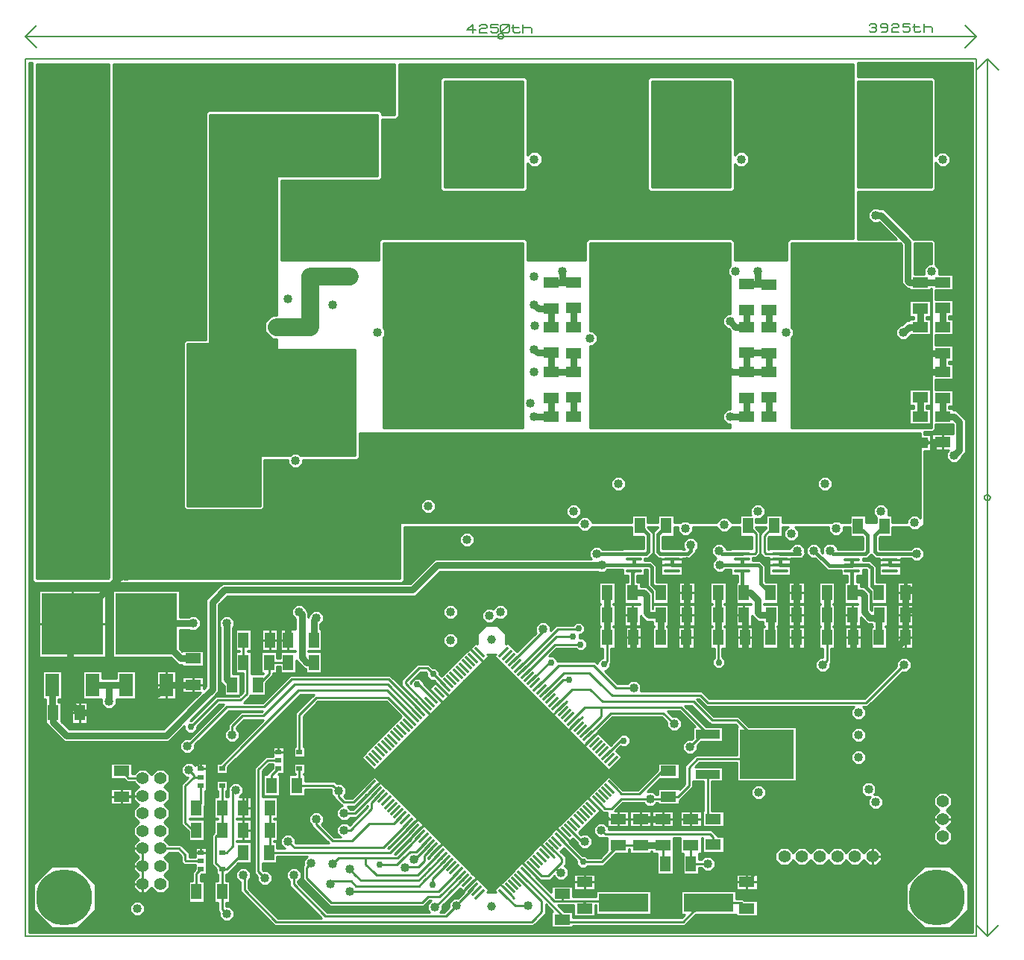
<source format=gbr>
G04 PROTEUS GERBER X2 FILE*
%TF.GenerationSoftware,Labcenter,Proteus,8.7-SP3-Build25561*%
%TF.CreationDate,2021-06-13T19:25:45+00:00*%
%TF.FileFunction,Copper,L4,Bot*%
%TF.FilePolarity,Positive*%
%TF.Part,Single*%
%TF.SameCoordinates,{9c7b3d0d-a21c-4509-bc3d-39c11cb24c33}*%
%FSLAX45Y45*%
%MOMM*%
G01*
%TA.AperFunction,NonConductor*%
%ADD49C,2.032000*%
%TA.AperFunction,Conductor*%
%ADD10C,0.762000*%
%ADD17C,0.381000*%
%ADD15C,0.254000*%
%ADD16C,0.635000*%
%TA.AperFunction,WasherPad*%
%ADD71C,1.016000*%
%TA.AperFunction,ViaPad*%
%ADD20C,1.016000*%
%ADD21C,0.762000*%
%ADD22C,1.778000*%
%AMPPAD044*
4,1,4,
0.628620,-0.449010,
0.449010,-0.628620,
-0.628620,0.449010,
-0.449010,0.628620,
0.628620,-0.449010,
0*%
%TA.AperFunction,SMDPad,CuDef*%
%ADD50PPAD044*%
%AMPPAD045*
4,1,4,
0.449010,0.628620,
0.628620,0.449010,
-0.449010,-0.628620,
-0.628620,-0.449010,
0.449010,0.628620,
0*%
%ADD51PPAD045*%
%AMPPAD046*
4,1,4,
0.422070,0.637600,
0.637600,0.422070,
-0.422070,-0.637600,
-0.637600,-0.422070,
0.422070,0.637600,
0*%
%ADD52PPAD046*%
%AMPPAD047*
4,1,4,
0.637600,-0.422070,
0.422070,-0.637600,
-0.637600,0.422070,
-0.422070,0.637600,
0.637600,-0.422070,
0*%
%ADD53PPAD047*%
%TA.AperFunction,FiducialPad,Global*%
%ADD54C,1.000000*%
%TA.AperFunction,SMDPad,CuDef*%
%ADD55R,0.635000X0.508000*%
%TA.AperFunction,OtherPad,Unknown*%
%ADD23C,6.350000*%
%TA.AperFunction,ComponentPad*%
%ADD28C,5.080000*%
%TA.AperFunction,SMDPad,CuDef*%
%ADD37R,1.803400X1.143000*%
%TA.AperFunction,SMDPad,CuDef*%
%ADD29R,6.985000X6.985000*%
%ADD72R,1.524000X2.540000*%
%TA.AperFunction,SMDPad,CuDef*%
%ADD31R,1.143000X1.803400*%
%AMPPAD050*
4,1,36,
0.901700,-0.025400,
0.901700,0.025400,
0.898160,0.061750,
0.887980,0.095370,
0.871810,0.125600,
0.850300,0.151800,
0.824110,0.173310,
0.793870,0.189480,
0.760250,0.199660,
0.723900,0.203200,
-0.723900,0.203200,
-0.760250,0.199660,
-0.793870,0.189480,
-0.824110,0.173310,
-0.850300,0.151800,
-0.871810,0.125600,
-0.887980,0.095370,
-0.898160,0.061750,
-0.901700,0.025400,
-0.901700,-0.025400,
-0.898160,-0.061750,
-0.887980,-0.095370,
-0.871810,-0.125600,
-0.850300,-0.151800,
-0.824110,-0.173310,
-0.793870,-0.189480,
-0.760250,-0.199660,
-0.723900,-0.203200,
0.723900,-0.203200,
0.760250,-0.199660,
0.793870,-0.189480,
0.824110,-0.173310,
0.850300,-0.151800,
0.871810,-0.125600,
0.887980,-0.095370,
0.898160,-0.061750,
0.901700,-0.025400,
0*%
%TA.AperFunction,SMDPad,CuDef*%
%ADD56PPAD050*%
%TA.AperFunction,SMDPad,CuDef*%
%ADD57R,2.743200X0.990600*%
%ADD58R,6.146800X5.562600*%
%TA.AperFunction,SMDPad,CuDef*%
%ADD59R,5.588000X2.032000*%
%TA.AperFunction,WasherPad*%
%ADD44C,1.397000*%
%TA.AperFunction,Profile*%
%ADD46C,0.203200*%
%TA.AperFunction,NonMaterial*%
%ADD47C,0.203200*%
%TD.AperFunction*%
G36*
X+9207500Y+889000D02*
X+8369300Y+889000D01*
X+8369300Y+2095500D01*
X+9207500Y+2095500D01*
X+9207500Y+889000D01*
G37*
%LPC*%
G36*
X+8864600Y+1677676D02*
X+8864600Y+1751324D01*
X+8916676Y+1803400D01*
X+8990324Y+1803400D01*
X+9042400Y+1751324D01*
X+9042400Y+1677676D01*
X+8990324Y+1625600D01*
X+8916676Y+1625600D01*
X+8864600Y+1677676D01*
G37*
G36*
X+8566150Y+1215135D02*
X+8566150Y+1241437D01*
X+8584749Y+1260036D01*
X+8611051Y+1260036D01*
X+8629650Y+1241437D01*
X+8629650Y+1215135D01*
X+8611051Y+1196536D01*
X+8584749Y+1196536D01*
X+8566150Y+1215135D01*
G37*
G36*
X+8769350Y+1215135D02*
X+8769350Y+1241437D01*
X+8787949Y+1260036D01*
X+8814251Y+1260036D01*
X+8832850Y+1241437D01*
X+8832850Y+1215135D01*
X+8814251Y+1196536D01*
X+8787949Y+1196536D01*
X+8769350Y+1215135D01*
G37*
G36*
X+8464550Y+1391111D02*
X+8464550Y+1417413D01*
X+8483149Y+1436012D01*
X+8509451Y+1436012D01*
X+8528050Y+1417413D01*
X+8528050Y+1391111D01*
X+8509451Y+1372512D01*
X+8483149Y+1372512D01*
X+8464550Y+1391111D01*
G37*
G36*
X+8667750Y+1391111D02*
X+8667750Y+1417413D01*
X+8686349Y+1436012D01*
X+8712651Y+1436012D01*
X+8731250Y+1417413D01*
X+8731250Y+1391111D01*
X+8712651Y+1372512D01*
X+8686349Y+1372512D01*
X+8667750Y+1391111D01*
G37*
G36*
X+8566150Y+1567087D02*
X+8566150Y+1593389D01*
X+8584749Y+1611988D01*
X+8611051Y+1611988D01*
X+8629650Y+1593389D01*
X+8629650Y+1567087D01*
X+8611051Y+1548488D01*
X+8584749Y+1548488D01*
X+8566150Y+1567087D01*
G37*
G36*
X+8464550Y+1743063D02*
X+8464550Y+1769365D01*
X+8483149Y+1787964D01*
X+8509451Y+1787964D01*
X+8528050Y+1769365D01*
X+8528050Y+1743063D01*
X+8509451Y+1724464D01*
X+8483149Y+1724464D01*
X+8464550Y+1743063D01*
G37*
G36*
X+8566150Y+1919039D02*
X+8566150Y+1945341D01*
X+8584749Y+1963940D01*
X+8611051Y+1963940D01*
X+8629650Y+1945341D01*
X+8629650Y+1919039D01*
X+8611051Y+1900440D01*
X+8584749Y+1900440D01*
X+8566150Y+1919039D01*
G37*
%LPD*%
G36*
X+8318500Y+304800D02*
X+7598958Y+304800D01*
X+7569200Y+275042D01*
X+7569200Y+63500D01*
X+6972300Y+63500D01*
X+6972300Y+275042D01*
X+6942542Y+304800D01*
X+5312958Y+304800D01*
X+5283200Y+275042D01*
X+5283200Y+63500D01*
X+4622800Y+63500D01*
X+4622800Y+275042D01*
X+4593042Y+304800D01*
X+2963458Y+304800D01*
X+2933700Y+275042D01*
X+2933700Y+63500D01*
X+1828800Y+63500D01*
X+1828800Y+965200D01*
X+2942042Y+965200D01*
X+2971800Y+994958D01*
X+2971800Y+1663700D01*
X+3132542Y+1663700D01*
X+3162300Y+1693458D01*
X+3162300Y+2286000D01*
X+8318500Y+2286000D01*
X+8318500Y+304800D01*
G37*
%LPC*%
G36*
X+4622800Y+2116542D02*
X+4622800Y+1256022D01*
X+4662177Y+1295399D01*
X+4735823Y+1295399D01*
X+4787899Y+1243323D01*
X+4787899Y+1169677D01*
X+4735823Y+1117601D01*
X+4662177Y+1117601D01*
X+4622800Y+1156978D01*
X+4622800Y+867958D01*
X+4593042Y+838200D01*
X+3661958Y+838200D01*
X+3632200Y+867958D01*
X+3632200Y+2116542D01*
X+3661958Y+2146300D01*
X+4593042Y+2146300D01*
X+4622800Y+2116542D01*
G37*
G36*
X+6973569Y+2116542D02*
X+6973569Y+1257291D01*
X+7011677Y+1295399D01*
X+7085323Y+1295399D01*
X+7137399Y+1243323D01*
X+7137399Y+1169677D01*
X+7085323Y+1117601D01*
X+7011677Y+1117601D01*
X+6973569Y+1155709D01*
X+6973569Y+867958D01*
X+6943811Y+838200D01*
X+6012727Y+838200D01*
X+5982969Y+867958D01*
X+5982969Y+2116542D01*
X+6012727Y+2146300D01*
X+6943811Y+2146300D01*
X+6973569Y+2116542D01*
G37*
G36*
X+3194050Y+1161599D02*
X+3194050Y+1187901D01*
X+3212649Y+1206500D01*
X+3238951Y+1206500D01*
X+3257550Y+1187901D01*
X+3257550Y+1161599D01*
X+3238951Y+1143000D01*
X+3212649Y+1143000D01*
X+3194050Y+1161599D01*
G37*
G36*
X+3448050Y+1161599D02*
X+3448050Y+1187901D01*
X+3466649Y+1206500D01*
X+3492951Y+1206500D01*
X+3511550Y+1187901D01*
X+3511550Y+1161599D01*
X+3492951Y+1143000D01*
X+3466649Y+1143000D01*
X+3448050Y+1161599D01*
G37*
G36*
X+5226050Y+1161599D02*
X+5226050Y+1187901D01*
X+5244649Y+1206500D01*
X+5270951Y+1206500D01*
X+5289550Y+1187901D01*
X+5289550Y+1161599D01*
X+5270951Y+1143000D01*
X+5244649Y+1143000D01*
X+5226050Y+1161599D01*
G37*
G36*
X+5480050Y+1161599D02*
X+5480050Y+1187901D01*
X+5498649Y+1206500D01*
X+5524951Y+1206500D01*
X+5543550Y+1187901D01*
X+5543550Y+1161599D01*
X+5524951Y+1143000D01*
X+5498649Y+1143000D01*
X+5480050Y+1161599D01*
G37*
G36*
X+5734050Y+1161599D02*
X+5734050Y+1187901D01*
X+5752649Y+1206500D01*
X+5778951Y+1206500D01*
X+5797550Y+1187901D01*
X+5797550Y+1161599D01*
X+5778951Y+1143000D01*
X+5752649Y+1143000D01*
X+5734050Y+1161599D01*
G37*
G36*
X+7512050Y+1161599D02*
X+7512050Y+1187901D01*
X+7530649Y+1206500D01*
X+7556951Y+1206500D01*
X+7575550Y+1187901D01*
X+7575550Y+1161599D01*
X+7556951Y+1143000D01*
X+7530649Y+1143000D01*
X+7512050Y+1161599D01*
G37*
G36*
X+7766050Y+1161599D02*
X+7766050Y+1187901D01*
X+7784649Y+1206500D01*
X+7810951Y+1206500D01*
X+7829550Y+1187901D01*
X+7829550Y+1161599D01*
X+7810951Y+1143000D01*
X+7784649Y+1143000D01*
X+7766050Y+1161599D01*
G37*
G36*
X+8020050Y+1161599D02*
X+8020050Y+1187901D01*
X+8038649Y+1206500D01*
X+8064951Y+1206500D01*
X+8083550Y+1187901D01*
X+8083550Y+1161599D01*
X+8064951Y+1143000D01*
X+8038649Y+1143000D01*
X+8020050Y+1161599D01*
G37*
G36*
X+3067050Y+1381569D02*
X+3067050Y+1407871D01*
X+3085649Y+1426470D01*
X+3111951Y+1426470D01*
X+3130550Y+1407871D01*
X+3130550Y+1381569D01*
X+3111951Y+1362970D01*
X+3085649Y+1362970D01*
X+3067050Y+1381569D01*
G37*
G36*
X+3321050Y+1381569D02*
X+3321050Y+1407871D01*
X+3339649Y+1426470D01*
X+3365951Y+1426470D01*
X+3384550Y+1407871D01*
X+3384550Y+1381569D01*
X+3365951Y+1362970D01*
X+3339649Y+1362970D01*
X+3321050Y+1381569D01*
G37*
G36*
X+4845050Y+1381569D02*
X+4845050Y+1407871D01*
X+4863649Y+1426470D01*
X+4889951Y+1426470D01*
X+4908550Y+1407871D01*
X+4908550Y+1381569D01*
X+4889951Y+1362970D01*
X+4863649Y+1362970D01*
X+4845050Y+1381569D01*
G37*
G36*
X+5099050Y+1381569D02*
X+5099050Y+1407871D01*
X+5117649Y+1426470D01*
X+5143951Y+1426470D01*
X+5162550Y+1407871D01*
X+5162550Y+1381569D01*
X+5143951Y+1362970D01*
X+5117649Y+1362970D01*
X+5099050Y+1381569D01*
G37*
G36*
X+5353050Y+1381569D02*
X+5353050Y+1407871D01*
X+5371649Y+1426470D01*
X+5397951Y+1426470D01*
X+5416550Y+1407871D01*
X+5416550Y+1381569D01*
X+5397951Y+1362970D01*
X+5371649Y+1362970D01*
X+5353050Y+1381569D01*
G37*
G36*
X+5607050Y+1381569D02*
X+5607050Y+1407871D01*
X+5625649Y+1426470D01*
X+5651951Y+1426470D01*
X+5670550Y+1407871D01*
X+5670550Y+1381569D01*
X+5651951Y+1362970D01*
X+5625649Y+1362970D01*
X+5607050Y+1381569D01*
G37*
G36*
X+7131050Y+1381569D02*
X+7131050Y+1407871D01*
X+7149649Y+1426470D01*
X+7175951Y+1426470D01*
X+7194550Y+1407871D01*
X+7194550Y+1381569D01*
X+7175951Y+1362970D01*
X+7149649Y+1362970D01*
X+7131050Y+1381569D01*
G37*
G36*
X+7385050Y+1381569D02*
X+7385050Y+1407871D01*
X+7403649Y+1426470D01*
X+7429951Y+1426470D01*
X+7448550Y+1407871D01*
X+7448550Y+1381569D01*
X+7429951Y+1362970D01*
X+7403649Y+1362970D01*
X+7385050Y+1381569D01*
G37*
G36*
X+7639050Y+1381569D02*
X+7639050Y+1407871D01*
X+7657649Y+1426470D01*
X+7683951Y+1426470D01*
X+7702550Y+1407871D01*
X+7702550Y+1381569D01*
X+7683951Y+1362970D01*
X+7657649Y+1362970D01*
X+7639050Y+1381569D01*
G37*
G36*
X+7893050Y+1381569D02*
X+7893050Y+1407871D01*
X+7911649Y+1426470D01*
X+7937951Y+1426470D01*
X+7956550Y+1407871D01*
X+7956550Y+1381569D01*
X+7937951Y+1362970D01*
X+7911649Y+1362970D01*
X+7893050Y+1381569D01*
G37*
G36*
X+3448050Y+1601539D02*
X+3448050Y+1627841D01*
X+3466649Y+1646440D01*
X+3492951Y+1646440D01*
X+3511550Y+1627841D01*
X+3511550Y+1601539D01*
X+3492951Y+1582940D01*
X+3466649Y+1582940D01*
X+3448050Y+1601539D01*
G37*
G36*
X+4718050Y+1601539D02*
X+4718050Y+1627841D01*
X+4736649Y+1646440D01*
X+4762951Y+1646440D01*
X+4781550Y+1627841D01*
X+4781550Y+1601539D01*
X+4762951Y+1582940D01*
X+4736649Y+1582940D01*
X+4718050Y+1601539D01*
G37*
G36*
X+4972050Y+1601539D02*
X+4972050Y+1627841D01*
X+4990649Y+1646440D01*
X+5016951Y+1646440D01*
X+5035550Y+1627841D01*
X+5035550Y+1601539D01*
X+5016951Y+1582940D01*
X+4990649Y+1582940D01*
X+4972050Y+1601539D01*
G37*
G36*
X+5226050Y+1601539D02*
X+5226050Y+1627841D01*
X+5244649Y+1646440D01*
X+5270951Y+1646440D01*
X+5289550Y+1627841D01*
X+5289550Y+1601539D01*
X+5270951Y+1582940D01*
X+5244649Y+1582940D01*
X+5226050Y+1601539D01*
G37*
G36*
X+5480050Y+1601539D02*
X+5480050Y+1627841D01*
X+5498649Y+1646440D01*
X+5524951Y+1646440D01*
X+5543550Y+1627841D01*
X+5543550Y+1601539D01*
X+5524951Y+1582940D01*
X+5498649Y+1582940D01*
X+5480050Y+1601539D01*
G37*
G36*
X+5734050Y+1601539D02*
X+5734050Y+1627841D01*
X+5752649Y+1646440D01*
X+5778951Y+1646440D01*
X+5797550Y+1627841D01*
X+5797550Y+1601539D01*
X+5778951Y+1582940D01*
X+5752649Y+1582940D01*
X+5734050Y+1601539D01*
G37*
G36*
X+7258050Y+1601539D02*
X+7258050Y+1627841D01*
X+7276649Y+1646440D01*
X+7302951Y+1646440D01*
X+7321550Y+1627841D01*
X+7321550Y+1601539D01*
X+7302951Y+1582940D01*
X+7276649Y+1582940D01*
X+7258050Y+1601539D01*
G37*
G36*
X+7512050Y+1601539D02*
X+7512050Y+1627841D01*
X+7530649Y+1646440D01*
X+7556951Y+1646440D01*
X+7575550Y+1627841D01*
X+7575550Y+1601539D01*
X+7556951Y+1582940D01*
X+7530649Y+1582940D01*
X+7512050Y+1601539D01*
G37*
G36*
X+7766050Y+1601539D02*
X+7766050Y+1627841D01*
X+7784649Y+1646440D01*
X+7810951Y+1646440D01*
X+7829550Y+1627841D01*
X+7829550Y+1601539D01*
X+7810951Y+1582940D01*
X+7784649Y+1582940D01*
X+7766050Y+1601539D01*
G37*
G36*
X+8020050Y+1601539D02*
X+8020050Y+1627841D01*
X+8038649Y+1646440D01*
X+8064951Y+1646440D01*
X+8083550Y+1627841D01*
X+8083550Y+1601539D01*
X+8064951Y+1582940D01*
X+8038649Y+1582940D01*
X+8020050Y+1601539D01*
G37*
G36*
X+3321050Y+1821509D02*
X+3321050Y+1847811D01*
X+3339649Y+1866410D01*
X+3365951Y+1866410D01*
X+3384550Y+1847811D01*
X+3384550Y+1821509D01*
X+3365951Y+1802910D01*
X+3339649Y+1802910D01*
X+3321050Y+1821509D01*
G37*
G36*
X+4845050Y+1821509D02*
X+4845050Y+1847811D01*
X+4863649Y+1866410D01*
X+4889951Y+1866410D01*
X+4908550Y+1847811D01*
X+4908550Y+1821509D01*
X+4889951Y+1802910D01*
X+4863649Y+1802910D01*
X+4845050Y+1821509D01*
G37*
G36*
X+5099050Y+1821509D02*
X+5099050Y+1847811D01*
X+5117649Y+1866410D01*
X+5143951Y+1866410D01*
X+5162550Y+1847811D01*
X+5162550Y+1821509D01*
X+5143951Y+1802910D01*
X+5117649Y+1802910D01*
X+5099050Y+1821509D01*
G37*
G36*
X+5353050Y+1821509D02*
X+5353050Y+1847811D01*
X+5371649Y+1866410D01*
X+5397951Y+1866410D01*
X+5416550Y+1847811D01*
X+5416550Y+1821509D01*
X+5397951Y+1802910D01*
X+5371649Y+1802910D01*
X+5353050Y+1821509D01*
G37*
G36*
X+5607050Y+1821509D02*
X+5607050Y+1847811D01*
X+5625649Y+1866410D01*
X+5651951Y+1866410D01*
X+5670550Y+1847811D01*
X+5670550Y+1821509D01*
X+5651951Y+1802910D01*
X+5625649Y+1802910D01*
X+5607050Y+1821509D01*
G37*
G36*
X+7131050Y+1821509D02*
X+7131050Y+1847811D01*
X+7149649Y+1866410D01*
X+7175951Y+1866410D01*
X+7194550Y+1847811D01*
X+7194550Y+1821509D01*
X+7175951Y+1802910D01*
X+7149649Y+1802910D01*
X+7131050Y+1821509D01*
G37*
G36*
X+7385050Y+1821509D02*
X+7385050Y+1847811D01*
X+7403649Y+1866410D01*
X+7429951Y+1866410D01*
X+7448550Y+1847811D01*
X+7448550Y+1821509D01*
X+7429951Y+1802910D01*
X+7403649Y+1802910D01*
X+7385050Y+1821509D01*
G37*
G36*
X+7639050Y+1821509D02*
X+7639050Y+1847811D01*
X+7657649Y+1866410D01*
X+7683951Y+1866410D01*
X+7702550Y+1847811D01*
X+7702550Y+1821509D01*
X+7683951Y+1802910D01*
X+7657649Y+1802910D01*
X+7639050Y+1821509D01*
G37*
G36*
X+7893050Y+1821509D02*
X+7893050Y+1847811D01*
X+7911649Y+1866410D01*
X+7937951Y+1866410D01*
X+7956550Y+1847811D01*
X+7956550Y+1821509D01*
X+7937951Y+1802910D01*
X+7911649Y+1802910D01*
X+7893050Y+1821509D01*
G37*
G36*
X+3448050Y+2041479D02*
X+3448050Y+2067781D01*
X+3466649Y+2086380D01*
X+3492951Y+2086380D01*
X+3511550Y+2067781D01*
X+3511550Y+2041479D01*
X+3492951Y+2022880D01*
X+3466649Y+2022880D01*
X+3448050Y+2041479D01*
G37*
G36*
X+4718050Y+2041479D02*
X+4718050Y+2067781D01*
X+4736649Y+2086380D01*
X+4762951Y+2086380D01*
X+4781550Y+2067781D01*
X+4781550Y+2041479D01*
X+4762951Y+2022880D01*
X+4736649Y+2022880D01*
X+4718050Y+2041479D01*
G37*
G36*
X+4972050Y+2041479D02*
X+4972050Y+2067781D01*
X+4990649Y+2086380D01*
X+5016951Y+2086380D01*
X+5035550Y+2067781D01*
X+5035550Y+2041479D01*
X+5016951Y+2022880D01*
X+4990649Y+2022880D01*
X+4972050Y+2041479D01*
G37*
G36*
X+5226050Y+2041479D02*
X+5226050Y+2067781D01*
X+5244649Y+2086380D01*
X+5270951Y+2086380D01*
X+5289550Y+2067781D01*
X+5289550Y+2041479D01*
X+5270951Y+2022880D01*
X+5244649Y+2022880D01*
X+5226050Y+2041479D01*
G37*
G36*
X+5480050Y+2041479D02*
X+5480050Y+2067781D01*
X+5498649Y+2086380D01*
X+5524951Y+2086380D01*
X+5543550Y+2067781D01*
X+5543550Y+2041479D01*
X+5524951Y+2022880D01*
X+5498649Y+2022880D01*
X+5480050Y+2041479D01*
G37*
G36*
X+5734050Y+2041479D02*
X+5734050Y+2067781D01*
X+5752649Y+2086380D01*
X+5778951Y+2086380D01*
X+5797550Y+2067781D01*
X+5797550Y+2041479D01*
X+5778951Y+2022880D01*
X+5752649Y+2022880D01*
X+5734050Y+2041479D01*
G37*
G36*
X+7258050Y+2041479D02*
X+7258050Y+2067781D01*
X+7276649Y+2086380D01*
X+7302951Y+2086380D01*
X+7321550Y+2067781D01*
X+7321550Y+2041479D01*
X+7302951Y+2022880D01*
X+7276649Y+2022880D01*
X+7258050Y+2041479D01*
G37*
G36*
X+7512050Y+2041479D02*
X+7512050Y+2067781D01*
X+7530649Y+2086380D01*
X+7556951Y+2086380D01*
X+7575550Y+2067781D01*
X+7575550Y+2041479D01*
X+7556951Y+2022880D01*
X+7530649Y+2022880D01*
X+7512050Y+2041479D01*
G37*
G36*
X+7766050Y+2041479D02*
X+7766050Y+2067781D01*
X+7784649Y+2086380D01*
X+7810951Y+2086380D01*
X+7829550Y+2067781D01*
X+7829550Y+2041479D01*
X+7810951Y+2022880D01*
X+7784649Y+2022880D01*
X+7766050Y+2041479D01*
G37*
G36*
X+8020050Y+2041479D02*
X+8020050Y+2067781D01*
X+8038649Y+2086380D01*
X+8064951Y+2086380D01*
X+8083550Y+2067781D01*
X+8083550Y+2041479D01*
X+8064951Y+2022880D01*
X+8038649Y+2022880D01*
X+8020050Y+2041479D01*
G37*
G36*
X+4972050Y+1161599D02*
X+4972050Y+1187901D01*
X+4990649Y+1206500D01*
X+5016951Y+1206500D01*
X+5035550Y+1187901D01*
X+5035550Y+1161599D01*
X+5016951Y+1143000D01*
X+4990649Y+1143000D01*
X+4972050Y+1161599D01*
G37*
%LPD*%
G36*
X+4572000Y+889000D02*
X+3683000Y+889000D01*
X+3683000Y+2095500D01*
X+4572000Y+2095500D01*
X+4572000Y+889000D01*
G37*
%LPC*%
G36*
X+4229100Y+1677676D02*
X+4229100Y+1751324D01*
X+4281176Y+1803400D01*
X+4354824Y+1803400D01*
X+4406900Y+1751324D01*
X+4406900Y+1677676D01*
X+4354824Y+1625600D01*
X+4281176Y+1625600D01*
X+4229100Y+1677676D01*
G37*
G36*
X+3981450Y+1039159D02*
X+3981450Y+1065461D01*
X+4000049Y+1084060D01*
X+4026351Y+1084060D01*
X+4044950Y+1065461D01*
X+4044950Y+1039159D01*
X+4026351Y+1020560D01*
X+4000049Y+1020560D01*
X+3981450Y+1039159D01*
G37*
G36*
X+3879850Y+1215135D02*
X+3879850Y+1241437D01*
X+3898449Y+1260036D01*
X+3924751Y+1260036D01*
X+3943350Y+1241437D01*
X+3943350Y+1215135D01*
X+3924751Y+1196536D01*
X+3898449Y+1196536D01*
X+3879850Y+1215135D01*
G37*
G36*
X+4083050Y+1215135D02*
X+4083050Y+1241437D01*
X+4101649Y+1260036D01*
X+4127951Y+1260036D01*
X+4146550Y+1241437D01*
X+4146550Y+1215135D01*
X+4127951Y+1196536D01*
X+4101649Y+1196536D01*
X+4083050Y+1215135D01*
G37*
G36*
X+3778250Y+1391111D02*
X+3778250Y+1417413D01*
X+3796849Y+1436012D01*
X+3823151Y+1436012D01*
X+3841750Y+1417413D01*
X+3841750Y+1391111D01*
X+3823151Y+1372512D01*
X+3796849Y+1372512D01*
X+3778250Y+1391111D01*
G37*
G36*
X+3981450Y+1391111D02*
X+3981450Y+1417413D01*
X+4000049Y+1436012D01*
X+4026351Y+1436012D01*
X+4044950Y+1417413D01*
X+4044950Y+1391111D01*
X+4026351Y+1372512D01*
X+4000049Y+1372512D01*
X+3981450Y+1391111D01*
G37*
G36*
X+3879850Y+1567087D02*
X+3879850Y+1593389D01*
X+3898449Y+1611988D01*
X+3924751Y+1611988D01*
X+3943350Y+1593389D01*
X+3943350Y+1567087D01*
X+3924751Y+1548488D01*
X+3898449Y+1548488D01*
X+3879850Y+1567087D01*
G37*
G36*
X+3778250Y+1743063D02*
X+3778250Y+1769365D01*
X+3796849Y+1787964D01*
X+3823151Y+1787964D01*
X+3841750Y+1769365D01*
X+3841750Y+1743063D01*
X+3823151Y+1724464D01*
X+3796849Y+1724464D01*
X+3778250Y+1743063D01*
G37*
G36*
X+3879850Y+1919039D02*
X+3879850Y+1945341D01*
X+3898449Y+1963940D01*
X+3924751Y+1963940D01*
X+3943350Y+1945341D01*
X+3943350Y+1919039D01*
X+3924751Y+1900440D01*
X+3898449Y+1900440D01*
X+3879850Y+1919039D01*
G37*
%LPD*%
G36*
X+6922769Y+889000D02*
X+6033769Y+889000D01*
X+6033769Y+2095500D01*
X+6922769Y+2095500D01*
X+6922769Y+889000D01*
G37*
%LPC*%
G36*
X+6578600Y+1677676D02*
X+6578600Y+1751324D01*
X+6630676Y+1803400D01*
X+6704324Y+1803400D01*
X+6756400Y+1751324D01*
X+6756400Y+1677676D01*
X+6704324Y+1625600D01*
X+6630676Y+1625600D01*
X+6578600Y+1677676D01*
G37*
G36*
X+6332219Y+1039159D02*
X+6332219Y+1065461D01*
X+6350818Y+1084060D01*
X+6377120Y+1084060D01*
X+6395719Y+1065461D01*
X+6395719Y+1039159D01*
X+6377120Y+1020560D01*
X+6350818Y+1020560D01*
X+6332219Y+1039159D01*
G37*
G36*
X+6230619Y+1215135D02*
X+6230619Y+1241437D01*
X+6249218Y+1260036D01*
X+6275520Y+1260036D01*
X+6294119Y+1241437D01*
X+6294119Y+1215135D01*
X+6275520Y+1196536D01*
X+6249218Y+1196536D01*
X+6230619Y+1215135D01*
G37*
G36*
X+6433819Y+1215135D02*
X+6433819Y+1241437D01*
X+6452418Y+1260036D01*
X+6478720Y+1260036D01*
X+6497319Y+1241437D01*
X+6497319Y+1215135D01*
X+6478720Y+1196536D01*
X+6452418Y+1196536D01*
X+6433819Y+1215135D01*
G37*
G36*
X+6129019Y+1391111D02*
X+6129019Y+1417413D01*
X+6147618Y+1436012D01*
X+6173920Y+1436012D01*
X+6192519Y+1417413D01*
X+6192519Y+1391111D01*
X+6173920Y+1372512D01*
X+6147618Y+1372512D01*
X+6129019Y+1391111D01*
G37*
G36*
X+6332219Y+1391111D02*
X+6332219Y+1417413D01*
X+6350818Y+1436012D01*
X+6377120Y+1436012D01*
X+6395719Y+1417413D01*
X+6395719Y+1391111D01*
X+6377120Y+1372512D01*
X+6350818Y+1372512D01*
X+6332219Y+1391111D01*
G37*
G36*
X+6230619Y+1567087D02*
X+6230619Y+1593389D01*
X+6249218Y+1611988D01*
X+6275520Y+1611988D01*
X+6294119Y+1593389D01*
X+6294119Y+1567087D01*
X+6275520Y+1548488D01*
X+6249218Y+1548488D01*
X+6230619Y+1567087D01*
G37*
G36*
X+6129019Y+1743063D02*
X+6129019Y+1769365D01*
X+6147618Y+1787964D01*
X+6173920Y+1787964D01*
X+6192519Y+1769365D01*
X+6192519Y+1743063D01*
X+6173920Y+1724464D01*
X+6147618Y+1724464D01*
X+6129019Y+1743063D01*
G37*
G36*
X+6230619Y+1919039D02*
X+6230619Y+1945341D01*
X+6249218Y+1963940D01*
X+6275520Y+1963940D01*
X+6294119Y+1945341D01*
X+6294119Y+1919039D01*
X+6275520Y+1900440D01*
X+6249218Y+1900440D01*
X+6230619Y+1919039D01*
G37*
%LPD*%
G36*
X+9207500Y+20319D02*
X+9172781Y+20319D01*
X+9123681Y-28781D01*
X+9123681Y-98219D01*
X+9125793Y-100331D01*
X+9012173Y-100331D01*
X+9012173Y+254000D01*
X+9207500Y+254000D01*
X+9207500Y+20319D01*
G37*
G36*
X+8869935Y+236989D02*
X+8869935Y-205528D01*
X+8926026Y-261619D01*
X+8957311Y-261619D01*
X+8957311Y-280669D01*
X+9203689Y-280669D01*
X+9203689Y-261619D01*
X+9207500Y-261619D01*
X+9207500Y-1841500D01*
X+7620000Y-1841500D01*
X+7620000Y-817038D01*
X+7640319Y-796719D01*
X+7640319Y-727281D01*
X+7620000Y-706962D01*
X+7620000Y+254000D01*
X+8852924Y+254000D01*
X+8869935Y+236989D01*
G37*
%LPC*%
G36*
X+9203689Y-580669D02*
X+9151619Y-580669D01*
X+9151619Y-608331D01*
X+9203689Y-608331D01*
X+9203689Y-788669D01*
X+8973819Y-788669D01*
X+8973819Y-796719D01*
X+8924719Y-845819D01*
X+8855281Y-845819D01*
X+8806181Y-796719D01*
X+8806181Y-727281D01*
X+8855281Y-678181D01*
X+8873243Y-678181D01*
X+8924043Y-627381D01*
X+8957311Y-627381D01*
X+8957311Y-608331D01*
X+9009381Y-608331D01*
X+9009381Y-580669D01*
X+8957311Y-580669D01*
X+8957311Y-400331D01*
X+9203689Y-400331D01*
X+9203689Y-580669D01*
G37*
G36*
X+9203689Y-1586669D02*
X+9151619Y-1586669D01*
X+9151619Y-1624331D01*
X+9203689Y-1624331D01*
X+9203689Y-1804669D01*
X+8957311Y-1804669D01*
X+8957311Y-1624331D01*
X+9009381Y-1624331D01*
X+9009381Y-1586669D01*
X+8957311Y-1586669D01*
X+8957311Y-1406331D01*
X+9203689Y-1406331D01*
X+9203689Y-1586669D01*
G37*
G36*
X+9075239Y-975800D02*
X+9085761Y-975800D01*
X+9093200Y-983239D01*
X+9093200Y-993761D01*
X+9085761Y-1001200D01*
X+9075239Y-1001200D01*
X+9067800Y-993761D01*
X+9067800Y-983239D01*
X+9075239Y-975800D01*
G37*
G36*
X+9075239Y-1193800D02*
X+9085761Y-1193800D01*
X+9093200Y-1201239D01*
X+9093200Y-1211761D01*
X+9085761Y-1219200D01*
X+9075239Y-1219200D01*
X+9067800Y-1211761D01*
X+9067800Y-1201239D01*
X+9075239Y-1193800D01*
G37*
G36*
X+7715250Y-1686781D02*
X+7715250Y-1660479D01*
X+7733849Y-1641880D01*
X+7760151Y-1641880D01*
X+7778750Y-1660479D01*
X+7778750Y-1686781D01*
X+7760151Y-1705380D01*
X+7733849Y-1705380D01*
X+7715250Y-1686781D01*
G37*
G36*
X+7816850Y-1510805D02*
X+7816850Y-1484503D01*
X+7835449Y-1465904D01*
X+7861751Y-1465904D01*
X+7880350Y-1484503D01*
X+7880350Y-1510805D01*
X+7861751Y-1529404D01*
X+7835449Y-1529404D01*
X+7816850Y-1510805D01*
G37*
G36*
X+7715250Y-1334829D02*
X+7715250Y-1308527D01*
X+7733849Y-1289928D01*
X+7760151Y-1289928D01*
X+7778750Y-1308527D01*
X+7778750Y-1334829D01*
X+7760151Y-1353428D01*
X+7733849Y-1353428D01*
X+7715250Y-1334829D01*
G37*
G36*
X+7816850Y-1158853D02*
X+7816850Y-1132551D01*
X+7835449Y-1113952D01*
X+7861751Y-1113952D01*
X+7880350Y-1132551D01*
X+7880350Y-1158853D01*
X+7861751Y-1177452D01*
X+7835449Y-1177452D01*
X+7816850Y-1158853D01*
G37*
G36*
X+7715250Y-982877D02*
X+7715250Y-956575D01*
X+7733849Y-937976D01*
X+7760151Y-937976D01*
X+7778750Y-956575D01*
X+7778750Y-982877D01*
X+7760151Y-1001476D01*
X+7733849Y-1001476D01*
X+7715250Y-982877D01*
G37*
G36*
X+7816850Y-806901D02*
X+7816850Y-780599D01*
X+7835449Y-762000D01*
X+7861751Y-762000D01*
X+7880350Y-780599D01*
X+7880350Y-806901D01*
X+7861751Y-825500D01*
X+7835449Y-825500D01*
X+7816850Y-806901D01*
G37*
G36*
X+8020050Y-806901D02*
X+8020050Y-780599D01*
X+8038649Y-762000D01*
X+8064951Y-762000D01*
X+8083550Y-780599D01*
X+8083550Y-806901D01*
X+8064951Y-825500D01*
X+8038649Y-825500D01*
X+8020050Y-806901D01*
G37*
G36*
X+8223250Y-806901D02*
X+8223250Y-780599D01*
X+8241849Y-762000D01*
X+8268151Y-762000D01*
X+8286750Y-780599D01*
X+8286750Y-806901D01*
X+8268151Y-825500D01*
X+8241849Y-825500D01*
X+8223250Y-806901D01*
G37*
G36*
X+8629650Y-806901D02*
X+8629650Y-780599D01*
X+8648249Y-762000D01*
X+8674551Y-762000D01*
X+8693150Y-780599D01*
X+8693150Y-806901D01*
X+8674551Y-825500D01*
X+8648249Y-825500D01*
X+8629650Y-806901D01*
G37*
G36*
X+8731250Y-630925D02*
X+8731250Y-604623D01*
X+8749849Y-586024D01*
X+8776151Y-586024D01*
X+8794750Y-604623D01*
X+8794750Y-630925D01*
X+8776151Y-649524D01*
X+8749849Y-649524D01*
X+8731250Y-630925D01*
G37*
G36*
X+7918450Y-278973D02*
X+7918450Y-252671D01*
X+7937049Y-234072D01*
X+7963351Y-234072D01*
X+7981950Y-252671D01*
X+7981950Y-278973D01*
X+7963351Y-297572D01*
X+7937049Y-297572D01*
X+7918450Y-278973D01*
G37*
G36*
X+8121650Y-278973D02*
X+8121650Y-252671D01*
X+8140249Y-234072D01*
X+8166551Y-234072D01*
X+8185150Y-252671D01*
X+8185150Y-278973D01*
X+8166551Y-297572D01*
X+8140249Y-297572D01*
X+8121650Y-278973D01*
G37*
G36*
X+8324850Y-278973D02*
X+8324850Y-252671D01*
X+8343449Y-234072D01*
X+8369751Y-234072D01*
X+8388350Y-252671D01*
X+8388350Y-278973D01*
X+8369751Y-297572D01*
X+8343449Y-297572D01*
X+8324850Y-278973D01*
G37*
G36*
X+8528050Y-278973D02*
X+8528050Y-252671D01*
X+8546649Y-234072D01*
X+8572951Y-234072D01*
X+8591550Y-252671D01*
X+8591550Y-278973D01*
X+8572951Y-297572D01*
X+8546649Y-297572D01*
X+8528050Y-278973D01*
G37*
G36*
X+8731250Y-278973D02*
X+8731250Y-252671D01*
X+8749849Y-234072D01*
X+8776151Y-234072D01*
X+8794750Y-252671D01*
X+8794750Y-278973D01*
X+8776151Y-297572D01*
X+8749849Y-297572D01*
X+8731250Y-278973D01*
G37*
G36*
X+7816850Y-102997D02*
X+7816850Y-76695D01*
X+7835449Y-58096D01*
X+7861751Y-58096D01*
X+7880350Y-76695D01*
X+7880350Y-102997D01*
X+7861751Y-121596D01*
X+7835449Y-121596D01*
X+7816850Y-102997D01*
G37*
G36*
X+8020050Y-102997D02*
X+8020050Y-76695D01*
X+8038649Y-58096D01*
X+8064951Y-58096D01*
X+8083550Y-76695D01*
X+8083550Y-102997D01*
X+8064951Y-121596D01*
X+8038649Y-121596D01*
X+8020050Y-102997D01*
G37*
G36*
X+8223250Y-102997D02*
X+8223250Y-76695D01*
X+8241849Y-58096D01*
X+8268151Y-58096D01*
X+8286750Y-76695D01*
X+8286750Y-102997D01*
X+8268151Y-121596D01*
X+8241849Y-121596D01*
X+8223250Y-102997D01*
G37*
G36*
X+8426450Y-102997D02*
X+8426450Y-76695D01*
X+8445049Y-58096D01*
X+8471351Y-58096D01*
X+8489950Y-76695D01*
X+8489950Y-102997D01*
X+8471351Y-121596D01*
X+8445049Y-121596D01*
X+8426450Y-102997D01*
G37*
G36*
X+8629650Y-102997D02*
X+8629650Y-76695D01*
X+8648249Y-58096D01*
X+8674551Y-58096D01*
X+8693150Y-76695D01*
X+8693150Y-102997D01*
X+8674551Y-121596D01*
X+8648249Y-121596D01*
X+8629650Y-102997D01*
G37*
G36*
X+8731250Y-902151D02*
X+8731250Y-875849D01*
X+8749849Y-857250D01*
X+8776151Y-857250D01*
X+8794750Y-875849D01*
X+8794750Y-902151D01*
X+8776151Y-920750D01*
X+8749849Y-920750D01*
X+8731250Y-902151D01*
G37*
%LPD*%
G36*
X+4572000Y-1526191D02*
X+4567622Y-1530569D01*
X+4567622Y-1600007D01*
X+4572000Y-1604385D01*
X+4572000Y-1841500D01*
X+2984500Y-1841500D01*
X+2984500Y-817038D01*
X+3004819Y-796719D01*
X+3004819Y-727281D01*
X+2984500Y-706962D01*
X+2984500Y+254000D01*
X+4572000Y+254000D01*
X+4572000Y-1526191D01*
G37*
%LPC*%
G36*
X+3181350Y-1510805D02*
X+3181350Y-1484503D01*
X+3199949Y-1465904D01*
X+3226251Y-1465904D01*
X+3244850Y-1484503D01*
X+3244850Y-1510805D01*
X+3226251Y-1529404D01*
X+3199949Y-1529404D01*
X+3181350Y-1510805D01*
G37*
G36*
X+3079750Y-1334829D02*
X+3079750Y-1308527D01*
X+3098349Y-1289928D01*
X+3124651Y-1289928D01*
X+3143250Y-1308527D01*
X+3143250Y-1334829D01*
X+3124651Y-1353428D01*
X+3098349Y-1353428D01*
X+3079750Y-1334829D01*
G37*
G36*
X+3181350Y-1158853D02*
X+3181350Y-1132551D01*
X+3199949Y-1113952D01*
X+3226251Y-1113952D01*
X+3244850Y-1132551D01*
X+3244850Y-1158853D01*
X+3226251Y-1177452D01*
X+3199949Y-1177452D01*
X+3181350Y-1158853D01*
G37*
G36*
X+3079750Y-982877D02*
X+3079750Y-956575D01*
X+3098349Y-937976D01*
X+3124651Y-937976D01*
X+3143250Y-956575D01*
X+3143250Y-982877D01*
X+3124651Y-1001476D01*
X+3098349Y-1001476D01*
X+3079750Y-982877D01*
G37*
G36*
X+3181350Y-806901D02*
X+3181350Y-780599D01*
X+3199949Y-762000D01*
X+3226251Y-762000D01*
X+3244850Y-780599D01*
X+3244850Y-806901D01*
X+3226251Y-825500D01*
X+3199949Y-825500D01*
X+3181350Y-806901D01*
G37*
G36*
X+3384550Y-806901D02*
X+3384550Y-780599D01*
X+3403149Y-762000D01*
X+3429451Y-762000D01*
X+3448050Y-780599D01*
X+3448050Y-806901D01*
X+3429451Y-825500D01*
X+3403149Y-825500D01*
X+3384550Y-806901D01*
G37*
G36*
X+3587750Y-806901D02*
X+3587750Y-780599D01*
X+3606349Y-762000D01*
X+3632651Y-762000D01*
X+3651250Y-780599D01*
X+3651250Y-806901D01*
X+3632651Y-825500D01*
X+3606349Y-825500D01*
X+3587750Y-806901D01*
G37*
G36*
X+4095750Y-630925D02*
X+4095750Y-604623D01*
X+4114349Y-586024D01*
X+4140651Y-586024D01*
X+4159250Y-604623D01*
X+4159250Y-630925D01*
X+4140651Y-649524D01*
X+4114349Y-649524D01*
X+4095750Y-630925D01*
G37*
G36*
X+4298950Y-630925D02*
X+4298950Y-604623D01*
X+4317549Y-586024D01*
X+4343851Y-586024D01*
X+4362450Y-604623D01*
X+4362450Y-630925D01*
X+4343851Y-649524D01*
X+4317549Y-649524D01*
X+4298950Y-630925D01*
G37*
G36*
X+3282950Y-278973D02*
X+3282950Y-252671D01*
X+3301549Y-234072D01*
X+3327851Y-234072D01*
X+3346450Y-252671D01*
X+3346450Y-278973D01*
X+3327851Y-297572D01*
X+3301549Y-297572D01*
X+3282950Y-278973D01*
G37*
G36*
X+3486150Y-278973D02*
X+3486150Y-252671D01*
X+3504749Y-234072D01*
X+3531051Y-234072D01*
X+3549650Y-252671D01*
X+3549650Y-278973D01*
X+3531051Y-297572D01*
X+3504749Y-297572D01*
X+3486150Y-278973D01*
G37*
G36*
X+3689350Y-278973D02*
X+3689350Y-252671D01*
X+3707949Y-234072D01*
X+3734251Y-234072D01*
X+3752850Y-252671D01*
X+3752850Y-278973D01*
X+3734251Y-297572D01*
X+3707949Y-297572D01*
X+3689350Y-278973D01*
G37*
G36*
X+3892550Y-278973D02*
X+3892550Y-252671D01*
X+3911149Y-234072D01*
X+3937451Y-234072D01*
X+3956050Y-252671D01*
X+3956050Y-278973D01*
X+3937451Y-297572D01*
X+3911149Y-297572D01*
X+3892550Y-278973D01*
G37*
G36*
X+4095750Y-278973D02*
X+4095750Y-252671D01*
X+4114349Y-234072D01*
X+4140651Y-234072D01*
X+4159250Y-252671D01*
X+4159250Y-278973D01*
X+4140651Y-297572D01*
X+4114349Y-297572D01*
X+4095750Y-278973D01*
G37*
G36*
X+3181350Y-102997D02*
X+3181350Y-76695D01*
X+3199949Y-58096D01*
X+3226251Y-58096D01*
X+3244850Y-76695D01*
X+3244850Y-102997D01*
X+3226251Y-121596D01*
X+3199949Y-121596D01*
X+3181350Y-102997D01*
G37*
G36*
X+3384550Y-102997D02*
X+3384550Y-76695D01*
X+3403149Y-58096D01*
X+3429451Y-58096D01*
X+3448050Y-76695D01*
X+3448050Y-102997D01*
X+3429451Y-121596D01*
X+3403149Y-121596D01*
X+3384550Y-102997D01*
G37*
G36*
X+3587750Y-102997D02*
X+3587750Y-76695D01*
X+3606349Y-58096D01*
X+3632651Y-58096D01*
X+3651250Y-76695D01*
X+3651250Y-102997D01*
X+3632651Y-121596D01*
X+3606349Y-121596D01*
X+3587750Y-102997D01*
G37*
G36*
X+3790950Y-102997D02*
X+3790950Y-76695D01*
X+3809549Y-58096D01*
X+3835851Y-58096D01*
X+3854450Y-76695D01*
X+3854450Y-102997D01*
X+3835851Y-121596D01*
X+3809549Y-121596D01*
X+3790950Y-102997D01*
G37*
G36*
X+3994150Y-102997D02*
X+3994150Y-76695D01*
X+4012749Y-58096D01*
X+4039051Y-58096D01*
X+4057650Y-76695D01*
X+4057650Y-102997D01*
X+4039051Y-121596D01*
X+4012749Y-121596D01*
X+3994150Y-102997D01*
G37*
G36*
X+4400550Y-102997D02*
X+4400550Y-76695D01*
X+4419149Y-58096D01*
X+4445451Y-58096D01*
X+4464050Y-76695D01*
X+4464050Y-102997D01*
X+4445451Y-121596D01*
X+4419149Y-121596D01*
X+4400550Y-102997D01*
G37*
G36*
X+3079750Y-1686781D02*
X+3079750Y-1660479D01*
X+3098349Y-1641880D01*
X+3124651Y-1641880D01*
X+3143250Y-1660479D01*
X+3143250Y-1686781D01*
X+3124651Y-1705380D01*
X+3098349Y-1705380D01*
X+3079750Y-1686781D01*
G37*
G36*
X+4095750Y-806901D02*
X+4095750Y-780599D01*
X+4114349Y-762000D01*
X+4140651Y-762000D01*
X+4159250Y-780599D01*
X+4159250Y-806901D01*
X+4140651Y-825500D01*
X+4114349Y-825500D01*
X+4095750Y-806901D01*
G37*
G36*
X+4349750Y-806901D02*
X+4349750Y-780599D01*
X+4368349Y-762000D01*
X+4394651Y-762000D01*
X+4413250Y-780599D01*
X+4413250Y-806901D01*
X+4394651Y-825500D01*
X+4368349Y-825500D01*
X+4349750Y-806901D01*
G37*
%LPD*%
G36*
X+6921500Y-8462D02*
X+6901181Y-28781D01*
X+6901181Y-98219D01*
X+6921500Y-118538D01*
X+6921500Y-551181D01*
X+6886781Y-551181D01*
X+6837681Y-600281D01*
X+6837681Y-669719D01*
X+6886781Y-718819D01*
X+6904743Y-718819D01*
X+6921500Y-735576D01*
X+6921500Y-1174750D01*
X+6908349Y-1174750D01*
X+6889750Y-1193349D01*
X+6889750Y-1219651D01*
X+6908349Y-1238250D01*
X+6921500Y-1238250D01*
X+6921500Y-1630681D01*
X+6886781Y-1630681D01*
X+6837681Y-1679781D01*
X+6837681Y-1749219D01*
X+6886781Y-1798319D01*
X+6921500Y-1798319D01*
X+6921500Y-1841500D01*
X+5334000Y-1841500D01*
X+5334000Y-909319D01*
X+5368719Y-909319D01*
X+5417819Y-860219D01*
X+5417819Y-790781D01*
X+5368719Y-741681D01*
X+5334000Y-741681D01*
X+5334000Y+254000D01*
X+6921500Y+254000D01*
X+6921500Y-8462D01*
G37*
%LPC*%
G36*
X+5429250Y-1686781D02*
X+5429250Y-1660479D01*
X+5447849Y-1641880D01*
X+5474151Y-1641880D01*
X+5492750Y-1660479D01*
X+5492750Y-1686781D01*
X+5474151Y-1705380D01*
X+5447849Y-1705380D01*
X+5429250Y-1686781D01*
G37*
G36*
X+5530850Y-1510805D02*
X+5530850Y-1484503D01*
X+5549449Y-1465904D01*
X+5575751Y-1465904D01*
X+5594350Y-1484503D01*
X+5594350Y-1510805D01*
X+5575751Y-1529404D01*
X+5549449Y-1529404D01*
X+5530850Y-1510805D01*
G37*
G36*
X+5429250Y-1334829D02*
X+5429250Y-1308527D01*
X+5447849Y-1289928D01*
X+5474151Y-1289928D01*
X+5492750Y-1308527D01*
X+5492750Y-1334829D01*
X+5474151Y-1353428D01*
X+5447849Y-1353428D01*
X+5429250Y-1334829D01*
G37*
G36*
X+5530850Y-1158853D02*
X+5530850Y-1132551D01*
X+5549449Y-1113952D01*
X+5575751Y-1113952D01*
X+5594350Y-1132551D01*
X+5594350Y-1158853D01*
X+5575751Y-1177452D01*
X+5549449Y-1177452D01*
X+5530850Y-1158853D01*
G37*
G36*
X+5530850Y-806901D02*
X+5530850Y-780599D01*
X+5549449Y-762000D01*
X+5575751Y-762000D01*
X+5594350Y-780599D01*
X+5594350Y-806901D01*
X+5575751Y-825500D01*
X+5549449Y-825500D01*
X+5530850Y-806901D01*
G37*
G36*
X+5734050Y-806901D02*
X+5734050Y-780599D01*
X+5752649Y-762000D01*
X+5778951Y-762000D01*
X+5797550Y-780599D01*
X+5797550Y-806901D01*
X+5778951Y-825500D01*
X+5752649Y-825500D01*
X+5734050Y-806901D01*
G37*
G36*
X+5937250Y-806901D02*
X+5937250Y-780599D01*
X+5955849Y-762000D01*
X+5982151Y-762000D01*
X+6000750Y-780599D01*
X+6000750Y-806901D01*
X+5982151Y-825500D01*
X+5955849Y-825500D01*
X+5937250Y-806901D01*
G37*
G36*
X+6343650Y-806901D02*
X+6343650Y-780599D01*
X+6362249Y-762000D01*
X+6388551Y-762000D01*
X+6407150Y-780599D01*
X+6407150Y-806901D01*
X+6388551Y-825500D01*
X+6362249Y-825500D01*
X+6343650Y-806901D01*
G37*
G36*
X+6546850Y-806901D02*
X+6546850Y-780599D01*
X+6565449Y-762000D01*
X+6591751Y-762000D01*
X+6610350Y-780599D01*
X+6610350Y-806901D01*
X+6591751Y-825500D01*
X+6565449Y-825500D01*
X+6546850Y-806901D01*
G37*
G36*
X+6750050Y-806901D02*
X+6750050Y-780599D01*
X+6768649Y-762000D01*
X+6794951Y-762000D01*
X+6813550Y-780599D01*
X+6813550Y-806901D01*
X+6794951Y-825500D01*
X+6768649Y-825500D01*
X+6750050Y-806901D01*
G37*
G36*
X+6445250Y-630925D02*
X+6445250Y-604623D01*
X+6463849Y-586024D01*
X+6490151Y-586024D01*
X+6508750Y-604623D01*
X+6508750Y-630925D01*
X+6490151Y-649524D01*
X+6463849Y-649524D01*
X+6445250Y-630925D01*
G37*
G36*
X+6648450Y-630925D02*
X+6648450Y-604623D01*
X+6667049Y-586024D01*
X+6693351Y-586024D01*
X+6711950Y-604623D01*
X+6711950Y-630925D01*
X+6693351Y-649524D01*
X+6667049Y-649524D01*
X+6648450Y-630925D01*
G37*
G36*
X+6750050Y-454949D02*
X+6750050Y-428647D01*
X+6768649Y-410048D01*
X+6794951Y-410048D01*
X+6813550Y-428647D01*
X+6813550Y-454949D01*
X+6794951Y-473548D01*
X+6768649Y-473548D01*
X+6750050Y-454949D01*
G37*
G36*
X+5632450Y-278973D02*
X+5632450Y-252671D01*
X+5651049Y-234072D01*
X+5677351Y-234072D01*
X+5695950Y-252671D01*
X+5695950Y-278973D01*
X+5677351Y-297572D01*
X+5651049Y-297572D01*
X+5632450Y-278973D01*
G37*
G36*
X+5835650Y-278973D02*
X+5835650Y-252671D01*
X+5854249Y-234072D01*
X+5880551Y-234072D01*
X+5899150Y-252671D01*
X+5899150Y-278973D01*
X+5880551Y-297572D01*
X+5854249Y-297572D01*
X+5835650Y-278973D01*
G37*
G36*
X+6038850Y-278973D02*
X+6038850Y-252671D01*
X+6057449Y-234072D01*
X+6083751Y-234072D01*
X+6102350Y-252671D01*
X+6102350Y-278973D01*
X+6083751Y-297572D01*
X+6057449Y-297572D01*
X+6038850Y-278973D01*
G37*
G36*
X+6242050Y-278973D02*
X+6242050Y-252671D01*
X+6260649Y-234072D01*
X+6286951Y-234072D01*
X+6305550Y-252671D01*
X+6305550Y-278973D01*
X+6286951Y-297572D01*
X+6260649Y-297572D01*
X+6242050Y-278973D01*
G37*
G36*
X+6445250Y-278973D02*
X+6445250Y-252671D01*
X+6463849Y-234072D01*
X+6490151Y-234072D01*
X+6508750Y-252671D01*
X+6508750Y-278973D01*
X+6490151Y-297572D01*
X+6463849Y-297572D01*
X+6445250Y-278973D01*
G37*
G36*
X+5530850Y-102997D02*
X+5530850Y-76695D01*
X+5549449Y-58096D01*
X+5575751Y-58096D01*
X+5594350Y-76695D01*
X+5594350Y-102997D01*
X+5575751Y-121596D01*
X+5549449Y-121596D01*
X+5530850Y-102997D01*
G37*
G36*
X+5734050Y-102997D02*
X+5734050Y-76695D01*
X+5752649Y-58096D01*
X+5778951Y-58096D01*
X+5797550Y-76695D01*
X+5797550Y-102997D01*
X+5778951Y-121596D01*
X+5752649Y-121596D01*
X+5734050Y-102997D01*
G37*
G36*
X+5937250Y-102997D02*
X+5937250Y-76695D01*
X+5955849Y-58096D01*
X+5982151Y-58096D01*
X+6000750Y-76695D01*
X+6000750Y-102997D01*
X+5982151Y-121596D01*
X+5955849Y-121596D01*
X+5937250Y-102997D01*
G37*
G36*
X+6140450Y-102997D02*
X+6140450Y-76695D01*
X+6159049Y-58096D01*
X+6185351Y-58096D01*
X+6203950Y-76695D01*
X+6203950Y-102997D01*
X+6185351Y-121596D01*
X+6159049Y-121596D01*
X+6140450Y-102997D01*
G37*
G36*
X+6343650Y-102997D02*
X+6343650Y-76695D01*
X+6362249Y-58096D01*
X+6388551Y-58096D01*
X+6407150Y-76695D01*
X+6407150Y-102997D01*
X+6388551Y-121596D01*
X+6362249Y-121596D01*
X+6343650Y-102997D01*
G37*
G36*
X+6750050Y-102997D02*
X+6750050Y-76695D01*
X+6768649Y-58096D01*
X+6794951Y-58096D01*
X+6813550Y-76695D01*
X+6813550Y-102997D01*
X+6794951Y-121596D01*
X+6768649Y-121596D01*
X+6750050Y-102997D01*
G37*
%LPD*%
G36*
X+3111500Y+1714500D02*
X+2966720Y+1714500D01*
X+2966720Y+1733436D01*
X+2939936Y+1760220D01*
X+997064Y+1760220D01*
X+970280Y+1733436D01*
X+970280Y-843280D01*
X+743064Y-843280D01*
X+716280Y-870064D01*
X+716280Y-2749437D01*
X+743062Y-2776219D01*
X+1606438Y-2776219D01*
X+1633220Y-2749437D01*
X+1633220Y-2204720D01*
X+1901882Y-2204720D01*
X+1901882Y-2252760D01*
X+1950982Y-2301860D01*
X+2020420Y-2301860D01*
X+2069520Y-2252760D01*
X+2069520Y-2204720D01*
X+2685936Y-2204720D01*
X+2712720Y-2177936D01*
X+2712720Y-1905000D01*
X+9080500Y-1905000D01*
X+9080500Y-2001800D01*
X+9075239Y-2001800D01*
X+9067800Y-2009239D01*
X+9067800Y-2019761D01*
X+9075239Y-2027200D01*
X+9080500Y-2027200D01*
X+9080500Y-2865962D01*
X+9051719Y-2837181D01*
X+8982281Y-2837181D01*
X+8933181Y-2886281D01*
X+8933181Y-2921000D01*
X+8762538Y-2921000D01*
X+8762538Y-2835344D01*
X+8713194Y-2835344D01*
X+8719819Y-2828719D01*
X+8719819Y-2759281D01*
X+8670719Y-2710181D01*
X+8601281Y-2710181D01*
X+8552181Y-2759281D01*
X+8552181Y-2828719D01*
X+8582200Y-2858738D01*
X+8582200Y-2921000D01*
X+8462538Y-2921000D01*
X+8462538Y-2835344D01*
X+8282200Y-2835344D01*
X+8282200Y-2921000D01*
X+8183038Y-2921000D01*
X+8162719Y-2900681D01*
X+8093281Y-2900681D01*
X+8072962Y-2921000D01*
X+7512776Y-2921000D01*
X+7512776Y-2833844D01*
X+7332438Y-2833844D01*
X+7332438Y-2921000D01*
X+7212776Y-2921000D01*
X+7212776Y-2877819D01*
X+7273719Y-2877819D01*
X+7322819Y-2828719D01*
X+7322819Y-2759281D01*
X+7273719Y-2710181D01*
X+7204281Y-2710181D01*
X+7155181Y-2759281D01*
X+7155181Y-2828719D01*
X+7160306Y-2833844D01*
X+7032438Y-2833844D01*
X+7032438Y-2921000D01*
X+6936461Y-2921000D01*
X+6936461Y-2912369D01*
X+6887361Y-2863269D01*
X+6817923Y-2863269D01*
X+6768823Y-2912369D01*
X+6768823Y-2921000D01*
X+6468538Y-2921000D01*
X+6448219Y-2900681D01*
X+6378781Y-2900681D01*
X+6358462Y-2921000D01*
X+6285669Y-2921000D01*
X+6285669Y-2834213D01*
X+6105331Y-2834213D01*
X+6105331Y-2921000D01*
X+5985669Y-2921000D01*
X+5985669Y-2834213D01*
X+5805331Y-2834213D01*
X+5805331Y-2921000D01*
X+5353651Y-2921000D01*
X+5353651Y-2899291D01*
X+5304551Y-2850191D01*
X+5235113Y-2850191D01*
X+5186013Y-2899291D01*
X+5186013Y-2921000D01*
X+3175000Y-2921000D01*
X+3175000Y-3556000D01*
X-76200Y-3556000D01*
X-76200Y+2286000D01*
X+3111500Y+2286000D01*
X+3111500Y+1714500D01*
G37*
%LPC*%
G36*
X+292100Y+1931676D02*
X+292100Y+2005324D01*
X+344176Y+2057400D01*
X+417824Y+2057400D01*
X+469900Y+2005324D01*
X+469900Y+1931676D01*
X+417824Y+1879600D01*
X+344176Y+1879600D01*
X+292100Y+1931676D01*
G37*
G36*
X+5138239Y-2001800D02*
X+5148761Y-2001800D01*
X+5156200Y-2009239D01*
X+5156200Y-2019761D01*
X+5148761Y-2027200D01*
X+5138239Y-2027200D01*
X+5130800Y-2019761D01*
X+5130800Y-2009239D01*
X+5138239Y-2001800D01*
G37*
G36*
X+4884239Y-1991800D02*
X+4894761Y-1991800D01*
X+4902200Y-1999239D01*
X+4902200Y-2009761D01*
X+4894761Y-2017200D01*
X+4884239Y-2017200D01*
X+4876800Y-2009761D01*
X+4876800Y-1999239D01*
X+4884239Y-1991800D01*
G37*
G36*
X+7117261Y-2017200D02*
X+7106739Y-2017200D01*
X+7099300Y-2009761D01*
X+7099300Y-1999239D01*
X+7106739Y-1991800D01*
X+7117261Y-1991800D01*
X+7124700Y-1999239D01*
X+7124700Y-2009761D01*
X+7117261Y-2017200D01*
G37*
G36*
X+7371261Y-2027200D02*
X+7360739Y-2027200D01*
X+7353300Y-2019761D01*
X+7353300Y-2009239D01*
X+7360739Y-2001800D01*
X+7371261Y-2001800D01*
X+7378700Y-2009239D01*
X+7378700Y-2019761D01*
X+7371261Y-2027200D01*
G37*
G36*
X+8655050Y-2143947D02*
X+8655050Y-2117645D01*
X+8673649Y-2099046D01*
X+8699951Y-2099046D01*
X+8718550Y-2117645D01*
X+8718550Y-2143947D01*
X+8699951Y-2162546D01*
X+8673649Y-2162546D01*
X+8655050Y-2143947D01*
G37*
G36*
X+8858250Y-2143947D02*
X+8858250Y-2117645D01*
X+8876849Y-2099046D01*
X+8903151Y-2099046D01*
X+8921750Y-2117645D01*
X+8921750Y-2143947D01*
X+8903151Y-2162546D01*
X+8876849Y-2162546D01*
X+8858250Y-2143947D01*
G37*
G36*
X+2051050Y+1903501D02*
X+2051050Y+1929803D01*
X+2069649Y+1948402D01*
X+2095951Y+1948402D01*
X+2114550Y+1929803D01*
X+2114550Y+1903501D01*
X+2095951Y+1884902D01*
X+2069649Y+1884902D01*
X+2051050Y+1903501D01*
G37*
G36*
X+2254250Y+1903501D02*
X+2254250Y+1929803D01*
X+2272849Y+1948402D01*
X+2299151Y+1948402D01*
X+2317750Y+1929803D01*
X+2317750Y+1903501D01*
X+2299151Y+1884902D01*
X+2272849Y+1884902D01*
X+2254250Y+1903501D01*
G37*
G36*
X+2863850Y+1903501D02*
X+2863850Y+1929803D01*
X+2882449Y+1948402D01*
X+2908751Y+1948402D01*
X+2927350Y+1929803D01*
X+2927350Y+1903501D01*
X+2908751Y+1884902D01*
X+2882449Y+1884902D01*
X+2863850Y+1903501D01*
G37*
G36*
X+2762250Y+2079477D02*
X+2762250Y+2105779D01*
X+2780849Y+2124378D01*
X+2807151Y+2124378D01*
X+2825750Y+2105779D01*
X+2825750Y+2079477D01*
X+2807151Y+2060878D01*
X+2780849Y+2060878D01*
X+2762250Y+2079477D01*
G37*
G36*
X+3408681Y-2765219D02*
X+3408681Y-2695781D01*
X+3457781Y-2646681D01*
X+3527219Y-2646681D01*
X+3576319Y-2695781D01*
X+3576319Y-2765219D01*
X+3527219Y-2814319D01*
X+3457781Y-2814319D01*
X+3408681Y-2765219D01*
G37*
G36*
X+4698220Y-2045151D02*
X+4698220Y-2018849D01*
X+4716819Y-2000250D01*
X+4743121Y-2000250D01*
X+4761720Y-2018849D01*
X+4761720Y-2045151D01*
X+4743121Y-2063750D01*
X+4716819Y-2063750D01*
X+4698220Y-2045151D01*
G37*
G36*
X+7917181Y-2511219D02*
X+7917181Y-2441781D01*
X+7966281Y-2392681D01*
X+8035719Y-2392681D01*
X+8084819Y-2441781D01*
X+8084819Y-2511219D01*
X+8035719Y-2560319D01*
X+7966281Y-2560319D01*
X+7917181Y-2511219D01*
G37*
G36*
X+5567681Y-2511219D02*
X+5567681Y-2441781D01*
X+5616781Y-2392681D01*
X+5686219Y-2392681D01*
X+5735319Y-2441781D01*
X+5735319Y-2511219D01*
X+5686219Y-2560319D01*
X+5616781Y-2560319D01*
X+5567681Y-2511219D01*
G37*
G36*
X+5059681Y-2828719D02*
X+5059681Y-2759281D01*
X+5108781Y-2710181D01*
X+5178219Y-2710181D01*
X+5227319Y-2759281D01*
X+5227319Y-2828719D01*
X+5178219Y-2877819D01*
X+5108781Y-2877819D01*
X+5059681Y-2828719D01*
G37*
G36*
X+4718050Y-2737866D02*
X+4718050Y-2711564D01*
X+4736649Y-2692965D01*
X+4762951Y-2692965D01*
X+4781550Y-2711564D01*
X+4781550Y-2737866D01*
X+4762951Y-2756465D01*
X+4736649Y-2756465D01*
X+4718050Y-2737866D01*
G37*
G36*
X+5480050Y-2737866D02*
X+5480050Y-2711564D01*
X+5498649Y-2692965D01*
X+5524951Y-2692965D01*
X+5543550Y-2711564D01*
X+5543550Y-2737866D01*
X+5524951Y-2756465D01*
X+5498649Y-2756465D01*
X+5480050Y-2737866D01*
G37*
G36*
X+5353050Y-2517896D02*
X+5353050Y-2491594D01*
X+5371649Y-2472995D01*
X+5397951Y-2472995D01*
X+5416550Y-2491594D01*
X+5416550Y-2517896D01*
X+5397951Y-2536495D01*
X+5371649Y-2536495D01*
X+5353050Y-2517896D01*
G37*
G36*
X+7385050Y-2517896D02*
X+7385050Y-2491594D01*
X+7403649Y-2472995D01*
X+7429951Y-2472995D01*
X+7448550Y-2491594D01*
X+7448550Y-2517896D01*
X+7429951Y-2536495D01*
X+7403649Y-2536495D01*
X+7385050Y-2517896D01*
G37*
G36*
X+4718050Y-2297926D02*
X+4718050Y-2271624D01*
X+4736649Y-2253025D01*
X+4762951Y-2253025D01*
X+4781550Y-2271624D01*
X+4781550Y-2297926D01*
X+4762951Y-2316525D01*
X+4736649Y-2316525D01*
X+4718050Y-2297926D01*
G37*
G36*
X+5226050Y-2297926D02*
X+5226050Y-2271624D01*
X+5244649Y-2253025D01*
X+5270951Y-2253025D01*
X+5289550Y-2271624D01*
X+5289550Y-2297926D01*
X+5270951Y-2316525D01*
X+5244649Y-2316525D01*
X+5226050Y-2297926D01*
G37*
G36*
X+5480050Y-2297926D02*
X+5480050Y-2271624D01*
X+5498649Y-2253025D01*
X+5524951Y-2253025D01*
X+5543550Y-2271624D01*
X+5543550Y-2297926D01*
X+5524951Y-2316525D01*
X+5498649Y-2316525D01*
X+5480050Y-2297926D01*
G37*
G36*
X+2940050Y+2101474D02*
X+2940050Y+2127776D01*
X+2958649Y+2146375D01*
X+2984951Y+2146375D01*
X+3003550Y+2127776D01*
X+3003550Y+2101474D01*
X+2984951Y+2082875D01*
X+2958649Y+2082875D01*
X+2940050Y+2101474D01*
G37*
G36*
X+25400Y-3508282D02*
X+25400Y-3476718D01*
X+47718Y-3454400D01*
X+79282Y-3454400D01*
X+101600Y-3476718D01*
X+101600Y-3508282D01*
X+79282Y-3530600D01*
X+47718Y-3530600D01*
X+25400Y-3508282D01*
G37*
G36*
X+527050Y-3397776D02*
X+527050Y-3371474D01*
X+545649Y-3352875D01*
X+571951Y-3352875D01*
X+590550Y-3371474D01*
X+590550Y-3397776D01*
X+571951Y-3416375D01*
X+545649Y-3416375D01*
X+527050Y-3397776D01*
G37*
G36*
X+781050Y-3397776D02*
X+781050Y-3371474D01*
X+799649Y-3352875D01*
X+825951Y-3352875D01*
X+844550Y-3371474D01*
X+844550Y-3397776D01*
X+825951Y-3416375D01*
X+799649Y-3416375D01*
X+781050Y-3397776D01*
G37*
G36*
X+1035050Y-3397776D02*
X+1035050Y-3371474D01*
X+1053649Y-3352875D01*
X+1079951Y-3352875D01*
X+1098550Y-3371474D01*
X+1098550Y-3397776D01*
X+1079951Y-3416375D01*
X+1053649Y-3416375D01*
X+1035050Y-3397776D01*
G37*
G36*
X+1289050Y-3397776D02*
X+1289050Y-3371474D01*
X+1307649Y-3352875D01*
X+1333951Y-3352875D01*
X+1352550Y-3371474D01*
X+1352550Y-3397776D01*
X+1333951Y-3416375D01*
X+1307649Y-3416375D01*
X+1289050Y-3397776D01*
G37*
G36*
X+1543050Y-3397776D02*
X+1543050Y-3371474D01*
X+1561649Y-3352875D01*
X+1587951Y-3352875D01*
X+1606550Y-3371474D01*
X+1606550Y-3397776D01*
X+1587951Y-3416375D01*
X+1561649Y-3416375D01*
X+1543050Y-3397776D01*
G37*
G36*
X+1797050Y-3397776D02*
X+1797050Y-3371474D01*
X+1815649Y-3352875D01*
X+1841951Y-3352875D01*
X+1860550Y-3371474D01*
X+1860550Y-3397776D01*
X+1841951Y-3416375D01*
X+1815649Y-3416375D01*
X+1797050Y-3397776D01*
G37*
G36*
X+2051050Y-3397776D02*
X+2051050Y-3371474D01*
X+2069649Y-3352875D01*
X+2095951Y-3352875D01*
X+2114550Y-3371474D01*
X+2114550Y-3397776D01*
X+2095951Y-3416375D01*
X+2069649Y-3416375D01*
X+2051050Y-3397776D01*
G37*
G36*
X+146050Y-3177806D02*
X+146050Y-3151504D01*
X+164649Y-3132905D01*
X+190951Y-3132905D01*
X+209550Y-3151504D01*
X+209550Y-3177806D01*
X+190951Y-3196405D01*
X+164649Y-3196405D01*
X+146050Y-3177806D01*
G37*
G36*
X+781050Y-2957836D02*
X+781050Y-2931534D01*
X+799649Y-2912935D01*
X+825951Y-2912935D01*
X+844550Y-2931534D01*
X+844550Y-2957836D01*
X+825951Y-2976435D01*
X+799649Y-2976435D01*
X+781050Y-2957836D01*
G37*
G36*
X+1035050Y-2957836D02*
X+1035050Y-2931534D01*
X+1053649Y-2912935D01*
X+1079951Y-2912935D01*
X+1098550Y-2931534D01*
X+1098550Y-2957836D01*
X+1079951Y-2976435D01*
X+1053649Y-2976435D01*
X+1035050Y-2957836D01*
G37*
G36*
X+1289050Y-2957836D02*
X+1289050Y-2931534D01*
X+1307649Y-2912935D01*
X+1333951Y-2912935D01*
X+1352550Y-2931534D01*
X+1352550Y-2957836D01*
X+1333951Y-2976435D01*
X+1307649Y-2976435D01*
X+1289050Y-2957836D01*
G37*
G36*
X+1797050Y-2957836D02*
X+1797050Y-2931534D01*
X+1815649Y-2912935D01*
X+1841951Y-2912935D01*
X+1860550Y-2931534D01*
X+1860550Y-2957836D01*
X+1841951Y-2976435D01*
X+1815649Y-2976435D01*
X+1797050Y-2957836D01*
G37*
G36*
X+146050Y-2737866D02*
X+146050Y-2711564D01*
X+164649Y-2692965D01*
X+190951Y-2692965D01*
X+209550Y-2711564D01*
X+209550Y-2737866D01*
X+190951Y-2756465D01*
X+164649Y-2756465D01*
X+146050Y-2737866D01*
G37*
G36*
X+1924050Y-2737866D02*
X+1924050Y-2711564D01*
X+1942649Y-2692965D01*
X+1968951Y-2692965D01*
X+1987550Y-2711564D01*
X+1987550Y-2737866D01*
X+1968951Y-2756465D01*
X+1942649Y-2756465D01*
X+1924050Y-2737866D01*
G37*
G36*
X+19050Y-2517896D02*
X+19050Y-2491594D01*
X+37649Y-2472995D01*
X+63951Y-2472995D01*
X+82550Y-2491594D01*
X+82550Y-2517896D01*
X+63951Y-2536495D01*
X+37649Y-2536495D01*
X+19050Y-2517896D01*
G37*
G36*
X+273050Y-2517896D02*
X+273050Y-2491594D01*
X+291649Y-2472995D01*
X+317951Y-2472995D01*
X+336550Y-2491594D01*
X+336550Y-2517896D01*
X+317951Y-2536495D01*
X+291649Y-2536495D01*
X+273050Y-2517896D01*
G37*
G36*
X+2051050Y-2517896D02*
X+2051050Y-2491594D01*
X+2069649Y-2472995D01*
X+2095951Y-2472995D01*
X+2114550Y-2491594D01*
X+2114550Y-2517896D01*
X+2095951Y-2536495D01*
X+2069649Y-2536495D01*
X+2051050Y-2517896D01*
G37*
G36*
X+19050Y-2077956D02*
X+19050Y-2051654D01*
X+37649Y-2033055D01*
X+63951Y-2033055D01*
X+82550Y-2051654D01*
X+82550Y-2077956D01*
X+63951Y-2096555D01*
X+37649Y-2096555D01*
X+19050Y-2077956D01*
G37*
G36*
X+273050Y-2077956D02*
X+273050Y-2051654D01*
X+291649Y-2033055D01*
X+317951Y-2033055D01*
X+336550Y-2051654D01*
X+336550Y-2077956D01*
X+317951Y-2096555D01*
X+291649Y-2096555D01*
X+273050Y-2077956D01*
G37*
G36*
X+146050Y-1857986D02*
X+146050Y-1831684D01*
X+164649Y-1813085D01*
X+190951Y-1813085D01*
X+209550Y-1831684D01*
X+209550Y-1857986D01*
X+190951Y-1876585D01*
X+164649Y-1876585D01*
X+146050Y-1857986D01*
G37*
G36*
X+146050Y-1418046D02*
X+146050Y-1391744D01*
X+164649Y-1373145D01*
X+190951Y-1373145D01*
X+209550Y-1391744D01*
X+209550Y-1418046D01*
X+190951Y-1436645D01*
X+164649Y-1436645D01*
X+146050Y-1418046D01*
G37*
G36*
X+19050Y-758136D02*
X+19050Y-731834D01*
X+37649Y-713235D01*
X+63951Y-713235D01*
X+82550Y-731834D01*
X+82550Y-758136D01*
X+63951Y-776735D01*
X+37649Y-776735D01*
X+19050Y-758136D01*
G37*
G36*
X+273050Y-758136D02*
X+273050Y-731834D01*
X+291649Y-713235D01*
X+317951Y-713235D01*
X+336550Y-731834D01*
X+336550Y-758136D01*
X+317951Y-776735D01*
X+291649Y-776735D01*
X+273050Y-758136D01*
G37*
G36*
X+527050Y-758136D02*
X+527050Y-731834D01*
X+545649Y-713235D01*
X+571951Y-713235D01*
X+590550Y-731834D01*
X+590550Y-758136D01*
X+571951Y-776735D01*
X+545649Y-776735D01*
X+527050Y-758136D01*
G37*
G36*
X+146050Y-538166D02*
X+146050Y-511864D01*
X+164649Y-493265D01*
X+190951Y-493265D01*
X+209550Y-511864D01*
X+209550Y-538166D01*
X+190951Y-556765D01*
X+164649Y-556765D01*
X+146050Y-538166D01*
G37*
G36*
X+654050Y-538166D02*
X+654050Y-511864D01*
X+672649Y-493265D01*
X+698951Y-493265D01*
X+717550Y-511864D01*
X+717550Y-538166D01*
X+698951Y-556765D01*
X+672649Y-556765D01*
X+654050Y-538166D01*
G37*
G36*
X+146050Y-98226D02*
X+146050Y-71924D01*
X+164649Y-53325D01*
X+190951Y-53325D01*
X+209550Y-71924D01*
X+209550Y-98226D01*
X+190951Y-116825D01*
X+164649Y-116825D01*
X+146050Y-98226D01*
G37*
G36*
X+654050Y-98226D02*
X+654050Y-71924D01*
X+672649Y-53325D01*
X+698951Y-53325D01*
X+717550Y-71924D01*
X+717550Y-98226D01*
X+698951Y-116825D01*
X+672649Y-116825D01*
X+654050Y-98226D01*
G37*
G36*
X+19050Y+121744D02*
X+19050Y+148046D01*
X+37649Y+166645D01*
X+63951Y+166645D01*
X+82550Y+148046D01*
X+82550Y+121744D01*
X+63951Y+103145D01*
X+37649Y+103145D01*
X+19050Y+121744D01*
G37*
G36*
X+273050Y+121744D02*
X+273050Y+148046D01*
X+291649Y+166645D01*
X+317951Y+166645D01*
X+336550Y+148046D01*
X+336550Y+121744D01*
X+317951Y+103145D01*
X+291649Y+103145D01*
X+273050Y+121744D01*
G37*
G36*
X+527050Y+121744D02*
X+527050Y+148046D01*
X+545649Y+166645D01*
X+571951Y+166645D01*
X+590550Y+148046D01*
X+590550Y+121744D01*
X+571951Y+103145D01*
X+545649Y+103145D01*
X+527050Y+121744D01*
G37*
G36*
X+781050Y+121744D02*
X+781050Y+148046D01*
X+799649Y+166645D01*
X+825951Y+166645D01*
X+844550Y+148046D01*
X+844550Y+121744D01*
X+825951Y+103145D01*
X+799649Y+103145D01*
X+781050Y+121744D01*
G37*
G36*
X+146050Y+341714D02*
X+146050Y+368016D01*
X+164649Y+386615D01*
X+190951Y+386615D01*
X+209550Y+368016D01*
X+209550Y+341714D01*
X+190951Y+323115D01*
X+164649Y+323115D01*
X+146050Y+341714D01*
G37*
G36*
X+654050Y+341714D02*
X+654050Y+368016D01*
X+672649Y+386615D01*
X+698951Y+386615D01*
X+717550Y+368016D01*
X+717550Y+341714D01*
X+698951Y+323115D01*
X+672649Y+323115D01*
X+654050Y+341714D01*
G37*
G36*
X+19050Y+561684D02*
X+19050Y+587986D01*
X+37649Y+606585D01*
X+63951Y+606585D01*
X+82550Y+587986D01*
X+82550Y+561684D01*
X+63951Y+543085D01*
X+37649Y+543085D01*
X+19050Y+561684D01*
G37*
G36*
X+273050Y+561684D02*
X+273050Y+587986D01*
X+291649Y+606585D01*
X+317951Y+606585D01*
X+336550Y+587986D01*
X+336550Y+561684D01*
X+317951Y+543085D01*
X+291649Y+543085D01*
X+273050Y+561684D01*
G37*
G36*
X+527050Y+561684D02*
X+527050Y+587986D01*
X+545649Y+606585D01*
X+571951Y+606585D01*
X+590550Y+587986D01*
X+590550Y+561684D01*
X+571951Y+543085D01*
X+545649Y+543085D01*
X+527050Y+561684D01*
G37*
G36*
X+781050Y+561684D02*
X+781050Y+587986D01*
X+799649Y+606585D01*
X+825951Y+606585D01*
X+844550Y+587986D01*
X+844550Y+561684D01*
X+825951Y+543085D01*
X+799649Y+543085D01*
X+781050Y+561684D01*
G37*
G36*
X+146050Y+781654D02*
X+146050Y+807956D01*
X+164649Y+826555D01*
X+190951Y+826555D01*
X+209550Y+807956D01*
X+209550Y+781654D01*
X+190951Y+763055D01*
X+164649Y+763055D01*
X+146050Y+781654D01*
G37*
G36*
X+654050Y+781654D02*
X+654050Y+807956D01*
X+672649Y+826555D01*
X+698951Y+826555D01*
X+717550Y+807956D01*
X+717550Y+781654D01*
X+698951Y+763055D01*
X+672649Y+763055D01*
X+654050Y+781654D01*
G37*
G36*
X+19050Y+1001624D02*
X+19050Y+1027926D01*
X+37649Y+1046525D01*
X+63951Y+1046525D01*
X+82550Y+1027926D01*
X+82550Y+1001624D01*
X+63951Y+983025D01*
X+37649Y+983025D01*
X+19050Y+1001624D01*
G37*
G36*
X+273050Y+1001624D02*
X+273050Y+1027926D01*
X+291649Y+1046525D01*
X+317951Y+1046525D01*
X+336550Y+1027926D01*
X+336550Y+1001624D01*
X+317951Y+983025D01*
X+291649Y+983025D01*
X+273050Y+1001624D01*
G37*
G36*
X+527050Y+1001624D02*
X+527050Y+1027926D01*
X+545649Y+1046525D01*
X+571951Y+1046525D01*
X+590550Y+1027926D01*
X+590550Y+1001624D01*
X+571951Y+983025D01*
X+545649Y+983025D01*
X+527050Y+1001624D01*
G37*
G36*
X+781050Y+1001624D02*
X+781050Y+1027926D01*
X+799649Y+1046525D01*
X+825951Y+1046525D01*
X+844550Y+1027926D01*
X+844550Y+1001624D01*
X+825951Y+983025D01*
X+799649Y+983025D01*
X+781050Y+1001624D01*
G37*
G36*
X+146050Y+1221594D02*
X+146050Y+1247896D01*
X+164649Y+1266495D01*
X+190951Y+1266495D01*
X+209550Y+1247896D01*
X+209550Y+1221594D01*
X+190951Y+1202995D01*
X+164649Y+1202995D01*
X+146050Y+1221594D01*
G37*
G36*
X+654050Y+1221594D02*
X+654050Y+1247896D01*
X+672649Y+1266495D01*
X+698951Y+1266495D01*
X+717550Y+1247896D01*
X+717550Y+1221594D01*
X+698951Y+1202995D01*
X+672649Y+1202995D01*
X+654050Y+1221594D01*
G37*
G36*
X+19050Y+1441564D02*
X+19050Y+1467866D01*
X+37649Y+1486465D01*
X+63951Y+1486465D01*
X+82550Y+1467866D01*
X+82550Y+1441564D01*
X+63951Y+1422965D01*
X+37649Y+1422965D01*
X+19050Y+1441564D01*
G37*
G36*
X+273050Y+1441564D02*
X+273050Y+1467866D01*
X+291649Y+1486465D01*
X+317951Y+1486465D01*
X+336550Y+1467866D01*
X+336550Y+1441564D01*
X+317951Y+1422965D01*
X+291649Y+1422965D01*
X+273050Y+1441564D01*
G37*
G36*
X+527050Y+1441564D02*
X+527050Y+1467866D01*
X+545649Y+1486465D01*
X+571951Y+1486465D01*
X+590550Y+1467866D01*
X+590550Y+1441564D01*
X+571951Y+1422965D01*
X+545649Y+1422965D01*
X+527050Y+1441564D01*
G37*
G36*
X+781050Y+1441564D02*
X+781050Y+1467866D01*
X+799649Y+1486465D01*
X+825951Y+1486465D01*
X+844550Y+1467866D01*
X+844550Y+1441564D01*
X+825951Y+1422965D01*
X+799649Y+1422965D01*
X+781050Y+1441564D01*
G37*
G36*
X+654050Y+1661534D02*
X+654050Y+1687836D01*
X+672649Y+1706435D01*
X+698951Y+1706435D01*
X+717550Y+1687836D01*
X+717550Y+1661534D01*
X+698951Y+1642935D01*
X+672649Y+1642935D01*
X+654050Y+1661534D01*
G37*
G36*
X+19050Y+1881504D02*
X+19050Y+1907806D01*
X+37649Y+1926405D01*
X+63951Y+1926405D01*
X+82550Y+1907806D01*
X+82550Y+1881504D01*
X+63951Y+1862905D01*
X+37649Y+1862905D01*
X+19050Y+1881504D01*
G37*
G36*
X+781050Y+1881504D02*
X+781050Y+1907806D01*
X+799649Y+1926405D01*
X+825951Y+1926405D01*
X+844550Y+1907806D01*
X+844550Y+1881504D01*
X+825951Y+1862905D01*
X+799649Y+1862905D01*
X+781050Y+1881504D01*
G37*
G36*
X+1035050Y+1881504D02*
X+1035050Y+1907806D01*
X+1053649Y+1926405D01*
X+1079951Y+1926405D01*
X+1098550Y+1907806D01*
X+1098550Y+1881504D01*
X+1079951Y+1862905D01*
X+1053649Y+1862905D01*
X+1035050Y+1881504D01*
G37*
G36*
X+1289050Y+1881504D02*
X+1289050Y+1907806D01*
X+1307649Y+1926405D01*
X+1333951Y+1926405D01*
X+1352550Y+1907806D01*
X+1352550Y+1881504D01*
X+1333951Y+1862905D01*
X+1307649Y+1862905D01*
X+1289050Y+1881504D01*
G37*
G36*
X+1543050Y+1881504D02*
X+1543050Y+1907806D01*
X+1561649Y+1926405D01*
X+1587951Y+1926405D01*
X+1606550Y+1907806D01*
X+1606550Y+1881504D01*
X+1587951Y+1862905D01*
X+1561649Y+1862905D01*
X+1543050Y+1881504D01*
G37*
%LPD*%
G36*
X-127000Y-3544760D02*
X-138240Y-3556000D01*
X-952500Y-3556000D01*
X-952500Y+2286000D01*
X-127000Y+2286000D01*
X-127000Y-3544760D01*
G37*
%LPC*%
G36*
X-660400Y+1931676D02*
X-660400Y+2005324D01*
X-608324Y+2057400D01*
X-534676Y+2057400D01*
X-482600Y+2005324D01*
X-482600Y+1931676D01*
X-534676Y+1879600D01*
X-608324Y+1879600D01*
X-660400Y+1931676D01*
G37*
G36*
X-476250Y-2737866D02*
X-476250Y-2711564D01*
X-457651Y-2692965D01*
X-431349Y-2692965D01*
X-412750Y-2711564D01*
X-412750Y-2737866D01*
X-431349Y-2756465D01*
X-457651Y-2756465D01*
X-476250Y-2737866D01*
G37*
G36*
X-857250Y-2517896D02*
X-857250Y-2491594D01*
X-838651Y-2472995D01*
X-812349Y-2472995D01*
X-793750Y-2491594D01*
X-793750Y-2517896D01*
X-812349Y-2536495D01*
X-838651Y-2536495D01*
X-857250Y-2517896D01*
G37*
G36*
X-603250Y-2517896D02*
X-603250Y-2491594D01*
X-584651Y-2472995D01*
X-558349Y-2472995D01*
X-539750Y-2491594D01*
X-539750Y-2517896D01*
X-558349Y-2536495D01*
X-584651Y-2536495D01*
X-603250Y-2517896D01*
G37*
G36*
X-349250Y-2517896D02*
X-349250Y-2491594D01*
X-330651Y-2472995D01*
X-304349Y-2472995D01*
X-285750Y-2491594D01*
X-285750Y-2517896D01*
X-304349Y-2536495D01*
X-330651Y-2536495D01*
X-349250Y-2517896D01*
G37*
G36*
X-857250Y-2077956D02*
X-857250Y-2051654D01*
X-838651Y-2033055D01*
X-812349Y-2033055D01*
X-793750Y-2051654D01*
X-793750Y-2077956D01*
X-812349Y-2096555D01*
X-838651Y-2096555D01*
X-857250Y-2077956D01*
G37*
G36*
X-603250Y-2077956D02*
X-603250Y-2051654D01*
X-584651Y-2033055D01*
X-558349Y-2033055D01*
X-539750Y-2051654D01*
X-539750Y-2077956D01*
X-558349Y-2096555D01*
X-584651Y-2096555D01*
X-603250Y-2077956D01*
G37*
G36*
X-349250Y-2077956D02*
X-349250Y-2051654D01*
X-330651Y-2033055D01*
X-304349Y-2033055D01*
X-285750Y-2051654D01*
X-285750Y-2077956D01*
X-304349Y-2096555D01*
X-330651Y-2096555D01*
X-349250Y-2077956D01*
G37*
G36*
X-476250Y-1857986D02*
X-476250Y-1831684D01*
X-457651Y-1813085D01*
X-431349Y-1813085D01*
X-412750Y-1831684D01*
X-412750Y-1857986D01*
X-431349Y-1876585D01*
X-457651Y-1876585D01*
X-476250Y-1857986D01*
G37*
G36*
X-857250Y-1638016D02*
X-857250Y-1611714D01*
X-838651Y-1593115D01*
X-812349Y-1593115D01*
X-793750Y-1611714D01*
X-793750Y-1638016D01*
X-812349Y-1656615D01*
X-838651Y-1656615D01*
X-857250Y-1638016D01*
G37*
G36*
X-476250Y-1418046D02*
X-476250Y-1391744D01*
X-457651Y-1373145D01*
X-431349Y-1373145D01*
X-412750Y-1391744D01*
X-412750Y-1418046D01*
X-431349Y-1436645D01*
X-457651Y-1436645D01*
X-476250Y-1418046D01*
G37*
G36*
X-349250Y-1198076D02*
X-349250Y-1171774D01*
X-330651Y-1153175D01*
X-304349Y-1153175D01*
X-285750Y-1171774D01*
X-285750Y-1198076D01*
X-304349Y-1216675D01*
X-330651Y-1216675D01*
X-349250Y-1198076D01*
G37*
G36*
X-857250Y-758136D02*
X-857250Y-731834D01*
X-838651Y-713235D01*
X-812349Y-713235D01*
X-793750Y-731834D01*
X-793750Y-758136D01*
X-812349Y-776735D01*
X-838651Y-776735D01*
X-857250Y-758136D01*
G37*
G36*
X-349250Y-758136D02*
X-349250Y-731834D01*
X-330651Y-713235D01*
X-304349Y-713235D01*
X-285750Y-731834D01*
X-285750Y-758136D01*
X-304349Y-776735D01*
X-330651Y-776735D01*
X-349250Y-758136D01*
G37*
G36*
X-730250Y-538166D02*
X-730250Y-511864D01*
X-711651Y-493265D01*
X-685349Y-493265D01*
X-666750Y-511864D01*
X-666750Y-538166D01*
X-685349Y-556765D01*
X-711651Y-556765D01*
X-730250Y-538166D01*
G37*
G36*
X-476250Y-538166D02*
X-476250Y-511864D01*
X-457651Y-493265D01*
X-431349Y-493265D01*
X-412750Y-511864D01*
X-412750Y-538166D01*
X-431349Y-556765D01*
X-457651Y-556765D01*
X-476250Y-538166D01*
G37*
G36*
X-857250Y-318196D02*
X-857250Y-291894D01*
X-838651Y-273295D01*
X-812349Y-273295D01*
X-793750Y-291894D01*
X-793750Y-318196D01*
X-812349Y-336795D01*
X-838651Y-336795D01*
X-857250Y-318196D01*
G37*
G36*
X-730250Y-98226D02*
X-730250Y-71924D01*
X-711651Y-53325D01*
X-685349Y-53325D01*
X-666750Y-71924D01*
X-666750Y-98226D01*
X-685349Y-116825D01*
X-711651Y-116825D01*
X-730250Y-98226D01*
G37*
G36*
X-476250Y-98226D02*
X-476250Y-71924D01*
X-457651Y-53325D01*
X-431349Y-53325D01*
X-412750Y-71924D01*
X-412750Y-98226D01*
X-431349Y-116825D01*
X-457651Y-116825D01*
X-476250Y-98226D01*
G37*
G36*
X-857250Y+121744D02*
X-857250Y+148046D01*
X-838651Y+166645D01*
X-812349Y+166645D01*
X-793750Y+148046D01*
X-793750Y+121744D01*
X-812349Y+103145D01*
X-838651Y+103145D01*
X-857250Y+121744D01*
G37*
G36*
X-349250Y+121744D02*
X-349250Y+148046D01*
X-330651Y+166645D01*
X-304349Y+166645D01*
X-285750Y+148046D01*
X-285750Y+121744D01*
X-304349Y+103145D01*
X-330651Y+103145D01*
X-349250Y+121744D01*
G37*
G36*
X-857250Y+561684D02*
X-857250Y+587986D01*
X-838651Y+606585D01*
X-812349Y+606585D01*
X-793750Y+587986D01*
X-793750Y+561684D01*
X-812349Y+543085D01*
X-838651Y+543085D01*
X-857250Y+561684D01*
G37*
G36*
X-349250Y+561684D02*
X-349250Y+587986D01*
X-330651Y+606585D01*
X-304349Y+606585D01*
X-285750Y+587986D01*
X-285750Y+561684D01*
X-304349Y+543085D01*
X-330651Y+543085D01*
X-349250Y+561684D01*
G37*
G36*
X-857250Y+1001624D02*
X-857250Y+1027926D01*
X-838651Y+1046525D01*
X-812349Y+1046525D01*
X-793750Y+1027926D01*
X-793750Y+1001624D01*
X-812349Y+983025D01*
X-838651Y+983025D01*
X-857250Y+1001624D01*
G37*
G36*
X-349250Y+1001624D02*
X-349250Y+1027926D01*
X-330651Y+1046525D01*
X-304349Y+1046525D01*
X-285750Y+1027926D01*
X-285750Y+1001624D01*
X-304349Y+983025D01*
X-330651Y+983025D01*
X-349250Y+1001624D01*
G37*
G36*
X-857250Y+1441564D02*
X-857250Y+1467866D01*
X-838651Y+1486465D01*
X-812349Y+1486465D01*
X-793750Y+1467866D01*
X-793750Y+1441564D01*
X-812349Y+1422965D01*
X-838651Y+1422965D01*
X-857250Y+1441564D01*
G37*
G36*
X-349250Y+1441564D02*
X-349250Y+1467866D01*
X-330651Y+1486465D01*
X-304349Y+1486465D01*
X-285750Y+1467866D01*
X-285750Y+1441564D01*
X-304349Y+1422965D01*
X-330651Y+1422965D01*
X-349250Y+1441564D01*
G37*
%LPD*%
G36*
X+2921000Y+1016000D02*
X+1778000Y+1016000D01*
X+1778000Y-563881D01*
X+1722239Y-563881D01*
X+1643381Y-642739D01*
X+1643381Y-754261D01*
X+1722239Y-833119D01*
X+1778000Y-833119D01*
X+1778000Y-952500D01*
X+2667000Y-952500D01*
X+2667000Y-2159000D01*
X+2045198Y-2159000D01*
X+2020420Y-2134222D01*
X+1950982Y-2134222D01*
X+1926204Y-2159000D01*
X+1587500Y-2159000D01*
X+1587500Y-2730500D01*
X+762000Y-2730500D01*
X+762000Y-889000D01*
X+1016000Y-889000D01*
X+1016000Y+1714500D01*
X+2921000Y+1714500D01*
X+2921000Y+1016000D01*
G37*
%LPC*%
G36*
X+1974850Y+1512646D02*
X+1974850Y+1538948D01*
X+1993449Y+1557547D01*
X+2019751Y+1557547D01*
X+2038350Y+1538948D01*
X+2038350Y+1512646D01*
X+2019751Y+1494047D01*
X+1993449Y+1494047D01*
X+1974850Y+1512646D01*
G37*
G36*
X+2178050Y+1512646D02*
X+2178050Y+1538948D01*
X+2196649Y+1557547D01*
X+2222951Y+1557547D01*
X+2241550Y+1538948D01*
X+2241550Y+1512646D01*
X+2222951Y+1494047D01*
X+2196649Y+1494047D01*
X+2178050Y+1512646D01*
G37*
G36*
X+2381250Y+1512646D02*
X+2381250Y+1538948D01*
X+2399849Y+1557547D01*
X+2426151Y+1557547D01*
X+2444750Y+1538948D01*
X+2444750Y+1512646D01*
X+2426151Y+1494047D01*
X+2399849Y+1494047D01*
X+2381250Y+1512646D01*
G37*
G36*
X+2584450Y+1512646D02*
X+2584450Y+1538948D01*
X+2603049Y+1557547D01*
X+2629351Y+1557547D01*
X+2647950Y+1538948D01*
X+2647950Y+1512646D01*
X+2629351Y+1494047D01*
X+2603049Y+1494047D01*
X+2584450Y+1512646D01*
G37*
G36*
X+857250Y-2610866D02*
X+857250Y-2584564D01*
X+875849Y-2565965D01*
X+902151Y-2565965D01*
X+920750Y-2584564D01*
X+920750Y-2610866D01*
X+902151Y-2629465D01*
X+875849Y-2629465D01*
X+857250Y-2610866D01*
G37*
G36*
X+1111250Y-2610866D02*
X+1111250Y-2584564D01*
X+1129849Y-2565965D01*
X+1156151Y-2565965D01*
X+1174750Y-2584564D01*
X+1174750Y-2610866D01*
X+1156151Y-2629465D01*
X+1129849Y-2629465D01*
X+1111250Y-2610866D01*
G37*
G36*
X+1365250Y-2610866D02*
X+1365250Y-2584564D01*
X+1383849Y-2565965D01*
X+1410151Y-2565965D01*
X+1428750Y-2584564D01*
X+1428750Y-2610866D01*
X+1410151Y-2629465D01*
X+1383849Y-2629465D01*
X+1365250Y-2610866D01*
G37*
G36*
X+1238250Y-2390896D02*
X+1238250Y-2364594D01*
X+1256849Y-2345995D01*
X+1283151Y-2345995D01*
X+1301750Y-2364594D01*
X+1301750Y-2390896D01*
X+1283151Y-2409495D01*
X+1256849Y-2409495D01*
X+1238250Y-2390896D01*
G37*
G36*
X+1111250Y-2170926D02*
X+1111250Y-2144624D01*
X+1129849Y-2126025D01*
X+1156151Y-2126025D01*
X+1174750Y-2144624D01*
X+1174750Y-2170926D01*
X+1156151Y-2189525D01*
X+1129849Y-2189525D01*
X+1111250Y-2170926D01*
G37*
G36*
X+984250Y-1950956D02*
X+984250Y-1924654D01*
X+1002849Y-1906055D01*
X+1029151Y-1906055D01*
X+1047750Y-1924654D01*
X+1047750Y-1950956D01*
X+1029151Y-1969555D01*
X+1002849Y-1969555D01*
X+984250Y-1950956D01*
G37*
G36*
X+1238250Y-1950956D02*
X+1238250Y-1924654D01*
X+1256849Y-1906055D01*
X+1283151Y-1906055D01*
X+1301750Y-1924654D01*
X+1301750Y-1950956D01*
X+1283151Y-1969555D01*
X+1256849Y-1969555D01*
X+1238250Y-1950956D01*
G37*
G36*
X+1746250Y-1950956D02*
X+1746250Y-1924654D01*
X+1764849Y-1906055D01*
X+1791151Y-1906055D01*
X+1809750Y-1924654D01*
X+1809750Y-1950956D01*
X+1791151Y-1969555D01*
X+1764849Y-1969555D01*
X+1746250Y-1950956D01*
G37*
G36*
X+1238250Y-1511016D02*
X+1238250Y-1484714D01*
X+1256849Y-1466115D01*
X+1283151Y-1466115D01*
X+1301750Y-1484714D01*
X+1301750Y-1511016D01*
X+1283151Y-1529615D01*
X+1256849Y-1529615D01*
X+1238250Y-1511016D01*
G37*
G36*
X+857250Y-1291046D02*
X+857250Y-1264744D01*
X+875849Y-1246145D01*
X+902151Y-1246145D01*
X+920750Y-1264744D01*
X+920750Y-1291046D01*
X+902151Y-1309645D01*
X+875849Y-1309645D01*
X+857250Y-1291046D01*
G37*
G36*
X+1111250Y-1291046D02*
X+1111250Y-1264744D01*
X+1129849Y-1246145D01*
X+1156151Y-1246145D01*
X+1174750Y-1264744D01*
X+1174750Y-1291046D01*
X+1156151Y-1309645D01*
X+1129849Y-1309645D01*
X+1111250Y-1291046D01*
G37*
G36*
X+1365250Y-1291046D02*
X+1365250Y-1264744D01*
X+1383849Y-1246145D01*
X+1410151Y-1246145D01*
X+1428750Y-1264744D01*
X+1428750Y-1291046D01*
X+1410151Y-1309645D01*
X+1383849Y-1309645D01*
X+1365250Y-1291046D01*
G37*
G36*
X+1238250Y-1071076D02*
X+1238250Y-1044774D01*
X+1256849Y-1026175D01*
X+1283151Y-1026175D01*
X+1301750Y-1044774D01*
X+1301750Y-1071076D01*
X+1283151Y-1089675D01*
X+1256849Y-1089675D01*
X+1238250Y-1071076D01*
G37*
G36*
X+1111250Y-851106D02*
X+1111250Y-824804D01*
X+1129849Y-806205D01*
X+1156151Y-806205D01*
X+1174750Y-824804D01*
X+1174750Y-851106D01*
X+1156151Y-869705D01*
X+1129849Y-869705D01*
X+1111250Y-851106D01*
G37*
G36*
X+1365250Y-411166D02*
X+1365250Y-384864D01*
X+1383849Y-366265D01*
X+1410151Y-366265D01*
X+1428750Y-384864D01*
X+1428750Y-411166D01*
X+1410151Y-429765D01*
X+1383849Y-429765D01*
X+1365250Y-411166D01*
G37*
G36*
X+1619250Y-411166D02*
X+1619250Y-384864D01*
X+1637849Y-366265D01*
X+1664151Y-366265D01*
X+1682750Y-384864D01*
X+1682750Y-411166D01*
X+1664151Y-429765D01*
X+1637849Y-429765D01*
X+1619250Y-411166D01*
G37*
G36*
X+1492250Y-191196D02*
X+1492250Y-164894D01*
X+1510849Y-146295D01*
X+1537151Y-146295D01*
X+1555750Y-164894D01*
X+1555750Y-191196D01*
X+1537151Y-209795D01*
X+1510849Y-209795D01*
X+1492250Y-191196D01*
G37*
G36*
X+1619250Y+28774D02*
X+1619250Y+55076D01*
X+1637849Y+73675D01*
X+1664151Y+73675D01*
X+1682750Y+55076D01*
X+1682750Y+28774D01*
X+1664151Y+10175D01*
X+1637849Y+10175D01*
X+1619250Y+28774D01*
G37*
G36*
X+1492250Y+248744D02*
X+1492250Y+275046D01*
X+1510849Y+293645D01*
X+1537151Y+293645D01*
X+1555750Y+275046D01*
X+1555750Y+248744D01*
X+1537151Y+230145D01*
X+1510849Y+230145D01*
X+1492250Y+248744D01*
G37*
G36*
X+1492250Y+688684D02*
X+1492250Y+714986D01*
X+1510849Y+733585D01*
X+1537151Y+733585D01*
X+1555750Y+714986D01*
X+1555750Y+688684D01*
X+1537151Y+670085D01*
X+1510849Y+670085D01*
X+1492250Y+688684D01*
G37*
G36*
X+1619250Y+1348594D02*
X+1619250Y+1374896D01*
X+1637849Y+1393495D01*
X+1664151Y+1393495D01*
X+1682750Y+1374896D01*
X+1682750Y+1348594D01*
X+1664151Y+1329995D01*
X+1637849Y+1329995D01*
X+1619250Y+1348594D01*
G37*
G36*
X+2127250Y+1348594D02*
X+2127250Y+1374896D01*
X+2145849Y+1393495D01*
X+2172151Y+1393495D01*
X+2190750Y+1374896D01*
X+2190750Y+1348594D01*
X+2172151Y+1329995D01*
X+2145849Y+1329995D01*
X+2127250Y+1348594D01*
G37*
G36*
X+2381250Y+1348594D02*
X+2381250Y+1374896D01*
X+2399849Y+1393495D01*
X+2426151Y+1393495D01*
X+2444750Y+1374896D01*
X+2444750Y+1348594D01*
X+2426151Y+1329995D01*
X+2399849Y+1329995D01*
X+2381250Y+1348594D01*
G37*
G36*
X+1238250Y+1568564D02*
X+1238250Y+1594866D01*
X+1256849Y+1613465D01*
X+1283151Y+1613465D01*
X+1301750Y+1594866D01*
X+1301750Y+1568564D01*
X+1283151Y+1549965D01*
X+1256849Y+1549965D01*
X+1238250Y+1568564D01*
G37*
G36*
X+1492250Y+1568564D02*
X+1492250Y+1594866D01*
X+1510849Y+1613465D01*
X+1537151Y+1613465D01*
X+1555750Y+1594866D01*
X+1555750Y+1568564D01*
X+1537151Y+1549965D01*
X+1510849Y+1549965D01*
X+1492250Y+1568564D01*
G37*
%LPD*%
G36*
X+9672320Y-7576820D02*
X-1036320Y-7576820D01*
X-1036320Y+2306320D01*
X-1003300Y+2306320D01*
X-1003300Y-3577042D01*
X-973542Y-3606800D01*
X-105958Y-3606800D01*
X-100877Y-3601719D01*
X+3193938Y-3601719D01*
X+3220720Y-3574937D01*
X+3220720Y-2966720D01*
X+5186013Y-2966720D01*
X+5186013Y-2968729D01*
X+5235113Y-3017829D01*
X+5304551Y-3017829D01*
X+5353651Y-2968729D01*
X+5353651Y-2966720D01*
X+5805331Y-2966720D01*
X+5805331Y-3080591D01*
X+5942479Y-3080591D01*
X+5942479Y-3220063D01*
X+5705811Y-3220063D01*
X+5705811Y-3221333D01*
X+5471592Y-3221333D01*
X+5439842Y-3189583D01*
X+5370404Y-3189583D01*
X+5321304Y-3238683D01*
X+5321304Y-3308121D01*
X+5345466Y-3332283D01*
X+3569714Y-3332283D01*
X+3528053Y-3373945D01*
X+3290117Y-3611881D01*
X+1154869Y-3611881D01*
X+973895Y-3792855D01*
X+973895Y-4785816D01*
X+948689Y-4811022D01*
X+948689Y-4672331D01*
X+702311Y-4672331D01*
X+702311Y-4852669D01*
X+907043Y-4852669D01*
X+491641Y-5268070D01*
X-580054Y-5268070D01*
X-671831Y-5176293D01*
X-671831Y-4956811D01*
X-703581Y-4956811D01*
X-703581Y-4922519D01*
X-665481Y-4922519D01*
X-665481Y-4602481D01*
X-883919Y-4602481D01*
X-883919Y-4922519D01*
X-845819Y-4922519D01*
X-845819Y-4956811D01*
X-852169Y-4956811D01*
X-852169Y-5203189D01*
X-833119Y-5203189D01*
X-833119Y-5216157D01*
X-638968Y-5410308D01*
X+550555Y-5410308D01*
X+727220Y-5233643D01*
X+727220Y-5272797D01*
X+768881Y-5314458D01*
X+827797Y-5314458D01*
X+869458Y-5272797D01*
X+869458Y-5236876D01*
X+1121711Y-4984623D01*
X+1173721Y-4984623D01*
X+781163Y-5377181D01*
X+727281Y-5377181D01*
X+678181Y-5426281D01*
X+678181Y-5495719D01*
X+727281Y-5544819D01*
X+796719Y-5544819D01*
X+845819Y-5495719D01*
X+845819Y-5441837D01*
X+1229703Y-5057953D01*
X+1615158Y-5057953D01*
X+1601996Y-5071115D01*
X+1364696Y-5071115D01*
X+1224281Y-5211530D01*
X+1224281Y-5261181D01*
X+1186181Y-5299281D01*
X+1186181Y-5368719D01*
X+1235281Y-5417819D01*
X+1304719Y-5417819D01*
X+1353819Y-5368719D01*
X+1353819Y-5299281D01*
X+1315719Y-5261181D01*
X+1315719Y-5249404D01*
X+1402570Y-5162553D01*
X+1622224Y-5162553D01*
X+1128196Y-5656581D01*
X+1087731Y-5656581D01*
X+1087731Y-5773419D01*
X+1217269Y-5773419D01*
X+1217269Y-5696820D01*
X+2042370Y-4871719D01*
X+2197395Y-4871719D01*
X+1986281Y-5082833D01*
X+1986281Y-5466081D01*
X+1967231Y-5466081D01*
X+1967231Y-5582919D01*
X+2096769Y-5582919D01*
X+2096769Y-5466081D01*
X+2077719Y-5466081D01*
X+2077719Y-5120707D01*
X+2242883Y-4955543D01*
X+3020545Y-4955543D01*
X+3188812Y-5123812D01*
X+3182758Y-5129865D01*
X+2729192Y-5583431D01*
X+2883651Y-5737890D01*
X+3372573Y-5248969D01*
X+3372572Y-5248968D01*
X+3378626Y-5242915D01*
X+3413982Y-5207560D01*
X+3478639Y-5142903D01*
X+3478638Y-5142902D01*
X+3484692Y-5136849D01*
X+3520048Y-5101494D01*
X+3584705Y-5036837D01*
X+3584704Y-5036836D01*
X+3590758Y-5030783D01*
X+3626114Y-4995428D01*
X+3690771Y-4930771D01*
X+3690770Y-4930770D01*
X+3696824Y-4924717D01*
X+3732180Y-4889362D01*
X+3796837Y-4824705D01*
X+3796836Y-4824704D01*
X+3802890Y-4818651D01*
X+3838246Y-4783296D01*
X+3902903Y-4718639D01*
X+3902902Y-4718638D01*
X+3908956Y-4712585D01*
X+3944312Y-4677230D01*
X+4008969Y-4612573D01*
X+4008968Y-4612572D01*
X+4015022Y-4606519D01*
X+4079679Y-4541862D01*
X+4078782Y-4540964D01*
X+4084836Y-4534910D01*
X+4085733Y-4535808D01*
X+4185745Y-4435796D01*
X+4165657Y-4415708D01*
X+4262489Y-4415708D01*
X+4242401Y-4435796D01*
X+5544495Y-5737890D01*
X+5698954Y-5583431D01*
X+5628242Y-5512720D01*
X+5678942Y-5462020D01*
X+5685542Y-5468619D01*
X+5744458Y-5468619D01*
X+5786119Y-5426958D01*
X+5786119Y-5368042D01*
X+5744458Y-5326381D01*
X+5685542Y-5326381D01*
X+5660142Y-5351781D01*
X+5659869Y-5351781D01*
X+5563586Y-5448063D01*
X+5416110Y-5300588D01*
X+5586275Y-5130423D01*
X+6145267Y-5130423D01*
X+6202681Y-5187837D01*
X+6202681Y-5241719D01*
X+6251781Y-5290819D01*
X+6321219Y-5290819D01*
X+6370319Y-5241719D01*
X+6370319Y-5172281D01*
X+6321219Y-5123181D01*
X+6267337Y-5123181D01*
X+6209065Y-5064909D01*
X+6345253Y-5064909D01*
X+6520295Y-5239951D01*
X+6497321Y-5239951D01*
X+6497321Y-5371407D01*
X+6483361Y-5385367D01*
X+6432052Y-5385367D01*
X+6382952Y-5434467D01*
X+6382952Y-5503905D01*
X+6432052Y-5553005D01*
X+6501490Y-5553005D01*
X+6550590Y-5503905D01*
X+6550590Y-5447450D01*
X+6592991Y-5405049D01*
X+6837679Y-5405049D01*
X+6837679Y-5239951D01*
X+6649607Y-5239951D01*
X+6408375Y-4998719D01*
X+6485411Y-4998719D01*
X+6698348Y-5211655D01*
X+6981157Y-5211655D01*
X+7008853Y-5239351D01*
X+6997141Y-5239351D01*
X+6997141Y-5557971D01*
X+6533786Y-5557972D01*
X+6409247Y-5682511D01*
X+6409247Y-5888505D01*
X+6346189Y-5951563D01*
X+6346189Y-5942331D01*
X+6099811Y-5942331D01*
X+6099811Y-6012890D01*
X+6085126Y-6012890D01*
X+6047026Y-5974790D01*
X+5982694Y-5974790D01*
X+6124815Y-5832669D01*
X+6346189Y-5832669D01*
X+6346189Y-5652331D01*
X+6099811Y-5652331D01*
X+6099811Y-5728361D01*
X+5871038Y-5957134D01*
X+5707083Y-5957134D01*
X+5698954Y-5949004D01*
X+5544495Y-5794545D01*
X+4984863Y-6354177D01*
X+4984864Y-6354178D01*
X+4978810Y-6360232D01*
X+4978809Y-6360231D01*
X+4878797Y-6460243D01*
X+4878798Y-6460244D01*
X+4872744Y-6466298D01*
X+4872743Y-6466297D01*
X+4772731Y-6566309D01*
X+4772732Y-6566310D01*
X+4766678Y-6572364D01*
X+4766677Y-6572363D01*
X+4666665Y-6672375D01*
X+4666666Y-6672376D01*
X+4660612Y-6678430D01*
X+4660611Y-6678429D01*
X+4560599Y-6778441D01*
X+4560600Y-6778442D01*
X+4554546Y-6784496D01*
X+4554545Y-6784495D01*
X+4454533Y-6884507D01*
X+4454534Y-6884508D01*
X+4448480Y-6890562D01*
X+4448479Y-6890561D01*
X+4348467Y-6990573D01*
X+4348468Y-6990574D01*
X+4342414Y-6996628D01*
X+4342413Y-6996627D01*
X+4242401Y-7096639D01*
X+4262489Y-7116727D01*
X+4165657Y-7116727D01*
X+4185745Y-7096639D01*
X+3979667Y-6890561D01*
X+3978769Y-6891459D01*
X+3972715Y-6885405D01*
X+3973613Y-6884507D01*
X+2883651Y-5794545D01*
X+2627915Y-6050281D01*
X+2558937Y-6050281D01*
X+2536395Y-6027739D01*
X+2560415Y-6003719D01*
X+2560415Y-5934281D01*
X+2511315Y-5885181D01*
X+2457337Y-5885181D01*
X+2431938Y-5859782D01*
X+2413000Y-5859782D01*
X+2094669Y-5859781D01*
X+2094669Y-5782311D01*
X+2077719Y-5782311D01*
X+2077719Y-5773419D01*
X+2096769Y-5773419D01*
X+2096769Y-5656581D01*
X+1967231Y-5656581D01*
X+1967231Y-5773419D01*
X+1986281Y-5773419D01*
X+1986281Y-5782311D01*
X+1914331Y-5782311D01*
X+1914331Y-6028689D01*
X+2094669Y-6028689D01*
X+2094669Y-5951219D01*
X+2392777Y-5951218D01*
X+2392777Y-6003719D01*
X+2430781Y-6041723D01*
X+2430781Y-6051437D01*
X+2518525Y-6139181D01*
X+2505281Y-6139181D01*
X+2456181Y-6188281D01*
X+2456181Y-6257719D01*
X+2505281Y-6306819D01*
X+2574719Y-6306819D01*
X+2612819Y-6268719D01*
X+2680213Y-6268719D01*
X+2808284Y-6140648D01*
X+2808284Y-6149768D01*
X+2601545Y-6356507D01*
X+2574719Y-6329681D01*
X+2505281Y-6329681D01*
X+2456181Y-6378781D01*
X+2456181Y-6448219D01*
X+2499291Y-6491329D01*
X+2426437Y-6491329D01*
X+2281323Y-6346215D01*
X+2306319Y-6321219D01*
X+2306319Y-6251781D01*
X+2257219Y-6202681D01*
X+2187781Y-6202681D01*
X+2138681Y-6251781D01*
X+2138681Y-6321219D01*
X+2176781Y-6359319D01*
X+2176781Y-6370985D01*
X+2369433Y-6563637D01*
X+1992793Y-6563637D01*
X+1988819Y-6559663D01*
X+1988819Y-6505781D01*
X+1939719Y-6456681D01*
X+1870281Y-6456681D01*
X+1821181Y-6505781D01*
X+1821181Y-6575219D01*
X+1867743Y-6621781D01*
X+1777169Y-6621781D01*
X+1777169Y-6544311D01*
X+1742719Y-6544311D01*
X+1742719Y-6536689D01*
X+1787169Y-6536689D01*
X+1787169Y-6290311D01*
X+1742719Y-6290311D01*
X+1742719Y-6282689D01*
X+1787169Y-6282689D01*
X+1787169Y-6036311D01*
X+1611269Y-6036311D01*
X+1611269Y-5743345D01*
X+1687875Y-5666739D01*
X+1728471Y-5666739D01*
X+1728471Y-5715113D01*
X+1668781Y-5774803D01*
X+1668781Y-5782311D01*
X+1624331Y-5782311D01*
X+1624331Y-6028689D01*
X+1804669Y-6028689D01*
X+1804669Y-5782311D01*
X+1790585Y-5782311D01*
X+1799477Y-5773419D01*
X+1858009Y-5773419D01*
X+1858009Y-5466081D01*
X+1728471Y-5466081D01*
X+1728471Y-5575301D01*
X+1650001Y-5575301D01*
X+1519831Y-5705471D01*
X+1519831Y-6904080D01*
X+1554735Y-6938984D01*
X+1554735Y-6992866D01*
X+1603835Y-7041966D01*
X+1673273Y-7041966D01*
X+1722373Y-6992866D01*
X+1722373Y-6923428D01*
X+1673273Y-6874328D01*
X+1619391Y-6874328D01*
X+1611269Y-6866206D01*
X+1611269Y-6790689D01*
X+1777169Y-6790689D01*
X+1777169Y-6713219D01*
X+2118892Y-6713219D01*
X+2078981Y-6753130D01*
X+2078981Y-6809863D01*
X+2067385Y-6821459D01*
X+2067385Y-6977496D01*
X+2372113Y-7282224D01*
X+3444778Y-7282224D01*
X+3511437Y-7215565D01*
X+3524398Y-7215565D01*
X+3486844Y-7253119D01*
X+3486844Y-7322557D01*
X+3508556Y-7344269D01*
X+2347270Y-7344269D01*
X+2014219Y-7011218D01*
X+2014219Y-6994319D01*
X+2052319Y-6956219D01*
X+2052319Y-6886781D01*
X+2003219Y-6837681D01*
X+1933781Y-6837681D01*
X+1884681Y-6886781D01*
X+1884681Y-6956219D01*
X+1922781Y-6994319D01*
X+1922781Y-7049092D01*
X+2285484Y-7411795D01*
X+1959171Y-7411795D01*
X+1788306Y-7411796D01*
X+1453187Y-7076677D01*
X+1453187Y-6983851D01*
X+1480819Y-6956219D01*
X+1480819Y-6886781D01*
X+1431719Y-6837681D01*
X+1362281Y-6837681D01*
X+1313181Y-6886781D01*
X+1313181Y-6956219D01*
X+1361749Y-7004787D01*
X+1361749Y-7114551D01*
X+1750430Y-7503232D01*
X+1769368Y-7503232D01*
X+1997045Y-7503233D01*
X+2481304Y-7503232D01*
X+3211220Y-7503233D01*
X+3929702Y-7503232D01*
X+4686058Y-7503233D01*
X+4827506Y-7361785D01*
X+4827506Y-7257479D01*
X+4909358Y-7339331D01*
X+4893311Y-7339331D01*
X+4893311Y-7519669D01*
X+5139689Y-7519669D01*
X+5139689Y-7499656D01*
X+6408000Y-7499656D01*
X+6530136Y-7377520D01*
X+6537240Y-7373619D01*
X+6988811Y-7373619D01*
X+6988811Y-7392669D01*
X+7235189Y-7392669D01*
X+7235189Y-7212331D01*
X+7086487Y-7212331D01*
X+7067437Y-7193281D01*
X+6992619Y-7193281D01*
X+6992619Y-7104381D01*
X+6367781Y-7104381D01*
X+6367781Y-7373619D01*
X+6404725Y-7373619D01*
X+6370126Y-7408218D01*
X+5139689Y-7408218D01*
X+5139689Y-7339331D01*
X+5038670Y-7339331D01*
X+4962497Y-7263158D01*
X+5147311Y-7263158D01*
X+5147311Y-7392669D01*
X+5393689Y-7392669D01*
X+5393689Y-7263158D01*
X+5402581Y-7263158D01*
X+5402581Y-7373619D01*
X+6027419Y-7373619D01*
X+6027419Y-7104381D01*
X+5402581Y-7104381D01*
X+5402581Y-7171720D01*
X+5139689Y-7171720D01*
X+5139689Y-7049331D01*
X+4893311Y-7049331D01*
X+4893311Y-7123262D01*
X+4709004Y-6938955D01*
X+4715059Y-6932900D01*
X+4763180Y-6981021D01*
X+4877817Y-6981021D01*
X+4921876Y-6936962D01*
X+4965873Y-6980959D01*
X+5035311Y-6980959D01*
X+5084411Y-6931859D01*
X+5084411Y-6862421D01*
X+5040414Y-6818424D01*
X+5056953Y-6801885D01*
X+5056953Y-6715465D01*
X+4994723Y-6653235D01*
X+4997901Y-6650058D01*
X+5030257Y-6617702D01*
X+5179534Y-6766979D01*
X+5179534Y-6802900D01*
X+5221195Y-6844561D01*
X+5280111Y-6844561D01*
X+5305511Y-6819161D01*
X+5483495Y-6819161D01*
X+5625987Y-6676669D01*
X+5774689Y-6676669D01*
X+5774689Y-6632219D01*
X+5782311Y-6632219D01*
X+5782311Y-6676669D01*
X+6028689Y-6676669D01*
X+6028689Y-6657619D01*
X+6036311Y-6657619D01*
X+6036311Y-6676669D01*
X+6096831Y-6676669D01*
X+6096831Y-6917689D01*
X+6277169Y-6917689D01*
X+6277169Y-6676669D01*
X+6282689Y-6676669D01*
X+6282689Y-6502629D01*
X+6353811Y-6502629D01*
X+6353811Y-6676669D01*
X+6386831Y-6676669D01*
X+6386831Y-6917689D01*
X+6567169Y-6917689D01*
X+6567169Y-6840218D01*
X+6572250Y-6840218D01*
X+6594681Y-6840219D01*
X+6632781Y-6878319D01*
X+6702219Y-6878319D01*
X+6751319Y-6829219D01*
X+6751319Y-6759781D01*
X+6702219Y-6710681D01*
X+6632781Y-6710681D01*
X+6594681Y-6748781D01*
X+6567169Y-6748782D01*
X+6567169Y-6676669D01*
X+6600189Y-6676669D01*
X+6600189Y-6502629D01*
X+6607811Y-6502629D01*
X+6607811Y-6666669D01*
X+6854189Y-6666669D01*
X+6854189Y-6486331D01*
X+6776719Y-6486331D01*
X+6776719Y-6475042D01*
X+6712868Y-6411191D01*
X+5544819Y-6411191D01*
X+5544819Y-6378781D01*
X+5542707Y-6376669D01*
X+5774689Y-6376669D01*
X+5774689Y-6196331D01*
X+5613245Y-6196331D01*
X+5705248Y-6104328D01*
X+5939488Y-6104328D01*
X+5977588Y-6142428D01*
X+6047026Y-6142428D01*
X+6085126Y-6104328D01*
X+6099811Y-6104328D01*
X+6099811Y-6122669D01*
X+6346189Y-6122669D01*
X+6346189Y-6078219D01*
X+6348845Y-6078219D01*
X+6500685Y-5926379D01*
X+6500685Y-5861049D01*
X+6621781Y-5861049D01*
X+6621781Y-6196331D01*
X+6607811Y-6196331D01*
X+6607811Y-6376669D01*
X+6854189Y-6376669D01*
X+6854189Y-6196331D01*
X+6713219Y-6196331D01*
X+6713219Y-5861049D01*
X+6837679Y-5861049D01*
X+6837679Y-5695951D01*
X+6525119Y-5695951D01*
X+6571662Y-5649408D01*
X+6997141Y-5649409D01*
X+6997141Y-5861649D01*
X+7677859Y-5861649D01*
X+7677859Y-5239351D01*
X+7138165Y-5239351D01*
X+7019031Y-5120217D01*
X+6736222Y-5120217D01*
X+6544927Y-4928923D01*
X+6563173Y-4928923D01*
X+6647281Y-5013031D01*
X+8330431Y-5013031D01*
X+8298181Y-5045281D01*
X+8298181Y-5114719D01*
X+8347281Y-5163819D01*
X+8416719Y-5163819D01*
X+8465819Y-5114719D01*
X+8465819Y-5045281D01*
X+8433569Y-5013031D01*
X+8481379Y-5013031D01*
X+8874821Y-4619589D01*
X+8928703Y-4619589D01*
X+8977803Y-4570489D01*
X+8977803Y-4501051D01*
X+8928703Y-4451951D01*
X+8859265Y-4451951D01*
X+8810165Y-4501051D01*
X+8810165Y-4554933D01*
X+8443505Y-4921593D01*
X+6685155Y-4921593D01*
X+6601047Y-4837485D01*
X+6563173Y-4837485D01*
X+5903526Y-4837486D01*
X+5910398Y-4830614D01*
X+5910398Y-4761176D01*
X+5861298Y-4712076D01*
X+5791860Y-4712076D01*
X+5753760Y-4750176D01*
X+5644488Y-4750176D01*
X+5496102Y-4601789D01*
X+5518178Y-4601789D01*
X+5559839Y-4560128D01*
X+5559839Y-4524207D01*
X+5570219Y-4513827D01*
X+5570219Y-4350591D01*
X+5614669Y-4350591D01*
X+5614669Y-4104213D01*
X+5595619Y-4104213D01*
X+5595619Y-4096591D01*
X+5614669Y-4096591D01*
X+5614669Y-3850213D01*
X+5595619Y-3850213D01*
X+5595619Y-3842591D01*
X+5614669Y-3842591D01*
X+5614669Y-3596213D01*
X+5434331Y-3596213D01*
X+5434331Y-3842591D01*
X+5453381Y-3842591D01*
X+5453381Y-3850213D01*
X+5434331Y-3850213D01*
X+5434331Y-4096591D01*
X+5453381Y-4096591D01*
X+5453381Y-4104213D01*
X+5434331Y-4104213D01*
X+5434331Y-4350591D01*
X+5478781Y-4350591D01*
X+5478781Y-4459551D01*
X+5459262Y-4459551D01*
X+5417601Y-4501212D01*
X+5417601Y-4523288D01*
X+5393252Y-4498939D01*
X+4960619Y-4498939D01*
X+4960619Y-4479042D01*
X+4918958Y-4437381D01*
X+4865103Y-4437381D01*
X+4952093Y-4350391D01*
X+5168846Y-4350391D01*
X+5194246Y-4375791D01*
X+5253162Y-4375791D01*
X+5294823Y-4334130D01*
X+5294823Y-4275214D01*
X+5253162Y-4233553D01*
X+5208441Y-4233553D01*
X+5208441Y-4193537D01*
X+5230794Y-4193537D01*
X+5272455Y-4151876D01*
X+5272455Y-4092960D01*
X+5230794Y-4051299D01*
X+5171878Y-4051299D01*
X+5136026Y-4087151D01*
X+4944601Y-4087151D01*
X+4881319Y-4150433D01*
X+4881319Y-4093669D01*
X+4832219Y-4044569D01*
X+4762781Y-4044569D01*
X+4713681Y-4093669D01*
X+4713681Y-4163107D01*
X+4720452Y-4169878D01*
X+4502926Y-4387403D01*
X+4396860Y-4281337D01*
X+4376772Y-4301425D01*
X+4376772Y-4185617D01*
X+4281465Y-4090310D01*
X+4146681Y-4090310D01*
X+4051374Y-4185617D01*
X+4051374Y-4301425D01*
X+4031286Y-4281337D01*
X+3931274Y-4381349D01*
X+3932172Y-4382248D01*
X+3926118Y-4388302D01*
X+3925220Y-4387403D01*
X+3644596Y-4668028D01*
X+3622825Y-4646257D01*
X+3622825Y-4610336D01*
X+3581164Y-4568675D01*
X+3545244Y-4568675D01*
X+3503687Y-4527118D01*
X+3368808Y-4527118D01*
X+3190384Y-4705542D01*
X+3190384Y-4771829D01*
X+3365589Y-4947034D01*
X+3362535Y-4950088D01*
X+3065728Y-4653281D01*
X+1927630Y-4653281D01*
X+1614396Y-4966515D01*
X+1398522Y-4966515D01*
X+1479348Y-4885689D01*
X+1650169Y-4885689D01*
X+1650169Y-4736987D01*
X+1732719Y-4654437D01*
X+1732719Y-4631689D01*
X+1777169Y-4631689D01*
X+1777169Y-4554219D01*
X+1814831Y-4554219D01*
X+1814831Y-4631689D01*
X+1995169Y-4631689D01*
X+1995169Y-4488331D01*
X+2086457Y-4579619D01*
X+2104831Y-4579619D01*
X+2104831Y-4631689D01*
X+2285169Y-4631689D01*
X+2285169Y-4385311D01*
X+2131343Y-4385311D01*
X+2131343Y-4377689D01*
X+2285169Y-4377689D01*
X+2285169Y-4131311D01*
X+2266119Y-4131311D01*
X+2266119Y-4075419D01*
X+2306319Y-4035219D01*
X+2306319Y-3965781D01*
X+2257219Y-3916681D01*
X+2187781Y-3916681D01*
X+2138681Y-3965781D01*
X+2138681Y-3983743D01*
X+2131343Y-3991081D01*
X+2131343Y-3935767D01*
X+2115819Y-3920243D01*
X+2115819Y-3902281D01*
X+2066719Y-3853181D01*
X+1997281Y-3853181D01*
X+1948181Y-3902281D01*
X+1948181Y-3971719D01*
X+1989105Y-4012643D01*
X+1989105Y-4131311D01*
X+1814831Y-4131311D01*
X+1814831Y-4377689D01*
X+1989105Y-4377689D01*
X+1989105Y-4385311D01*
X+1814831Y-4385311D01*
X+1814831Y-4462781D01*
X+1777169Y-4462781D01*
X+1777169Y-4385311D01*
X+1596831Y-4385311D01*
X+1596831Y-4631689D01*
X+1626155Y-4631689D01*
X+1618533Y-4639311D01*
X+1482978Y-4639311D01*
X+1482978Y-4631689D01*
X+1487169Y-4631689D01*
X+1487169Y-4385311D01*
X+1442719Y-4385311D01*
X+1442719Y-4377689D01*
X+1487169Y-4377689D01*
X+1487169Y-4131311D01*
X+1306831Y-4131311D01*
X+1306831Y-4377689D01*
X+1351281Y-4377689D01*
X+1351281Y-4385311D01*
X+1306831Y-4385311D01*
X+1306831Y-4631689D01*
X+1391540Y-4631689D01*
X+1391540Y-4844185D01*
X+1360169Y-4875556D01*
X+1360169Y-4639311D01*
X+1277619Y-4639311D01*
X+1277619Y-4111419D01*
X+1290319Y-4098719D01*
X+1290319Y-4029281D01*
X+1241219Y-3980181D01*
X+1171781Y-3980181D01*
X+1122681Y-4029281D01*
X+1122681Y-4098719D01*
X+1135381Y-4111419D01*
X+1135381Y-4728457D01*
X+1179831Y-4772907D01*
X+1179831Y-4885689D01*
X+1350036Y-4885689D01*
X+1342540Y-4893185D01*
X+1083837Y-4893185D01*
X+804802Y-5172220D01*
X+788644Y-5172220D01*
X+1116133Y-4844731D01*
X+1116133Y-3851769D01*
X+1213783Y-3754119D01*
X+3349031Y-3754119D01*
X+3628629Y-3474521D01*
X+5415488Y-3474521D01*
X+5427477Y-3486510D01*
X+5496915Y-3486510D01*
X+5527954Y-3455471D01*
X+5705811Y-3455471D01*
X+5705811Y-3521741D01*
X+5762431Y-3521741D01*
X+5762431Y-3596213D01*
X+5724331Y-3596213D01*
X+5724331Y-3842591D01*
X+5899185Y-3842591D01*
X+5899185Y-3850213D01*
X+5724331Y-3850213D01*
X+5724331Y-4096591D01*
X+5904669Y-4096591D01*
X+5904669Y-3979538D01*
X+5969652Y-4044521D01*
X+6041831Y-4044521D01*
X+6041831Y-4096591D01*
X+6060881Y-4096591D01*
X+6060881Y-4104213D01*
X+6041831Y-4104213D01*
X+6041831Y-4350591D01*
X+6222169Y-4350591D01*
X+6222169Y-4104213D01*
X+6203119Y-4104213D01*
X+6203119Y-4096591D01*
X+6222169Y-4096591D01*
X+6222169Y-3850213D01*
X+6041831Y-3850213D01*
X+6041831Y-3902283D01*
X+6041423Y-3902283D01*
X+6041423Y-3718749D01*
X+5970957Y-3648283D01*
X+5904669Y-3648283D01*
X+5904669Y-3596213D01*
X+5866569Y-3596213D01*
X+5866569Y-3521741D01*
X+5952189Y-3521741D01*
X+5952189Y-3453971D01*
X+5982062Y-3453971D01*
X+5982062Y-3643100D01*
X+6041831Y-3702869D01*
X+6041831Y-3842591D01*
X+6222169Y-3842591D01*
X+6222169Y-3596213D01*
X+6086200Y-3596213D01*
X+6086200Y-3409466D01*
X+6026567Y-3349833D01*
X+5952189Y-3349833D01*
X+5952189Y-3325471D01*
X+5990699Y-3325471D01*
X+6046617Y-3269554D01*
X+6046617Y-3034882D01*
X+5985669Y-2973935D01*
X+5985669Y-2966720D01*
X+6105331Y-2966720D01*
X+6105331Y-2973935D01*
X+6049096Y-3030170D01*
X+6049096Y-3272689D01*
X+6101878Y-3325471D01*
X+6135811Y-3325471D01*
X+6135811Y-3521741D01*
X+6382189Y-3521741D01*
X+6382189Y-3325471D01*
X+6463665Y-3325471D01*
X+6529069Y-3260067D01*
X+6529069Y-3241469D01*
X+6560819Y-3209719D01*
X+6560819Y-3140281D01*
X+6511719Y-3091181D01*
X+6442281Y-3091181D01*
X+6393181Y-3140281D01*
X+6393181Y-3209719D01*
X+6404795Y-3221333D01*
X+6382189Y-3221333D01*
X+6382189Y-3220063D01*
X+6153234Y-3220063D01*
X+6153234Y-3080591D01*
X+6285669Y-3080591D01*
X+6285669Y-2966720D01*
X+6329681Y-2966720D01*
X+6329681Y-3019219D01*
X+6378781Y-3068319D01*
X+6448219Y-3068319D01*
X+6497319Y-3019219D01*
X+6497319Y-2966720D01*
X+6768823Y-2966720D01*
X+6768823Y-2981807D01*
X+6817923Y-3030907D01*
X+6887361Y-3030907D01*
X+6936461Y-2981807D01*
X+6936461Y-2966720D01*
X+7032438Y-2966720D01*
X+7032438Y-3080222D01*
X+7169921Y-3080222D01*
X+7169921Y-3219694D01*
X+6932918Y-3219694D01*
X+6932918Y-3220964D01*
X+6878319Y-3220964D01*
X+6878319Y-3203781D01*
X+6829219Y-3154681D01*
X+6759781Y-3154681D01*
X+6710681Y-3203781D01*
X+6710681Y-3273219D01*
X+6759781Y-3322319D01*
X+6763987Y-3322319D01*
X+6720725Y-3365581D01*
X+6720725Y-3435019D01*
X+6769825Y-3484119D01*
X+6839263Y-3484119D01*
X+6868280Y-3455102D01*
X+6932918Y-3455102D01*
X+6932918Y-3521372D01*
X+7004038Y-3521372D01*
X+7004039Y-3595844D01*
X+6987438Y-3595844D01*
X+6987438Y-3842222D01*
X+7160988Y-3842222D01*
X+7160988Y-3849844D01*
X+6987438Y-3849844D01*
X+6987438Y-4096222D01*
X+7167776Y-4096222D01*
X+7167776Y-3978519D01*
X+7233409Y-4044152D01*
X+7296438Y-4044152D01*
X+7296438Y-4096222D01*
X+7315488Y-4096222D01*
X+7315488Y-4103844D01*
X+7286438Y-4103844D01*
X+7286438Y-4350222D01*
X+7466776Y-4350222D01*
X+7466776Y-4103844D01*
X+7457726Y-4103844D01*
X+7457726Y-4096222D01*
X+7476776Y-4096222D01*
X+7476776Y-3849844D01*
X+7303226Y-3849844D01*
X+7303226Y-3842222D01*
X+7466776Y-3842222D01*
X+7466776Y-3595844D01*
X+7327054Y-3595844D01*
X+7322182Y-3590972D01*
X+7322182Y-3410393D01*
X+7261915Y-3350127D01*
X+7218779Y-3350127D01*
X+7217942Y-3350964D01*
X+7179296Y-3350964D01*
X+7179296Y-3318752D01*
X+7217331Y-3318752D01*
X+7261359Y-3274724D01*
X+7261359Y-3031129D01*
X+7212776Y-2982546D01*
X+7212776Y-2966720D01*
X+7332438Y-2966720D01*
X+7332438Y-2982546D01*
X+7263362Y-3051622D01*
X+7263362Y-3273585D01*
X+7308529Y-3318752D01*
X+7362918Y-3318752D01*
X+7362918Y-3521372D01*
X+7609296Y-3521372D01*
X+7609296Y-3325102D01*
X+7745635Y-3325102D01*
X+7773675Y-3264984D01*
X+7767319Y-3256969D01*
X+7767319Y-3203781D01*
X+7718219Y-3154681D01*
X+7648781Y-3154681D01*
X+7599681Y-3203781D01*
X+7599681Y-3219694D01*
X+7362918Y-3219694D01*
X+7362918Y-3227314D01*
X+7354800Y-3227314D01*
X+7354800Y-3089496D01*
X+7364074Y-3080222D01*
X+7512776Y-3080222D01*
X+7512776Y-2966720D01*
X+7582742Y-2966720D01*
X+7536181Y-3013281D01*
X+7536181Y-3082719D01*
X+7585281Y-3131819D01*
X+7654719Y-3131819D01*
X+7703819Y-3082719D01*
X+7703819Y-3013281D01*
X+7657258Y-2966720D01*
X+8044181Y-2966720D01*
X+8044181Y-3019219D01*
X+8093281Y-3068319D01*
X+8162719Y-3068319D01*
X+8211819Y-3019219D01*
X+8211819Y-2966720D01*
X+8282200Y-2966720D01*
X+8282200Y-3081722D01*
X+8421922Y-3081722D01*
X+8429392Y-3089192D01*
X+8429392Y-3222464D01*
X+8429058Y-3222464D01*
X+8429058Y-3221194D01*
X+8182680Y-3221194D01*
X+8182680Y-3222464D01*
X+8140363Y-3222464D01*
X+8140363Y-3203510D01*
X+8091263Y-3154410D01*
X+8021825Y-3154410D01*
X+7972725Y-3203510D01*
X+7972725Y-3263589D01*
X+7957819Y-3248683D01*
X+7957819Y-3203781D01*
X+7908719Y-3154681D01*
X+7839281Y-3154681D01*
X+7790181Y-3203781D01*
X+7790181Y-3273219D01*
X+7839281Y-3322319D01*
X+7884183Y-3322319D01*
X+8023807Y-3461943D01*
X+8182680Y-3461943D01*
X+8182680Y-3522872D01*
X+8253800Y-3522872D01*
X+8253800Y-3595844D01*
X+8219700Y-3595844D01*
X+8219700Y-3842222D01*
X+8373132Y-3842222D01*
X+8373132Y-3849844D01*
X+8219700Y-3849844D01*
X+8219700Y-4096222D01*
X+8400038Y-4096222D01*
X+8400038Y-3992663D01*
X+8479738Y-4071619D01*
X+8528700Y-4071619D01*
X+8528700Y-4096222D01*
X+8537750Y-4096222D01*
X+8537750Y-4103844D01*
X+8518700Y-4103844D01*
X+8518700Y-4350222D01*
X+8699038Y-4350222D01*
X+8699038Y-4103844D01*
X+8679988Y-4103844D01*
X+8679988Y-4096222D01*
X+8709038Y-4096222D01*
X+8709038Y-3849844D01*
X+8528700Y-3849844D01*
X+8528700Y-3919908D01*
X+8515370Y-3906702D01*
X+8515370Y-3719139D01*
X+8444145Y-3647914D01*
X+8400038Y-3647914D01*
X+8400038Y-3595844D01*
X+8357938Y-3595844D01*
X+8357938Y-3522872D01*
X+8429058Y-3522872D01*
X+8429058Y-3455803D01*
X+8470167Y-3455803D01*
X+8475800Y-3461436D01*
X+8475800Y-3659600D01*
X+8518700Y-3702500D01*
X+8518700Y-3842222D01*
X+8699038Y-3842222D01*
X+8699038Y-3595844D01*
X+8579938Y-3595844D01*
X+8579938Y-3418302D01*
X+8513301Y-3351665D01*
X+8429058Y-3351665D01*
X+8429058Y-3326602D01*
X+8479411Y-3326602D01*
X+8525333Y-3280680D01*
X+8571255Y-3326602D01*
X+8612680Y-3326602D01*
X+8612680Y-3522872D01*
X+8859058Y-3522872D01*
X+8859058Y-3326602D01*
X+8968180Y-3326602D01*
X+9001070Y-3359492D01*
X+9070508Y-3359492D01*
X+9119608Y-3310392D01*
X+9119608Y-3240954D01*
X+9070508Y-3191854D01*
X+9001070Y-3191854D01*
X+8970460Y-3222464D01*
X+8859058Y-3222464D01*
X+8859058Y-3221194D01*
X+8618995Y-3221194D01*
X+8618995Y-3085543D01*
X+8622816Y-3081722D01*
X+8762538Y-3081722D01*
X+8762538Y-2966720D01*
X+8944182Y-2966720D01*
X+8982281Y-3004819D01*
X+9051719Y-3004819D01*
X+9089818Y-2966720D01*
X+9099436Y-2966720D01*
X+9126220Y-2939936D01*
X+9126220Y-2104669D01*
X+9203689Y-2104669D01*
X+9203689Y-1924331D01*
X+9126220Y-1924331D01*
X+9126220Y-1887220D01*
X+9226436Y-1887220D01*
X+9253220Y-1860436D01*
X+9253220Y-1804669D01*
X+9451093Y-1804669D01*
X+9453881Y-1807457D01*
X+9453881Y-1914331D01*
X+9211311Y-1914331D01*
X+9211311Y-2094669D01*
X+9407293Y-2094669D01*
X+9377681Y-2124281D01*
X+9377681Y-2193719D01*
X+9426781Y-2242819D01*
X+9496219Y-2242819D01*
X+9545319Y-2193719D01*
X+9545319Y-2175757D01*
X+9596119Y-2124957D01*
X+9596119Y-1748543D01*
X+9490957Y-1643381D01*
X+9457689Y-1643381D01*
X+9457689Y-1624331D01*
X+9405619Y-1624331D01*
X+9405619Y-1596669D01*
X+9457689Y-1596669D01*
X+9457689Y-1416331D01*
X+9253220Y-1416331D01*
X+9253220Y-1296669D01*
X+9457689Y-1296669D01*
X+9457689Y-1116331D01*
X+9405619Y-1116331D01*
X+9405619Y-1088669D01*
X+9457689Y-1088669D01*
X+9457689Y-908331D01*
X+9253220Y-908331D01*
X+9253220Y-788669D01*
X+9457689Y-788669D01*
X+9457689Y-608331D01*
X+9405619Y-608331D01*
X+9405619Y-570669D01*
X+9457689Y-570669D01*
X+9457689Y-390331D01*
X+9253220Y-390331D01*
X+9253220Y-280669D01*
X+9457689Y-280669D01*
X+9457689Y-100331D01*
X+9289207Y-100331D01*
X+9291319Y-98219D01*
X+9291319Y-28781D01*
X+9253220Y+9318D01*
X+9253220Y+272936D01*
X+9226436Y+299720D01*
X+9008356Y+299720D01*
X+8665457Y+642619D01*
X+8619919Y+642619D01*
X+8607219Y+655319D01*
X+8537781Y+655319D01*
X+8488681Y+606219D01*
X+8488681Y+536781D01*
X+8537781Y+487681D01*
X+8607219Y+487681D01*
X+8613231Y+493693D01*
X+8807204Y+299720D01*
X+8369300Y+299720D01*
X+8369300Y+843280D01*
X+9226436Y+843280D01*
X+9253220Y+870064D01*
X+9253220Y+1169242D01*
X+9299781Y+1122681D01*
X+9369219Y+1122681D01*
X+9418319Y+1171781D01*
X+9418319Y+1241219D01*
X+9369219Y+1290319D01*
X+9299781Y+1290319D01*
X+9253220Y+1243758D01*
X+9253220Y+2114436D01*
X+9226436Y+2141220D01*
X+8369300Y+2141220D01*
X+8369300Y+2306320D01*
X+9672320Y+2306320D01*
X+9672320Y-7576820D01*
G37*
%LPC*%
G36*
X+848971Y-5684229D02*
X+848971Y-5656581D01*
X+978509Y-5656581D01*
X+978509Y-5963919D01*
X+959459Y-5963919D01*
X+959459Y-6127197D01*
X+952669Y-6133987D01*
X+952669Y-6282689D01*
X+783054Y-6282689D01*
X+783054Y-6290311D01*
X+952669Y-6290311D01*
X+952669Y-6536689D01*
X+772331Y-6536689D01*
X+772331Y-6428230D01*
X+691616Y-6347515D01*
X+691616Y-5888860D01*
X+765116Y-5815360D01*
X+743026Y-5815360D01*
X+693926Y-5766260D01*
X+693926Y-5696822D01*
X+743026Y-5647722D01*
X+812464Y-5647722D01*
X+848971Y-5684229D01*
G37*
G36*
X+1217269Y-5963919D02*
X+1198219Y-5963919D01*
X+1198219Y-6036311D01*
X+1227745Y-6036311D01*
X+1227745Y-5995957D01*
X+1224327Y-5992539D01*
X+1224327Y-5923101D01*
X+1273427Y-5874001D01*
X+1342865Y-5874001D01*
X+1391965Y-5923101D01*
X+1391965Y-5992539D01*
X+1348193Y-6036311D01*
X+1487169Y-6036311D01*
X+1487169Y-6282689D01*
X+1319183Y-6282689D01*
X+1319183Y-6290311D01*
X+1487169Y-6290311D01*
X+1487169Y-6536689D01*
X+1319183Y-6536689D01*
X+1319183Y-6544311D01*
X+1487169Y-6544311D01*
X+1487169Y-6790689D01*
X+1338467Y-6790689D01*
X+1225437Y-6903719D01*
X+1217269Y-6903719D01*
X+1217269Y-6916419D01*
X+1198219Y-6916419D01*
X+1198219Y-6988811D01*
X+1242669Y-6988811D01*
X+1242669Y-7235189D01*
X+1198219Y-7235189D01*
X+1198219Y-7282181D01*
X+1241219Y-7282181D01*
X+1290319Y-7331281D01*
X+1290319Y-7400719D01*
X+1241219Y-7449819D01*
X+1171781Y-7449819D01*
X+1122681Y-7400719D01*
X+1122681Y-7346837D01*
X+1106781Y-7330937D01*
X+1106781Y-7235189D01*
X+1062331Y-7235189D01*
X+1062331Y-6988811D01*
X+1106781Y-6988811D01*
X+1106781Y-6916419D01*
X+1087731Y-6916419D01*
X+1087731Y-6857887D01*
X+1037448Y-6807604D01*
X+1037448Y-6463896D01*
X+1062331Y-6439013D01*
X+1062331Y-6290311D01*
X+1106781Y-6290311D01*
X+1106781Y-6282689D01*
X+1062331Y-6282689D01*
X+1062331Y-6036311D01*
X+1106781Y-6036311D01*
X+1106781Y-5963919D01*
X+1087731Y-5963919D01*
X+1087731Y-5847081D01*
X+1217269Y-5847081D01*
X+1217269Y-5963919D01*
G37*
G36*
X+132689Y-5777281D02*
X+154240Y-5777281D01*
X+211390Y-5720131D01*
X+296610Y-5720131D01*
X+354000Y-5777521D01*
X+411390Y-5720131D01*
X+496610Y-5720131D01*
X+556869Y-5780390D01*
X+556869Y-5865610D01*
X+499479Y-5923000D01*
X+556869Y-5980390D01*
X+556869Y-6065610D01*
X+499479Y-6123000D01*
X+556869Y-6180390D01*
X+556869Y-6265610D01*
X+499479Y-6323000D01*
X+556869Y-6380390D01*
X+556869Y-6465610D01*
X+499479Y-6523000D01*
X+553761Y-6577282D01*
X+684598Y-6577282D01*
X+781797Y-6674481D01*
X+781797Y-6718301D01*
X+848971Y-6718301D01*
X+848971Y-6609081D01*
X+978509Y-6609081D01*
X+978509Y-6916419D01*
X+919977Y-6916419D01*
X+908219Y-6928177D01*
X+908219Y-6988811D01*
X+952669Y-6988811D01*
X+952669Y-7235189D01*
X+772331Y-7235189D01*
X+772331Y-6988811D01*
X+816781Y-6988811D01*
X+816781Y-6890303D01*
X+848971Y-6858113D01*
X+848971Y-6809739D01*
X+722083Y-6809739D01*
X+690359Y-6778015D01*
X+690359Y-6712355D01*
X+646722Y-6668718D01*
X+553761Y-6668718D01*
X+499479Y-6723000D01*
X+556869Y-6780390D01*
X+556869Y-6865610D01*
X+499479Y-6923000D01*
X+556869Y-6980390D01*
X+556869Y-7065610D01*
X+496610Y-7125869D01*
X+411390Y-7125869D01*
X+354000Y-7068479D01*
X+296610Y-7125869D01*
X+211390Y-7125869D01*
X+151131Y-7065610D01*
X+151131Y-6980390D01*
X+208521Y-6923000D01*
X+151131Y-6865610D01*
X+151131Y-6780390D01*
X+208521Y-6723000D01*
X+151131Y-6665610D01*
X+151131Y-6580390D01*
X+208521Y-6523000D01*
X+151131Y-6465610D01*
X+151131Y-6380390D01*
X+208521Y-6323000D01*
X+151131Y-6265610D01*
X+151131Y-6180390D01*
X+208521Y-6123000D01*
X+151131Y-6065610D01*
X+151131Y-5980390D01*
X+208521Y-5923000D01*
X+154240Y-5868719D01*
X+71063Y-5868719D01*
X+35013Y-5832669D01*
X-113689Y-5832669D01*
X-113689Y-5652331D01*
X+132689Y-5652331D01*
X+132689Y-5777281D01*
G37*
G36*
X-985519Y-7320690D02*
X-985519Y-7030310D01*
X-780190Y-6824981D01*
X-489810Y-6824981D01*
X-284481Y-7030310D01*
X-284481Y-7320690D01*
X-489810Y-7526019D01*
X-780190Y-7526019D01*
X-985519Y-7320690D01*
G37*
G36*
X+8920481Y-7320690D02*
X+8920481Y-7030310D01*
X+9125810Y-6824981D01*
X+9416190Y-6824981D01*
X+9621519Y-7030310D01*
X+9621519Y-7320690D01*
X+9416190Y-7526019D01*
X+9125810Y-7526019D01*
X+8920481Y-7320690D01*
G37*
G36*
X-928369Y-3689351D02*
X-163831Y-3689351D01*
X-163831Y-4453889D01*
X-928369Y-4453889D01*
X-928369Y-3689351D01*
G37*
G36*
X+172719Y-4922519D02*
X-43181Y-4922519D01*
X-43181Y-4987719D01*
X-92281Y-5036819D01*
X-161719Y-5036819D01*
X-210819Y-4987719D01*
X-210819Y-4922519D01*
X-426719Y-4922519D01*
X-426719Y-4602481D01*
X-208281Y-4602481D01*
X-208281Y-4691381D01*
X-45719Y-4691381D01*
X-45719Y-4602481D01*
X+172719Y-4602481D01*
X+172719Y-4922519D01*
G37*
G36*
X+674369Y-3992881D02*
X+778081Y-3992881D01*
X+790781Y-3980181D01*
X+860219Y-3980181D01*
X+909319Y-4029281D01*
X+909319Y-4098719D01*
X+860219Y-4147819D01*
X+790781Y-4147819D01*
X+778081Y-4135119D01*
X+674369Y-4135119D01*
X+674369Y-4353313D01*
X+702311Y-4381255D01*
X+702311Y-4372331D01*
X+948689Y-4372331D01*
X+948689Y-4552669D01*
X+702311Y-4552669D01*
X+702311Y-4533619D01*
X+653523Y-4533619D01*
X+573793Y-4453889D01*
X-90169Y-4453889D01*
X-90169Y-3689351D01*
X+674369Y-3689351D01*
X+674369Y-3992881D01*
G37*
G36*
X+629919Y-4922519D02*
X+411481Y-4922519D01*
X+411481Y-4602481D01*
X+629919Y-4602481D01*
X+629919Y-4922519D01*
G37*
G36*
X-552169Y-4956811D02*
X-371831Y-4956811D01*
X-371831Y-5203189D01*
X-552169Y-5203189D01*
X-552169Y-4956811D01*
G37*
G36*
X+6341831Y-3596213D02*
X+6522169Y-3596213D01*
X+6522169Y-3842591D01*
X+6341831Y-3842591D01*
X+6341831Y-3596213D01*
G37*
G36*
X+7586438Y-3595844D02*
X+7766776Y-3595844D01*
X+7766776Y-3842222D01*
X+7586438Y-3842222D01*
X+7586438Y-3595844D01*
G37*
G36*
X+8818700Y-3595844D02*
X+8999038Y-3595844D01*
X+8999038Y-3842222D01*
X+8818700Y-3842222D01*
X+8818700Y-3595844D01*
G37*
G36*
X+6341831Y-3850213D02*
X+6522169Y-3850213D01*
X+6522169Y-4096591D01*
X+6341831Y-4096591D01*
X+6341831Y-3850213D01*
G37*
G36*
X+5734331Y-4104213D02*
X+5914669Y-4104213D01*
X+5914669Y-4350591D01*
X+5734331Y-4350591D01*
X+5734331Y-4104213D01*
G37*
G36*
X+6331831Y-4104213D02*
X+6512169Y-4104213D01*
X+6512169Y-4350591D01*
X+6331831Y-4350591D01*
X+6331831Y-4104213D01*
G37*
G36*
X+6877776Y-3842222D02*
X+6858726Y-3842222D01*
X+6858726Y-3849844D01*
X+6877776Y-3849844D01*
X+6877776Y-4096222D01*
X+6858726Y-4096222D01*
X+6858726Y-4103844D01*
X+6877776Y-4103844D01*
X+6877776Y-4350222D01*
X+6833326Y-4350222D01*
X+6833326Y-4446749D01*
X+6865619Y-4479042D01*
X+6865619Y-4537958D01*
X+6823958Y-4579619D01*
X+6765042Y-4579619D01*
X+6723381Y-4537958D01*
X+6723381Y-4479042D01*
X+6741888Y-4460535D01*
X+6741888Y-4350222D01*
X+6697438Y-4350222D01*
X+6697438Y-4103844D01*
X+6716488Y-4103844D01*
X+6716488Y-4096222D01*
X+6697438Y-4096222D01*
X+6697438Y-3849844D01*
X+6716488Y-3849844D01*
X+6716488Y-3842222D01*
X+6697438Y-3842222D01*
X+6697438Y-3595844D01*
X+6877776Y-3595844D01*
X+6877776Y-3842222D01*
G37*
G36*
X+7586438Y-3849844D02*
X+7766776Y-3849844D01*
X+7766776Y-4096222D01*
X+7586438Y-4096222D01*
X+7586438Y-3849844D01*
G37*
G36*
X+8110038Y-3842222D02*
X+8090988Y-3842222D01*
X+8090988Y-3849844D01*
X+8110038Y-3849844D01*
X+8110038Y-4096222D01*
X+8090988Y-4096222D01*
X+8090988Y-4103844D01*
X+8110038Y-4103844D01*
X+8110038Y-4350222D01*
X+8065588Y-4350222D01*
X+8065588Y-4508568D01*
X+8053069Y-4521087D01*
X+8053069Y-4574969D01*
X+8003969Y-4624069D01*
X+7934531Y-4624069D01*
X+7885431Y-4574969D01*
X+7885431Y-4505531D01*
X+7934531Y-4456431D01*
X+7974150Y-4456431D01*
X+7974150Y-4350222D01*
X+7929700Y-4350222D01*
X+7929700Y-4103844D01*
X+7948750Y-4103844D01*
X+7948750Y-4096222D01*
X+7929700Y-4096222D01*
X+7929700Y-3849844D01*
X+7948750Y-3849844D01*
X+7948750Y-3842222D01*
X+7929700Y-3842222D01*
X+7929700Y-3595844D01*
X+8110038Y-3595844D01*
X+8110038Y-3842222D01*
G37*
G36*
X+8818700Y-3849844D02*
X+8999038Y-3849844D01*
X+8999038Y-4096222D01*
X+8818700Y-4096222D01*
X+8818700Y-3849844D01*
G37*
G36*
X+6997438Y-4103844D02*
X+7177776Y-4103844D01*
X+7177776Y-4350222D01*
X+6997438Y-4350222D01*
X+6997438Y-4103844D01*
G37*
G36*
X+7586438Y-4103844D02*
X+7766776Y-4103844D01*
X+7766776Y-4350222D01*
X+7586438Y-4350222D01*
X+7586438Y-4103844D01*
G37*
G36*
X+8229700Y-4103844D02*
X+8410038Y-4103844D01*
X+8410038Y-4350222D01*
X+8229700Y-4350222D01*
X+8229700Y-4103844D01*
G37*
G36*
X+8818700Y-4103844D02*
X+8999038Y-4103844D01*
X+8999038Y-4350222D01*
X+8818700Y-4350222D01*
X+8818700Y-4103844D01*
G37*
G36*
X+6988811Y-7092669D02*
X+6988811Y-6912331D01*
X+7235189Y-6912331D01*
X+7235189Y-7092669D01*
X+6988811Y-7092669D01*
G37*
G36*
X+5147311Y-7092669D02*
X+5147311Y-6912331D01*
X+5393689Y-6912331D01*
X+5393689Y-7092669D01*
X+5147311Y-7092669D01*
G37*
G36*
X+132689Y-5942331D02*
X+132689Y-6122669D01*
X-113689Y-6122669D01*
X-113689Y-5942331D01*
X+132689Y-5942331D01*
G37*
G36*
X+6353811Y-6376669D02*
X+6353811Y-6196331D01*
X+6600189Y-6196331D01*
X+6600189Y-6376669D01*
X+6353811Y-6376669D01*
G37*
G36*
X+6036311Y-6376669D02*
X+6036311Y-6196331D01*
X+6282689Y-6196331D01*
X+6282689Y-6376669D01*
X+6036311Y-6376669D01*
G37*
G36*
X+6028689Y-6196331D02*
X+6028689Y-6376669D01*
X+5782311Y-6376669D01*
X+5782311Y-6196331D01*
X+6028689Y-6196331D01*
G37*
G36*
X+1606831Y-4131311D02*
X+1787169Y-4131311D01*
X+1787169Y-4377689D01*
X+1606831Y-4377689D01*
X+1606831Y-4131311D01*
G37*
G36*
X+9437369Y-6043890D02*
X+9437369Y-6129110D01*
X+9379979Y-6186500D01*
X+9437369Y-6243890D01*
X+9437369Y-6329110D01*
X+9379979Y-6386500D01*
X+9437369Y-6443890D01*
X+9437369Y-6529110D01*
X+9377110Y-6589369D01*
X+9291890Y-6589369D01*
X+9231631Y-6529110D01*
X+9231631Y-6443890D01*
X+9289021Y-6386500D01*
X+9231631Y-6329110D01*
X+9231631Y-6243890D01*
X+9289021Y-6186500D01*
X+9231631Y-6129110D01*
X+9231631Y-6043890D01*
X+9291890Y-5983631D01*
X+9377110Y-5983631D01*
X+9437369Y-6043890D01*
G37*
G36*
X+8640369Y-6670890D02*
X+8640369Y-6756110D01*
X+8580110Y-6816369D01*
X+8494890Y-6816369D01*
X+8437500Y-6758979D01*
X+8380110Y-6816369D01*
X+8294890Y-6816369D01*
X+8237500Y-6758979D01*
X+8180110Y-6816369D01*
X+8094890Y-6816369D01*
X+8037500Y-6758979D01*
X+7980110Y-6816369D01*
X+7894890Y-6816369D01*
X+7837500Y-6758979D01*
X+7780110Y-6816369D01*
X+7694890Y-6816369D01*
X+7637500Y-6758979D01*
X+7580110Y-6816369D01*
X+7494890Y-6816369D01*
X+7434631Y-6756110D01*
X+7434631Y-6670890D01*
X+7494890Y-6610631D01*
X+7580110Y-6610631D01*
X+7637500Y-6668021D01*
X+7694890Y-6610631D01*
X+7780110Y-6610631D01*
X+7837500Y-6668021D01*
X+7894890Y-6610631D01*
X+7980110Y-6610631D01*
X+8037500Y-6668021D01*
X+8094890Y-6610631D01*
X+8180110Y-6610631D01*
X+8237500Y-6668021D01*
X+8294890Y-6610631D01*
X+8380110Y-6610631D01*
X+8437500Y-6668021D01*
X+8494890Y-6610631D01*
X+8580110Y-6610631D01*
X+8640369Y-6670890D01*
G37*
G36*
X+7715250Y-3442151D02*
X+7715250Y-3415849D01*
X+7733849Y-3397250D01*
X+7760151Y-3397250D01*
X+7778750Y-3415849D01*
X+7778750Y-3442151D01*
X+7760151Y-3460750D01*
X+7733849Y-3460750D01*
X+7715250Y-3442151D01*
G37*
G36*
X+6396899Y-3376661D02*
X+6396899Y-3350359D01*
X+6415498Y-3331760D01*
X+6441800Y-3331760D01*
X+6460399Y-3350359D01*
X+6460399Y-3376661D01*
X+6441800Y-3395260D01*
X+6415498Y-3395260D01*
X+6396899Y-3376661D01*
G37*
G36*
X+9112250Y-3886651D02*
X+9112250Y-3860349D01*
X+9130849Y-3841750D01*
X+9157151Y-3841750D01*
X+9175750Y-3860349D01*
X+9175750Y-3886651D01*
X+9157151Y-3905250D01*
X+9130849Y-3905250D01*
X+9112250Y-3886651D01*
G37*
G36*
X+106681Y-7337219D02*
X+106681Y-7267781D01*
X+155781Y-7218681D01*
X+225219Y-7218681D01*
X+274319Y-7267781D01*
X+274319Y-7337219D01*
X+225219Y-7386319D01*
X+155781Y-7386319D01*
X+106681Y-7337219D01*
G37*
G36*
X+4401819Y-3902281D02*
X+4401819Y-3971719D01*
X+4352719Y-4020819D01*
X+4283281Y-4020819D01*
X+4274305Y-4011843D01*
X+4274305Y-4012481D01*
X+4225205Y-4061581D01*
X+4155767Y-4061581D01*
X+4106667Y-4012481D01*
X+4106667Y-3943043D01*
X+4155767Y-3893943D01*
X+4225205Y-3893943D01*
X+4234181Y-3902919D01*
X+4234181Y-3902281D01*
X+4283281Y-3853181D01*
X+4352719Y-3853181D01*
X+4401819Y-3902281D01*
G37*
G36*
X+3662681Y-3971719D02*
X+3662681Y-3902281D01*
X+3711781Y-3853181D01*
X+3781219Y-3853181D01*
X+3830319Y-3902281D01*
X+3830319Y-3971719D01*
X+3781219Y-4020819D01*
X+3711781Y-4020819D01*
X+3662681Y-3971719D01*
G37*
G36*
X+3662681Y-4289219D02*
X+3662681Y-4219781D01*
X+3711781Y-4170681D01*
X+3781219Y-4170681D01*
X+3830319Y-4219781D01*
X+3830319Y-4289219D01*
X+3781219Y-4338319D01*
X+3711781Y-4338319D01*
X+3662681Y-4289219D01*
G37*
G36*
X+3853181Y-3146219D02*
X+3853181Y-3076781D01*
X+3902281Y-3027681D01*
X+3971719Y-3027681D01*
X+4020819Y-3076781D01*
X+4020819Y-3146219D01*
X+3971719Y-3195319D01*
X+3902281Y-3195319D01*
X+3853181Y-3146219D01*
G37*
G36*
X+7224354Y-6817605D02*
X+7224354Y-6791303D01*
X+7242953Y-6772704D01*
X+7269255Y-6772704D01*
X+7287854Y-6791303D01*
X+7287854Y-6817605D01*
X+7269255Y-6836204D01*
X+7242953Y-6836204D01*
X+7224354Y-6817605D01*
G37*
G36*
X+8298181Y-5368719D02*
X+8298181Y-5299281D01*
X+8347281Y-5250181D01*
X+8416719Y-5250181D01*
X+8465819Y-5299281D01*
X+8465819Y-5368719D01*
X+8416719Y-5417819D01*
X+8347281Y-5417819D01*
X+8298181Y-5368719D01*
G37*
G36*
X+8298181Y-5622719D02*
X+8298181Y-5553281D01*
X+8347281Y-5504181D01*
X+8416719Y-5504181D01*
X+8465819Y-5553281D01*
X+8465819Y-5622719D01*
X+8416719Y-5671819D01*
X+8347281Y-5671819D01*
X+8298181Y-5622719D01*
G37*
G36*
X+8577276Y-5919415D02*
X+8577276Y-5988853D01*
X+8553948Y-6012181D01*
X+8607219Y-6012181D01*
X+8656319Y-6061281D01*
X+8656319Y-6130719D01*
X+8607219Y-6179819D01*
X+8537781Y-6179819D01*
X+8488681Y-6130719D01*
X+8488681Y-6061281D01*
X+8512009Y-6037953D01*
X+8458738Y-6037953D01*
X+8409638Y-5988853D01*
X+8409638Y-5919415D01*
X+8458738Y-5870315D01*
X+8528176Y-5870315D01*
X+8577276Y-5919415D01*
G37*
G36*
X+1839171Y-3996797D02*
X+1839171Y-3970495D01*
X+1857770Y-3951896D01*
X+1884072Y-3951896D01*
X+1902671Y-3970495D01*
X+1902671Y-3996797D01*
X+1884072Y-4015396D01*
X+1857770Y-4015396D01*
X+1839171Y-3996797D01*
G37*
G36*
X+7161095Y-6019404D02*
X+7161095Y-5949966D01*
X+7210195Y-5900866D01*
X+7279633Y-5900866D01*
X+7328733Y-5949966D01*
X+7328733Y-6019404D01*
X+7279633Y-6068504D01*
X+7210195Y-6068504D01*
X+7161095Y-6019404D01*
G37*
%LPD*%
G36*
X+3474237Y-4626981D02*
X+3480587Y-4633331D01*
X+3480587Y-4669252D01*
X+3522248Y-4710913D01*
X+3558169Y-4710913D01*
X+3579940Y-4732684D01*
X+3500956Y-4811668D01*
X+3440526Y-4751238D01*
X+3440526Y-4730378D01*
X+3398865Y-4688717D01*
X+3339949Y-4688717D01*
X+3298288Y-4730378D01*
X+3298288Y-4750421D01*
X+3286552Y-4738686D01*
X+3406682Y-4618556D01*
X+3465813Y-4618556D01*
X+3474237Y-4626981D01*
G37*
G36*
X+2793849Y-6013661D02*
X+2799904Y-6019716D01*
X+2642339Y-6177281D01*
X+2612819Y-6177281D01*
X+2577257Y-6141719D01*
X+2665790Y-6141719D01*
X+2793848Y-6013660D01*
X+2793849Y-6013661D01*
G37*
G36*
X+5469532Y-6202449D02*
X+5482923Y-6215840D01*
X+5528311Y-6215840D01*
X+5528311Y-6362273D01*
X+5495719Y-6329681D01*
X+5426281Y-6329681D01*
X+5377181Y-6378781D01*
X+5377181Y-6448219D01*
X+5426281Y-6497319D01*
X+5480163Y-6497319D01*
X+5485473Y-6502629D01*
X+5528311Y-6502629D01*
X+5528311Y-6645033D01*
X+5445621Y-6727723D01*
X+5305511Y-6727723D01*
X+5280111Y-6702323D01*
X+5244190Y-6702323D01*
X+5094912Y-6553046D01*
X+5103967Y-6543992D01*
X+5139323Y-6508636D01*
X+5186681Y-6555994D01*
X+5186681Y-6575219D01*
X+5235781Y-6624319D01*
X+5305219Y-6624319D01*
X+5354319Y-6575219D01*
X+5354319Y-6505781D01*
X+5305219Y-6456681D01*
X+5235781Y-6456681D01*
X+5226230Y-6466232D01*
X+5203978Y-6443980D01*
X+5457520Y-6190438D01*
X+5469532Y-6202449D01*
G37*
G36*
X+3224167Y-6443979D02*
X+3224168Y-6443980D01*
X+3046366Y-6621781D01*
X+3040287Y-6621781D01*
X+3221128Y-6440940D01*
X+3224167Y-6443979D01*
G37*
G36*
X+3288824Y-6508636D02*
X+3294878Y-6514690D01*
X+3124287Y-6685281D01*
X+3112178Y-6685281D01*
X+3288824Y-6508636D01*
X+3288824Y-6508636D01*
G37*
G36*
X+3500956Y-6720768D02*
X+3507010Y-6726822D01*
X+3496946Y-6736887D01*
X+3496946Y-6724777D01*
X+3500956Y-6720768D01*
X+3500956Y-6720768D01*
G37*
G36*
X+3860563Y-7080375D02*
X+3898976Y-7118788D01*
X+3831735Y-7186029D01*
X+3777853Y-7186029D01*
X+3728753Y-7235129D01*
X+3728753Y-7289011D01*
X+3673495Y-7344269D01*
X+3632770Y-7344269D01*
X+3654482Y-7322557D01*
X+3654482Y-7274350D01*
X+3795057Y-7133774D01*
X+3854510Y-7074322D01*
X+3860563Y-7080375D01*
G37*
D49*
X+1778000Y-698500D02*
X+2159000Y-698500D01*
X+2159000Y-127000D01*
X+2603500Y-127000D01*
D10*
X+4889500Y-490500D02*
X+4889500Y-698500D01*
X+5143500Y-480500D02*
X+5143500Y-698500D01*
X+4889500Y-988500D02*
X+4889500Y-1206500D01*
X+5143500Y-1206500D01*
X+5143500Y-998500D01*
X+4889500Y-1506500D02*
X+4889500Y-1714500D01*
X+5143500Y-1496500D02*
X+5143500Y-1714500D01*
D17*
X+6259000Y-3273402D02*
X+6123445Y-3273402D01*
X+6101165Y-3251122D01*
X+6101165Y-3051737D01*
X+6195500Y-2957402D01*
D10*
X+5824500Y-4227402D02*
X+5824500Y-3983402D01*
X+5814500Y-3973402D01*
X+6432369Y-3719033D02*
X+6432369Y-3973033D01*
X+6432000Y-3973402D01*
X+6432000Y-4217402D01*
X+6422000Y-4227402D01*
X+5524500Y-4227402D02*
X+5524500Y-3973402D01*
X+5524500Y-3719402D02*
X+5524500Y-3973402D01*
X+6132000Y-3973402D02*
X+5999109Y-3973402D01*
X+5970304Y-3944597D01*
X+5970304Y-3748206D01*
X+5941500Y-3719402D01*
X+5814500Y-3719402D01*
D17*
X+5814500Y-3482902D01*
X+5829000Y-3468402D01*
D10*
X+6132000Y-4227402D02*
X+6132000Y-3973402D01*
D17*
X+5829000Y-3338402D02*
X+5829000Y-3403402D01*
X+6132000Y-3719402D02*
X+6034131Y-3621533D01*
X+6034131Y-3431033D01*
X+6005000Y-3401902D01*
X+5830500Y-3401902D01*
X+5829000Y-3403402D01*
X+6259000Y-3338402D02*
X+6259000Y-3403402D01*
X+6432369Y-3655902D02*
X+6432369Y-3719033D01*
D15*
X+6432000Y-3719402D01*
D17*
X+5994548Y-3056450D02*
X+5994548Y-3247986D01*
X+5829000Y-3273402D02*
X+5969132Y-3273402D01*
X+5994548Y-3247986D01*
X+5994548Y-3056450D02*
X+5895500Y-2957402D01*
D10*
X+6787607Y-3719033D02*
X+6787607Y-3973033D01*
X+6787607Y-4227033D01*
D17*
X+7056107Y-3468033D02*
X+7056107Y-3697533D01*
X+7077607Y-3719033D01*
X+7056107Y-3338033D02*
X+7056107Y-3403033D01*
D10*
X+7386607Y-3973033D02*
X+7386607Y-4217033D01*
X+7376607Y-4227033D01*
D15*
X+7077607Y-3719033D02*
X+7041607Y-3719033D01*
D10*
X+7386607Y-3973033D02*
X+7262866Y-3973033D01*
X+7232107Y-3942274D01*
X+7232107Y-3800061D01*
X+7151079Y-3719033D01*
X+7077607Y-3719033D01*
D17*
X+7486107Y-3403033D02*
X+7486107Y-3338033D01*
D10*
X+7676607Y-3973033D02*
X+7676607Y-4227033D01*
D15*
X+7486107Y-3273033D02*
X+7327466Y-3273033D01*
X+7309081Y-3254648D01*
X+7309081Y-3070559D01*
X+7422607Y-2957033D01*
X+7056107Y-3273033D02*
X+7198394Y-3273033D01*
X+7215640Y-3255787D01*
X+7215640Y-3050066D01*
X+7122607Y-2957033D01*
D10*
X+8019869Y-3719033D02*
X+8019869Y-3973033D01*
X+8019869Y-4227033D01*
X+8908869Y-4227033D02*
X+8908869Y-3973033D01*
D17*
X+8908869Y-3719033D02*
X+8908869Y-3443170D01*
X+8868675Y-3402976D01*
X+8737426Y-3402976D01*
X+8735869Y-3404533D01*
X+8735869Y-3339533D01*
D10*
X+8319869Y-4227033D02*
X+8319869Y-3983033D01*
X+8309869Y-3973033D01*
X+8608869Y-4227033D02*
X+8608869Y-3983033D01*
X+8618869Y-3973033D01*
D17*
X+8305869Y-3339533D02*
X+8305869Y-3404533D01*
X+8608869Y-3719033D02*
X+8527869Y-3638033D01*
X+8527869Y-3592033D01*
X+8527869Y-3439869D01*
X+8491734Y-3403734D01*
X+8306668Y-3403734D01*
X+8305869Y-3404533D01*
X+8305869Y-3469533D02*
X+8305869Y-3715033D01*
X+8309869Y-3719033D01*
X+8305869Y-3274533D02*
X+8457844Y-3274533D01*
X+8481461Y-3250916D01*
X+8481461Y-3067625D01*
X+8372369Y-2958533D01*
X+8735869Y-3274533D02*
X+8592822Y-3274533D01*
X+8566926Y-3248637D01*
X+8566926Y-3063976D01*
X+8672369Y-2958533D01*
D10*
X+7112000Y-1714500D02*
X+7112000Y-1506500D01*
X+7366000Y-1496500D02*
X+7366000Y-1714500D01*
X+7112000Y-1206500D02*
X+7366000Y-1206500D01*
X+4889500Y-2004500D02*
X+5133500Y-2004500D01*
X+5143500Y-2014500D01*
X+9080500Y-490500D02*
X+9080500Y-698500D01*
X+9334500Y-480500D02*
X+9334500Y-698500D01*
X+9080500Y-988500D02*
X+9080500Y-1206500D01*
X+9334500Y-998500D02*
X+9334500Y-1206500D01*
X+9080500Y-1206500D01*
X+9334500Y-998500D02*
X+9090500Y-998500D01*
X+9080500Y-988500D01*
X+9080500Y-1496500D02*
X+9080500Y-1714500D01*
X+9334500Y-1506500D02*
X+9334500Y-1714500D01*
X+9080500Y-2014500D02*
X+7366000Y-2014500D01*
X+7175500Y-2004500D02*
X+7112000Y-2004500D01*
X+5233670Y-2004500D01*
X+5143500Y-2014500D01*
X+7175500Y-2004500D02*
X+7356000Y-2004500D01*
X+7366000Y-2014500D01*
X+4889500Y-1714500D02*
X+4699000Y-1714500D01*
X+4889500Y-988500D02*
X+4735000Y-988500D01*
X+4699000Y-952500D01*
X+4889500Y-490500D02*
X+4745000Y-490500D01*
X+4699000Y-444500D01*
X+4889500Y-190500D02*
X+5016500Y-190500D01*
X+5143500Y-190500D01*
X+5016500Y-190500D02*
X+5016500Y-63500D01*
X+4889500Y-2004500D02*
X+4757470Y-2004500D01*
X+4729970Y-2032000D01*
X+9334500Y-190500D02*
X+9207500Y-190500D01*
X+9080500Y-190500D01*
X+8955483Y-190500D01*
X+8941054Y-176071D01*
X+8941054Y+266446D01*
X+8636000Y+571500D01*
X+8572500Y+571500D01*
X+9080500Y-698500D02*
X+8953500Y-698500D01*
X+8890000Y-762000D01*
X+9080500Y-1206500D02*
X+8763000Y-889000D01*
X+9334500Y-1714500D02*
X+9461500Y-1714500D01*
X+9525000Y-1778000D01*
X+9525000Y-2095500D01*
X+9461500Y-2159000D01*
X+7112000Y-1714500D02*
X+6921500Y-1714500D01*
X+7112000Y-1206500D02*
X+6921500Y-1206500D01*
X+7112000Y-508000D02*
X+7112000Y-698500D01*
X+7366000Y-508000D02*
X+7366000Y-698500D01*
X+7366000Y-998500D02*
X+7366000Y-1206500D01*
X+7112000Y-988500D02*
X+7112000Y-1206500D01*
X+7112000Y-988500D02*
X+7356000Y-988500D01*
X+7366000Y-998500D01*
X+7239000Y-208000D02*
X+7239000Y-63500D01*
X+7112000Y-208000D02*
X+7239000Y-208000D01*
X+7356000Y-208000D01*
X+7366000Y-218000D01*
X+7112000Y-698500D02*
X+6985000Y-698500D01*
X+6921500Y-635000D01*
D17*
X+5829000Y-3273402D02*
X+5405123Y-3273402D01*
X+8735869Y-3274533D02*
X+9034649Y-3274533D01*
X+9035789Y-3275673D01*
X+8305869Y-3274533D02*
X+8092848Y-3274533D01*
X+8056544Y-3238229D01*
X+7056107Y-3273033D02*
X+6829033Y-3273033D01*
X+6794500Y-3238500D01*
D10*
X+8309869Y-3719033D02*
X+8414688Y-3719033D01*
X+8444251Y-3748596D01*
X+8444251Y-3936355D01*
X+8509000Y-4000500D01*
X+8572500Y-4000500D01*
X+8618869Y-3973033D01*
D15*
X+9144000Y-2004500D02*
X+9228452Y-2004500D01*
D10*
X+9228452Y-3662048D01*
X+9207500Y-3683000D01*
X+8944902Y-3683000D01*
X+8908869Y-3719033D01*
X+9334500Y-2004500D02*
X+9228452Y-2004500D01*
X+9144000Y-2004500D02*
X+9090500Y-2004500D01*
X+9080500Y-2014500D01*
D16*
X+7676607Y-3810000D02*
X+7676607Y-3719033D01*
X+7676607Y-3499393D01*
X+7747000Y-3429000D01*
D17*
X+7676607Y-3499393D02*
X+7676607Y-3421738D01*
X+7657902Y-3403033D01*
X+7486107Y-3403033D01*
D10*
X+7676607Y-3810000D02*
X+7676607Y-3973033D01*
D16*
X+6432000Y-3719402D02*
X+6432000Y-3440703D01*
X+6432000Y-3366861D01*
X+6428649Y-3363510D01*
D17*
X+6259000Y-3403402D02*
X+6394699Y-3403402D01*
X+6432000Y-3440703D01*
X+6432369Y-3441072D01*
X+6432369Y-3655902D01*
D16*
X+8908869Y-3919500D02*
X+9098000Y-3919500D01*
X+9144000Y-3873500D01*
D10*
X+8908869Y-3973033D02*
X+8908869Y-3919500D01*
X+8908869Y-3719033D01*
D17*
X+8305869Y-3404533D02*
X+8300528Y-3409874D01*
X+8045374Y-3409874D01*
X+7874000Y-3238500D01*
X+7683500Y-3238500D02*
X+7712467Y-3273033D01*
X+7486107Y-3273033D01*
X+6477000Y-3175000D02*
X+6477000Y-3238500D01*
X+6442098Y-3273402D01*
X+6259000Y-3273402D01*
D15*
X+1152500Y-6159500D02*
X+1152500Y-6413500D01*
X+1152500Y-6858000D02*
X+1083167Y-6788667D01*
X+1083167Y-6640372D01*
X+1083167Y-6482833D01*
X+1152500Y-6413500D01*
X+913740Y-5905500D02*
X+913740Y-6108260D01*
X+862500Y-6159500D01*
X+913740Y-6667500D02*
X+1002783Y-6667500D01*
X+254000Y-5823000D02*
X+90000Y-5823000D01*
X+9500Y-5742500D01*
X+254000Y-6023000D02*
X+19000Y-6023000D01*
X+9500Y-6032500D01*
X+254000Y-7023000D02*
X+254000Y-6823000D01*
X+254000Y-6623000D01*
X+913740Y-6764020D02*
X+741020Y-6764020D01*
X+736078Y-6759078D01*
X+454000Y-6623000D02*
X+665660Y-6623000D01*
X+736078Y-6693418D01*
X+736078Y-6759078D01*
X+832138Y-5812994D02*
X+832138Y-5785934D01*
X+777745Y-5731541D01*
X+862500Y-6413500D02*
X+822257Y-6413500D01*
X+737335Y-6328578D01*
X+737335Y-5907797D01*
X+832138Y-5812994D01*
X+912266Y-5812994D01*
X+913740Y-5811520D01*
X+6680200Y-7239000D02*
X+7048500Y-7239000D01*
X+7112000Y-7302500D01*
X+5270500Y-7302500D02*
X+5270500Y-7240970D01*
X+5246969Y-7217439D01*
X+5435600Y-7217439D01*
X+5715000Y-7239000D01*
X+5270500Y-7002500D02*
X+4778604Y-7002500D01*
X+4761802Y-6985698D01*
X+4634802Y-6858698D02*
X+4761802Y-6985698D01*
X+4670157Y-4709093D02*
X+4870750Y-4508500D01*
X+4889500Y-4508500D01*
X+5377264Y-6116235D02*
X+5547529Y-6286500D01*
X+5651500Y-6286500D01*
X+5905500Y-6286500D01*
X+5651500Y-6586500D02*
X+5905500Y-6586500D01*
X+5045866Y-5959729D02*
X+4772548Y-6233047D01*
X+4772548Y-6233048D01*
X+5023710Y-6469789D02*
X+4786968Y-6233047D01*
X+4772548Y-6233047D01*
X+4634802Y-6858698D02*
X+4391548Y-6615444D01*
X+4391548Y-6614048D01*
X+4846934Y-6646566D02*
X+4623916Y-6423548D01*
X+4582048Y-6423548D01*
X+4391548Y-6614048D02*
X+4582048Y-6423548D01*
X+4772548Y-6233048D01*
X+5123264Y-5882331D02*
X+5123264Y-5862236D01*
X+5123264Y-5862235D01*
X+5123264Y-5595944D01*
X+5137354Y-5581854D01*
X+5377264Y-6116235D02*
X+5123264Y-5862235D01*
X+5137354Y-5581854D02*
X+5338364Y-5380844D01*
X+5341908Y-5380844D01*
X+5045866Y-5959729D02*
X+5123264Y-5882331D01*
X+5123264Y-5862235D01*
X+4143362Y-6862233D02*
X+4391548Y-6614048D01*
X+4387314Y-7106185D02*
X+4149177Y-6868048D01*
X+4137548Y-6868048D01*
X+4040832Y-4426250D02*
X+4262056Y-4647474D01*
X+4318000Y-4703418D01*
X+4318000Y-4762500D01*
X+3439791Y-5027291D02*
X+3746500Y-5334000D01*
X+3180814Y-5899686D01*
X+3581213Y-4885870D02*
X+3873500Y-5178157D01*
X+3873500Y-5207000D01*
X+3746500Y-5334000D01*
X+3651923Y-4815159D02*
X+3937000Y-5100236D01*
X+3937000Y-5143500D01*
X+4318000Y-4762500D02*
X+3937000Y-5143500D01*
X+3873500Y-5207000D01*
X+4988355Y-5027291D02*
X+4808646Y-5207000D01*
X+4762500Y-5207000D01*
X+4318000Y-4762500D01*
X+5165132Y-5204068D02*
X+4971700Y-5397500D01*
X+4953000Y-5397500D01*
X+5137354Y-5581854D02*
X+4953000Y-5397500D01*
X+4762500Y-5207000D01*
X+5613Y-6609904D02*
X+9500Y-6606017D01*
X+9500Y-6032500D01*
X+254000Y-6623000D02*
X+18709Y-6623000D01*
X+5613Y-6609904D01*
D10*
X+63500Y-4762500D02*
X-127000Y-4762500D01*
X-317500Y-4762500D01*
X-127000Y-4762500D02*
X-127000Y-4953000D01*
X-774700Y-4762500D02*
X-774700Y-5067300D01*
X-762000Y-5080000D01*
X-571942Y-4097462D02*
X-546100Y-4071620D01*
X-462000Y-5080000D02*
X-571942Y-4970058D01*
X-571942Y-4875462D01*
X-571942Y-4097462D01*
X+520700Y-4762500D02*
X+825500Y-4762500D01*
X-462000Y-5080000D02*
X+203200Y-5080000D01*
X+520700Y-4762500D01*
D17*
X+5829000Y-3403402D02*
X+5462907Y-3403402D01*
D10*
X+5462196Y-3402691D01*
X-546100Y-4071620D02*
X-63500Y-3589020D01*
X+63500Y-3492500D01*
X+5905500Y-6286500D02*
X+6159500Y-6286500D01*
X+5905500Y-6586500D02*
X+6159500Y-6586500D01*
D15*
X+5518685Y-5557621D02*
X+5678806Y-5397500D01*
X+5715000Y-5397500D01*
X+5094421Y-6399078D02*
X+5235843Y-6540500D01*
X+5270500Y-6540500D01*
X+4988355Y-6505144D02*
X+4988355Y-6511144D01*
X+5250653Y-6773442D01*
X+5440134Y-6773442D01*
X+5464558Y-6773442D01*
X+5651500Y-6586500D01*
X+3545857Y-4921225D02*
X+3384468Y-4759836D01*
X+3369407Y-4759836D01*
X+6159500Y-6586500D02*
X+6159500Y-6767000D01*
X+6187000Y-6794500D01*
X+6477000Y-6586500D02*
X+6477000Y-6794500D01*
X+6477000Y-6286500D02*
X+6159500Y-6286500D01*
X+5016500Y-7139500D02*
X+5016500Y-7217439D01*
X+4599446Y-6894053D02*
X+4922832Y-7217439D01*
X+5016500Y-7217439D01*
X+5246969Y-7217439D01*
X+5016500Y-7429500D02*
X+5064183Y-7429500D01*
X+5088620Y-7453937D01*
X+4564091Y-6929408D02*
X+5064183Y-7429500D01*
X+5088620Y-7453937D02*
X+5899706Y-7453937D01*
X+6389063Y-7453937D01*
X+6502400Y-7340600D01*
X+6680200Y-7239000D01*
X+4528736Y-4567672D02*
X+4963538Y-4132870D01*
X+5203659Y-4132870D01*
X+5203659Y-4124741D01*
X+5201336Y-4122418D01*
X+4564091Y-4603027D02*
X+4951917Y-4215201D01*
X+5135774Y-4215201D01*
X+5137322Y-4216749D01*
X+4599446Y-4638382D02*
X+4933156Y-4304672D01*
X+5223704Y-4304672D01*
X+4458025Y-4496961D02*
X+4797500Y-4157486D01*
X+4797500Y-4128388D01*
D10*
X+929894Y-4930394D02*
X+1045014Y-4815274D01*
X+1045014Y-4815273D01*
X+1045014Y-4368516D01*
X+1045014Y-3822312D01*
X+1184326Y-3683000D01*
X+2177287Y-3683000D01*
X+3319574Y-3683000D01*
X+3599172Y-3403402D01*
X-762000Y-5080000D02*
X-762000Y-5186700D01*
X-609511Y-5339189D01*
X+521098Y-5339189D01*
X+929894Y-4930394D01*
X+1045014Y-4815273D01*
X+3599172Y-3403402D02*
X+5462907Y-3403402D01*
D15*
X+1697000Y-4254500D02*
X+1905000Y-4254500D01*
D10*
X+2195000Y-4254500D02*
X+2195000Y-4028000D01*
X+2222500Y-4000500D01*
D15*
X+1687000Y-4508500D02*
X+1905000Y-4508500D01*
X+1560000Y-4762500D02*
X+1687000Y-4635500D01*
X+1687000Y-4508500D01*
X+5589396Y-5904103D02*
X+5688146Y-6002853D01*
X+5889975Y-6002853D01*
X+6150328Y-5742500D01*
X+6223000Y-5742500D01*
X+6223000Y-6032500D02*
X+6329908Y-6032500D01*
X+6667500Y-5778500D02*
X+6667500Y-6223000D01*
X+6731000Y-6286500D01*
X+3466564Y-6195529D02*
X+3466564Y-6185436D01*
X+4143362Y-6862233D02*
X+4149177Y-6868048D01*
X+3471611Y-6190482D02*
X+3434815Y-6153686D01*
X+3434814Y-6153686D01*
X+3471611Y-6190482D02*
X+3434814Y-6153686D01*
X+3434815Y-6153686D02*
X+3180814Y-5899686D01*
X+3466564Y-6195529D02*
X+3471611Y-6190482D01*
X+3582982Y-6301853D01*
X+4143362Y-6862233D01*
X+3970121Y-7035474D01*
X+3466564Y-6195529D02*
X+3298370Y-6363723D01*
X+3581213Y-6646566D02*
X+3752314Y-6475465D01*
X+3752314Y-6471186D01*
X+3561814Y-6280686D01*
X+3522829Y-6280686D01*
X+3369081Y-6434434D01*
X+3561814Y-6280686D02*
X+3476657Y-6195529D01*
X+3466564Y-6195529D01*
X+1002783Y-5742256D02*
X+1002783Y-5778500D01*
X+913740Y-5715000D02*
X+975527Y-5715000D01*
X+1002783Y-5742256D01*
X+1152500Y-6159500D02*
X+1152500Y-5969000D01*
X+1152500Y-5905500D02*
X+1152500Y-5969000D01*
X+913740Y-5715000D02*
X+913740Y-5709773D01*
X+798108Y-5594141D01*
X-67668Y-5594141D01*
X-200448Y-5726921D01*
X-200448Y-5975825D01*
X-141652Y-6034621D01*
X+7379Y-6034621D01*
X+9500Y-6032500D01*
X+913740Y-6858000D02*
X+862500Y-6909240D01*
X+862500Y-7112000D01*
X+1152500Y-6858000D02*
X+1152500Y-7112000D01*
X+1697000Y-6413500D02*
X+1697000Y-6159500D01*
X+1397000Y-6413500D02*
X+1397000Y-6159500D01*
X+1697000Y-6413500D02*
X+1697000Y-6657500D01*
X+1687000Y-6667500D01*
X+1152500Y-6858000D02*
X+1206500Y-6858000D01*
X+1397000Y-6667500D01*
X+3333725Y-6399078D02*
X+3065303Y-6667500D01*
X+1687000Y-6667500D01*
X+1002783Y-5778500D02*
X+1002783Y-5842000D01*
X+1002783Y-6667500D01*
X+2032000Y-5715000D02*
X+2032000Y-5878000D01*
X+2004500Y-5905500D01*
X+2646852Y-6096000D02*
X+2656926Y-6085926D01*
X+1793240Y-5715000D02*
X+1714500Y-5793740D01*
X+1714500Y-5905500D01*
X+1152500Y-7112000D02*
X+1152500Y-7312000D01*
X+1206500Y-7366000D01*
D10*
X+1270000Y-4762500D02*
X+1206500Y-4699000D01*
X+1206500Y-4064000D01*
D15*
X+292100Y-4071620D02*
X+292100Y-4187557D01*
X+408037Y-4187557D01*
D10*
X+292100Y-4071620D02*
X+408037Y-4187557D01*
X+682980Y-4462500D01*
X+825500Y-4462500D01*
X+825500Y-4064000D02*
X+299720Y-4064000D01*
X+292100Y-4071620D01*
D15*
X+762000Y-5461000D02*
X+1210766Y-5012234D01*
X+1633333Y-5012234D01*
X+1946567Y-4699000D01*
X+2095501Y-4699000D01*
X+2165662Y-4755837D02*
X+1981930Y-4755837D01*
X+1680991Y-5056776D01*
X+1620933Y-5116834D01*
X+1383633Y-5116834D01*
X+1270000Y-5230467D01*
X+1270000Y-5334000D01*
X+3369081Y-5098002D02*
X+3369081Y-5091999D01*
X+3032919Y-4755837D01*
X+2165662Y-4755837D01*
X+2413000Y-4826000D02*
X+2349499Y-4826000D01*
X+3333725Y-5133357D02*
X+3026368Y-4826000D01*
X+2413000Y-4826000D01*
X+1002783Y-5842000D02*
X+1270000Y-5842000D01*
X+1587500Y-5524500D02*
X+1523207Y-5524500D01*
X+1793240Y-5524500D02*
X+1587500Y-5524500D01*
X+1396342Y-5453091D02*
X+1152500Y-5696933D01*
X+1152500Y-5715000D01*
X+2349499Y-4826000D02*
X+2023433Y-4826000D01*
X+1750828Y-5098605D01*
X+1396342Y-5453091D01*
X+1435794Y-5969000D02*
X+1435794Y-5884537D01*
X+1435794Y-5611913D02*
X+1523207Y-5524500D01*
X+1435794Y-5969000D02*
X+1435794Y-6120706D01*
X+1397000Y-6159500D01*
X+1333500Y-5842000D02*
X+1393257Y-5842000D01*
X+1435794Y-5842000D01*
X+1435794Y-5884537D02*
X+1435794Y-5842000D01*
X+1435794Y-5611913D01*
X+1270000Y-5842000D02*
X+1333500Y-5842000D01*
X+1206500Y-6667500D02*
X+1152500Y-6667500D01*
X+1206500Y-6667500D02*
X+1270000Y-6604000D01*
X+1273464Y-6600536D01*
X+1273464Y-6438374D01*
X+1273464Y-5992502D01*
X+1308146Y-5957820D01*
X+3899411Y-6964764D02*
X+3749338Y-7114837D01*
X+3749338Y-7114838D01*
X+3749338Y-7114837D01*
X+3576338Y-7287838D01*
X+3570663Y-7287838D01*
X+5270500Y-7002500D02*
X+6858000Y-7002500D01*
X+7112000Y-7002500D01*
X+4351959Y-7141540D02*
X+4484637Y-7274218D01*
X+4631821Y-7274218D01*
X+4631821Y-7275008D01*
X+4631295Y-7275534D01*
X+6477000Y-6794500D02*
X+6667500Y-6794500D01*
X+4005477Y-7070830D02*
X+4005477Y-7076917D01*
X+3828700Y-6894053D02*
X+3618451Y-7104302D01*
X+7302500Y-5585500D02*
X+7284310Y-5603690D01*
X+7337500Y-5550500D01*
X+6329908Y-6032500D02*
X+6454966Y-5907442D01*
X+6454966Y-5701448D01*
X+6552724Y-5603690D01*
X+7284310Y-5603690D01*
X+7302500Y-5585500D02*
X+7337500Y-5550500D01*
X+3404436Y-5062646D02*
X+3404436Y-5056645D01*
X+3046791Y-4699000D01*
X+3005295Y-4699000D01*
X+2095501Y-4699000D01*
X+4944591Y-6849591D02*
X+4992140Y-6897140D01*
X+5000592Y-6897140D01*
X+4670157Y-6823342D02*
X+4782117Y-6935302D01*
X+4858880Y-6935302D01*
X+4944591Y-6849591D01*
X+5011234Y-6782948D01*
X+5011234Y-6734402D01*
X+4888042Y-6611210D01*
X+4882289Y-6611210D01*
X+5969000Y-6058609D02*
X+6012307Y-6058609D01*
X+5412619Y-6080880D02*
X+5501860Y-6170121D01*
X+5574799Y-6170121D01*
X+5686311Y-6058609D01*
X+5969000Y-6058609D01*
X+6012307Y-6058609D02*
X+6196891Y-6058609D01*
X+6223000Y-6032500D01*
X+6667500Y-5322500D02*
X+6610884Y-5322500D01*
X+6464198Y-5469186D01*
X+6466771Y-5469186D01*
X+5209690Y-5082690D02*
X+5258389Y-5033991D01*
X+6425000Y-5080000D02*
X+6482750Y-5137750D01*
X+6667500Y-5322500D01*
X+5129776Y-5168712D02*
X+5129776Y-5162604D01*
X+5209690Y-5082690D01*
X+5271198Y-5310134D02*
X+5449416Y-5131916D01*
X+5306553Y-5345489D02*
X+5406643Y-5245399D01*
X+6731000Y-6576500D02*
X+6731000Y-6493979D01*
X+6693931Y-6456910D01*
X+5504410Y-6456910D01*
X+5461000Y-6413500D01*
X+2944816Y-6010169D02*
X+2854003Y-6100982D01*
X+2854003Y-6168705D01*
X+2609208Y-6413500D01*
X+2540000Y-6413500D01*
X+2838750Y-5904103D02*
X+2646853Y-6096000D01*
X+2646852Y-6096000D01*
X+3484750Y-4572837D02*
X+3519956Y-4608043D01*
X+3519956Y-4608044D01*
X+3484750Y-4572837D02*
X+3519956Y-4608044D01*
X+1397000Y-4445000D02*
X+1397000Y-4508500D01*
X+1397000Y-4445000D02*
X+1397000Y-4254500D01*
X+3298370Y-5168712D02*
X+3039482Y-4909824D01*
X+2694317Y-4909824D01*
X+2223946Y-4909824D01*
X+2055699Y-5078071D01*
X+2032000Y-5101770D01*
X+2032000Y-5524500D01*
X+3063633Y-5782504D02*
X+3034920Y-5782504D01*
X+2369649Y-5782504D01*
X+2245519Y-5658374D01*
X+2212150Y-5625005D01*
X+2034858Y-5625005D01*
X+2005107Y-5625005D01*
X+1908622Y-5528520D01*
X+1904602Y-5524500D01*
X+1793240Y-5524500D01*
X+3180814Y-5899686D02*
X+3063633Y-5782504D01*
X+3034920Y-5782504D02*
X+2877965Y-5939459D01*
X+2874106Y-5939459D01*
X+2854638Y-6029638D02*
X+2782930Y-6101346D01*
X+2661276Y-6223000D01*
X+2540000Y-6223000D01*
X+2909461Y-5974814D02*
X+2854638Y-6029638D01*
D10*
X+1905000Y-4254500D02*
X+1905000Y-4017725D01*
X+1870921Y-3983646D01*
D15*
X+2004500Y-5905500D02*
X+2032000Y-5905500D01*
X+2413000Y-5905500D01*
X+2476500Y-5969000D01*
X+2032000Y-5878000D02*
X+2032000Y-5905500D01*
X+2646852Y-6096000D02*
X+2540000Y-6096000D01*
X+2646853Y-6096000D02*
X+2540000Y-6096000D01*
X+2476500Y-6032500D02*
X+2476500Y-5969000D01*
X+2476500Y-6032500D02*
X+2540000Y-6096000D01*
X+830089Y-5211589D02*
X+893589Y-5148089D01*
X+1102774Y-4938904D01*
X+1361477Y-4938904D01*
X+1437259Y-4863122D01*
X+1437259Y-4548759D01*
X+1397000Y-4508500D01*
X+830089Y-5211589D02*
X+798339Y-5243339D01*
X+1793240Y-5621020D02*
X+1668938Y-5621020D01*
X+1565550Y-5724408D01*
X+1565550Y-6885143D01*
X+1638554Y-6958147D01*
X+3263015Y-6328367D02*
X+3263015Y-6334397D01*
X+2988056Y-6609356D01*
X+2979240Y-6609356D01*
X+2882635Y-6609356D01*
X+2828493Y-6609356D01*
X+1973856Y-6609356D01*
X+1905000Y-6540500D01*
X+3618451Y-7104302D02*
X+3610753Y-7112000D01*
X+4846934Y-4885870D02*
X+5026262Y-4706542D01*
X+5090277Y-4706542D01*
X+3651923Y-6717276D02*
X+3501850Y-6867350D01*
X+3447699Y-6921500D01*
X+2667000Y-6921500D02*
X+2603500Y-6858000D01*
X+3556000Y-7112000D02*
X+3453563Y-7112000D01*
X+2603500Y-7112000D01*
X+3610753Y-7112000D02*
X+3556000Y-7112000D01*
X+3858460Y-7223960D02*
X+3812572Y-7269848D01*
X+4005477Y-7076917D02*
X+4005477Y-7076944D01*
X+3858460Y-7223960D01*
X+3864055Y-6929408D02*
X+3623617Y-7169846D01*
X+3492500Y-7169846D01*
X+7112000Y-7002500D02*
X+7256104Y-6858396D01*
X+7256104Y-6804454D01*
X+3763210Y-7319210D02*
X+3812572Y-7269848D01*
X+3763210Y-7319210D02*
X+3692432Y-7389988D01*
X+3481212Y-7389988D01*
X+2328333Y-7389988D01*
X+1968500Y-7030155D01*
X+1968500Y-6921500D01*
X+3616568Y-6681921D02*
X+3440489Y-6858000D01*
X+3722634Y-6787987D02*
X+3543214Y-6967407D01*
X+3543214Y-7032789D01*
X+8802195Y-4627559D02*
X+8893984Y-4535770D01*
X+3687279Y-6752632D02*
X+3445110Y-6994801D01*
X+3501850Y-6867350D02*
X+3447700Y-6921500D01*
X+3447699Y-6921500D01*
X+5258389Y-5033991D02*
X+5273190Y-5019190D01*
X+5562142Y-5019190D02*
X+6364190Y-5019190D01*
X+6425000Y-5080000D01*
X+4953000Y-4991936D02*
X+5131218Y-4813718D01*
X+7302500Y-5468342D02*
X+7302500Y-5585500D01*
X+5270500Y-4627559D02*
X+5326059Y-4627559D01*
X+8596728Y-4833026D02*
X+8715127Y-4714627D01*
X+8802195Y-4627559D02*
X+8715127Y-4714627D01*
X+4811578Y-4850514D02*
X+5034533Y-4627559D01*
X+5270500Y-4627559D01*
X+5131218Y-4813718D02*
X+5334000Y-4813718D01*
X+6554174Y-5002826D02*
X+6717285Y-5165936D01*
X+7000094Y-5165936D01*
X+7302500Y-5468342D01*
X+5334000Y-4813718D02*
X+5473282Y-4953000D01*
X+5651500Y-4953000D01*
X+5727828Y-4953000D01*
X+6504348Y-4953000D01*
X+6554174Y-5002826D01*
X+5334000Y-4635500D02*
X+5443087Y-4744587D01*
X+5581704Y-4883204D01*
X+5588856Y-4883204D01*
X+6582110Y-4883204D01*
X+6666218Y-4967312D01*
X+5326059Y-4627559D02*
X+5334000Y-4635500D01*
X+6666218Y-4967312D02*
X+8462442Y-4967312D01*
X+8596728Y-4833026D01*
X+5270500Y-4544658D02*
X+5374315Y-4544658D01*
X+4740868Y-4779804D02*
X+4976014Y-4544658D01*
X+5140512Y-4544658D01*
X+5270500Y-4544658D01*
X+5449416Y-5131916D02*
X+5461000Y-5120332D01*
X+5461000Y-5019190D01*
X+5273190Y-5019190D02*
X+5461000Y-5019190D01*
X+5562142Y-5019190D01*
X+5445042Y-5207000D02*
X+5567338Y-5084704D01*
X+5844993Y-5084704D01*
X+6164204Y-5084704D01*
X+6286500Y-5207000D01*
X+5406643Y-5245399D02*
X+5445042Y-5207000D01*
D10*
X+8587109Y-4563500D02*
X+8681036Y-4469573D01*
X+8851719Y-4298890D01*
X+8908869Y-4227033D01*
X+8851719Y-4298890D02*
X+8908869Y-4241740D01*
X+8908869Y-4227033D01*
X+8319869Y-4227033D02*
X+8319869Y-4697631D01*
X+8318500Y-4699000D01*
X+8451609Y-4699000D01*
X+8587109Y-4563500D01*
X+7676607Y-4227033D02*
X+7676607Y-4695188D01*
X+7672795Y-4699000D01*
X+8318500Y-4699000D01*
X+7087607Y-4191000D02*
X+7087607Y-4227033D01*
X+7087607Y-4682439D01*
X+7071046Y-4699000D01*
X+7087607Y-4191000D02*
X+7087607Y-3983033D01*
X+7077607Y-3973033D01*
X+7071046Y-4699000D02*
X+7672795Y-4699000D01*
X+6422000Y-4227402D02*
X+6422000Y-4689009D01*
X+6431991Y-4699000D01*
X+5824500Y-4227402D02*
X+5824500Y-4618000D01*
X+5905500Y-4699000D01*
X+6431991Y-4699000D01*
X+7071046Y-4699000D01*
D15*
X+3202722Y-6671502D02*
X+3143224Y-6731000D01*
X+3119696Y-6731000D01*
X+3035796Y-6731000D01*
X+2822765Y-6731000D01*
X+3404436Y-6469789D02*
X+3286112Y-6588112D01*
X+2907404Y-6926290D02*
X+2873955Y-6892841D01*
X+2785859Y-6804745D01*
X+2785859Y-6731000D01*
X+3440489Y-6858000D02*
X+3372199Y-6926290D01*
X+3240843Y-6926290D01*
X+2907404Y-6926290D01*
X+2822765Y-6731000D02*
X+2785859Y-6731000D01*
X+2667000Y-6731000D01*
X+2476500Y-6731000D01*
X+2413000Y-6794500D01*
X+3286112Y-6588112D02*
X+3254362Y-6619862D01*
X+3202722Y-6671502D01*
X+5374315Y-4544658D02*
X+5478211Y-4648554D01*
X+5431328Y-4601672D02*
X+5478211Y-4648554D01*
X+5625551Y-4795895D01*
X+5826579Y-4795895D01*
X+3048000Y-6806802D02*
X+3138297Y-6806802D01*
X+3214762Y-6730337D01*
X+3286275Y-6658824D01*
X+3356823Y-6658824D01*
X+3356824Y-6658824D01*
X+3475147Y-6540500D02*
X+3356824Y-6658824D01*
X+3048000Y-6806802D02*
X+2939996Y-6806802D01*
X+3510502Y-6575855D02*
X+3339959Y-6746398D01*
X+3330252Y-6746398D01*
X+6787607Y-4227033D02*
X+6787607Y-4501607D01*
X+6794500Y-4508500D01*
X+2857500Y-7048500D02*
X+2733234Y-7048500D01*
X+2675027Y-7048500D01*
X+2621328Y-6994801D01*
X+3445110Y-6994801D02*
X+3391411Y-7048500D01*
X+3365500Y-7048500D01*
X+2857500Y-7048500D01*
X+2621328Y-6994801D02*
X+2416139Y-6994801D01*
X+2382291Y-7028649D01*
X+2857500Y-6985000D02*
X+2782755Y-6985000D01*
X+2730500Y-6985000D01*
X+2667000Y-6921500D01*
X+3447700Y-6921500D02*
X+3384200Y-6985000D01*
X+3238500Y-6985000D01*
X+2857500Y-6985000D01*
X+2794000Y-7236505D02*
X+2888502Y-7236505D01*
X+3425841Y-7236505D01*
X+3492500Y-7169846D01*
X+2794000Y-7236505D02*
X+2391050Y-7236505D01*
X+2113104Y-6958559D01*
X+2113104Y-6840396D01*
X+2162800Y-6790700D01*
X+2162800Y-6787849D01*
X+2984500Y-7457514D02*
X+3192283Y-7457514D01*
X+4667121Y-7457514D01*
X+4701687Y-7422948D01*
X+4781787Y-7342848D01*
X+4528736Y-6964764D02*
X+4781787Y-7217815D01*
X+4781787Y-7342848D01*
X+8019869Y-4400369D02*
X+8019869Y-4489631D01*
X+7969250Y-4540250D01*
X+8019869Y-4227033D02*
X+8019869Y-4400369D01*
D10*
X+6807277Y-3403033D02*
X+6804544Y-3400300D01*
D17*
X+7137711Y-3403033D02*
X+7056107Y-3403033D01*
X+6974503Y-3403033D01*
X+6807277Y-3403033D01*
X+7175500Y-3403033D02*
X+7239509Y-3403033D01*
X+7241185Y-3403033D01*
X+7270113Y-3431961D01*
X+7376607Y-3719033D02*
X+7270113Y-3612539D01*
X+7270113Y-3431961D01*
X+7241185Y-3403033D02*
X+7240347Y-3402195D01*
X+7239509Y-3403033D01*
X+7175500Y-3403033D02*
X+7137711Y-3403033D01*
D15*
X+3192304Y-6257657D02*
X+3107395Y-6342566D01*
X+2825173Y-6342566D01*
X+2630691Y-6537048D01*
X+2407500Y-6537048D01*
X+2222500Y-6352048D01*
X+2222500Y-6286500D01*
D10*
X+2060224Y-4254500D02*
X+2060224Y-4035776D01*
X+2060224Y-3965224D01*
X+2032000Y-3937000D01*
X+2195000Y-4508500D02*
X+2115914Y-4508500D01*
X+2060224Y-4452810D01*
X+2060224Y-4254500D01*
D15*
X+5488720Y-4530670D02*
X+5524500Y-4494890D01*
X+5524500Y-4227402D01*
X+3545857Y-6611210D02*
X+3451227Y-6705840D01*
X+3451227Y-6766195D01*
X+3385571Y-6831851D01*
X+3381651Y-6831851D01*
X+3231657Y-6831851D01*
X+3226757Y-6836751D01*
X+1978108Y-7457514D02*
X+1769368Y-7457514D01*
X+1407468Y-7095614D01*
X+1407468Y-6931968D01*
X+1397000Y-6921500D01*
X+2984500Y-7457514D02*
X+1978108Y-7457514D01*
X+3475147Y-4991936D02*
X+3236103Y-4752892D01*
X+3236103Y-4724479D01*
X+3387745Y-4572837D01*
X+3484750Y-4572837D01*
X+3687279Y-4779804D02*
X+3687279Y-4775367D01*
X+3551706Y-4639794D01*
X+3519956Y-4608043D02*
X+3551706Y-4639794D01*
X+3687279Y-4775367D02*
X+3687279Y-4775366D01*
X+3687279Y-4779804D01*
D71*
X+3225800Y+1174750D03*
X+3479800Y+1174750D03*
X+5257800Y+1174750D03*
X+5511800Y+1174750D03*
X+5765800Y+1174750D03*
X+7543800Y+1174750D03*
X+7797800Y+1174750D03*
X+8051800Y+1174750D03*
X+3098800Y+1394720D03*
X+3352800Y+1394720D03*
X+4876800Y+1394720D03*
X+5130800Y+1394720D03*
X+5384800Y+1394720D03*
X+5638800Y+1394720D03*
X+7162800Y+1394720D03*
X+7416800Y+1394720D03*
X+7670800Y+1394720D03*
X+7924800Y+1394720D03*
X+3479800Y+1614690D03*
X+4749800Y+1614690D03*
X+5003800Y+1614690D03*
X+5257800Y+1614690D03*
X+5511800Y+1614690D03*
X+5765800Y+1614690D03*
X+7289800Y+1614690D03*
X+7543800Y+1614690D03*
X+7797800Y+1614690D03*
X+8051800Y+1614690D03*
X+3352800Y+1834660D03*
X+4876800Y+1834660D03*
X+5130800Y+1834660D03*
X+5384800Y+1834660D03*
X+5638800Y+1834660D03*
X+7162800Y+1834660D03*
X+7416800Y+1834660D03*
X+7670800Y+1834660D03*
X+7924800Y+1834660D03*
X+3479800Y+2054630D03*
X+4749800Y+2054630D03*
X+5003800Y+2054630D03*
X+5257800Y+2054630D03*
X+5511800Y+2054630D03*
X+5765800Y+2054630D03*
X+7289800Y+2054630D03*
X+7543800Y+2054630D03*
X+7797800Y+2054630D03*
X+8051800Y+2054630D03*
D20*
X+5461000Y-1673630D03*
X+5562600Y-1497654D03*
X+5461000Y-1321678D03*
X+5562600Y-1145702D03*
X+5562600Y-793750D03*
X+5765800Y-793750D03*
X+5969000Y-793750D03*
X+6375400Y-793750D03*
X+6578600Y-793750D03*
X+6781800Y-793750D03*
X+6477000Y-617774D03*
X+6680200Y-617774D03*
X+6781800Y-441798D03*
X+5664200Y-265822D03*
X+5867400Y-265822D03*
X+6070600Y-265822D03*
X+6273800Y-265822D03*
X+6477000Y-265822D03*
X+5562600Y-89846D03*
X+5765800Y-89846D03*
X+5969000Y-89846D03*
X+6172200Y-89846D03*
X+6375400Y-89846D03*
X+6781800Y-89846D03*
X+7747000Y-1673630D03*
X+7848600Y-1497654D03*
X+7747000Y-1321678D03*
X+7848600Y-1145702D03*
X+7747000Y-969726D03*
X+7848600Y-793750D03*
X+8051800Y-793750D03*
X+8255000Y-793750D03*
X+8661400Y-793750D03*
X+8763000Y-617774D03*
X+7950200Y-265822D03*
X+8153400Y-265822D03*
X+8356600Y-265822D03*
X+8559800Y-265822D03*
X+8763000Y-265822D03*
X+7848600Y-89846D03*
X+8051800Y-89846D03*
X+8255000Y-89846D03*
X+8458200Y-89846D03*
X+8661400Y-89846D03*
X+3213100Y-1497654D03*
X+3111500Y-1321678D03*
X+3213100Y-1145702D03*
X+3111500Y-969726D03*
X+3213100Y-793750D03*
X+3416300Y-793750D03*
X+3619500Y-793750D03*
X+4127500Y-617774D03*
X+4330700Y-617774D03*
X+3314700Y-265822D03*
X+3517900Y-265822D03*
X+3721100Y-265822D03*
X+3924300Y-265822D03*
X+4127500Y-265822D03*
X+3213100Y-89846D03*
X+3416300Y-89846D03*
X+3619500Y-89846D03*
X+3822700Y-89846D03*
X+4025900Y-89846D03*
X+4432300Y-89846D03*
X+4013200Y+1052310D03*
X+3911600Y+1228286D03*
X+4114800Y+1228286D03*
X+3810000Y+1404262D03*
X+4013200Y+1404262D03*
X+3911600Y+1580238D03*
X+3810000Y+1756214D03*
X+3911600Y+1932190D03*
X+8597900Y+1228286D03*
X+8801100Y+1228286D03*
X+8496300Y+1404262D03*
X+8699500Y+1404262D03*
X+8597900Y+1580238D03*
X+8496300Y+1756214D03*
X+8597900Y+1932190D03*
X+6363969Y+1052310D03*
X+6262369Y+1228286D03*
X+6465569Y+1228286D03*
X+6160769Y+1404262D03*
X+6363969Y+1404262D03*
X+6262369Y+1580238D03*
X+6160769Y+1756214D03*
X+6262369Y+1932190D03*
X+8686800Y-2130796D03*
X+8890000Y-2130796D03*
X+2082800Y+1916652D03*
X+2286000Y+1916652D03*
X+2895600Y+1916652D03*
X+2794000Y+2092628D03*
X+2006600Y+1525797D03*
X+2209800Y+1525797D03*
X+2413000Y+1525797D03*
X+2616200Y+1525797D03*
X+3492500Y-2730500D03*
X+4699000Y-1714500D03*
X+4729970Y-2032000D03*
X+2921000Y-762000D03*
X+4699000Y-444500D03*
X+5016500Y-63500D03*
X+8572500Y+571500D03*
X+8763000Y-889000D03*
X+8001000Y-2476500D03*
X+8636000Y-2794000D03*
X+9017000Y-2921000D03*
X+9461500Y-2159000D03*
X+8128000Y-2984500D03*
X+6921500Y-1206500D03*
X+7239000Y-63500D03*
X+5651500Y-2476500D03*
X+6921500Y-1714500D03*
X+6921500Y-635000D03*
X+8890000Y-762000D03*
X+6413500Y-2984500D03*
X+5269832Y-2934010D03*
X+5143500Y-2794000D03*
X+4699000Y-952500D03*
X+7620000Y-3048000D03*
X+7239000Y-2794000D03*
X+6852642Y-2947088D03*
X+5405123Y-3273402D03*
X+9035789Y-3275673D03*
X+9334500Y+1206500D03*
X+8056544Y-3238229D03*
X+9207500Y-63500D03*
X+6794500Y-3238500D03*
X+6985000Y-63500D03*
X+7747000Y-3429000D03*
X+6428649Y-3363510D03*
X+9144000Y-3873500D03*
X+5462196Y-3402691D03*
X+6804544Y-3400300D03*
X+7874000Y-3238500D03*
X+7048500Y+1206500D03*
X+7683500Y-3238500D03*
X+4699000Y+1206500D03*
X+6477000Y-3175000D03*
D71*
X+4749800Y-2724715D03*
X+5511800Y-2724715D03*
X+5384800Y-2504745D03*
X+7416800Y-2504745D03*
X+4749800Y-2284775D03*
X+5257800Y-2284775D03*
X+5511800Y-2284775D03*
X+2971800Y+2114625D03*
X+3111500Y-1673630D03*
X+4127500Y-793750D03*
X+4381500Y-793750D03*
D20*
X+7556500Y-762000D03*
X+5334000Y-825500D03*
X+2413000Y-444500D03*
X+1905000Y-381000D03*
D71*
X+5003800Y+1174750D03*
D20*
X+4699000Y-127000D03*
D21*
X+4889500Y-4508500D03*
X+5715000Y-5397500D03*
X+5250653Y-6773442D03*
X+3369407Y-4759836D03*
X+2476500Y-5969000D03*
X+5201336Y-4122418D03*
X+5137322Y-4216749D03*
X+5223704Y-4304672D03*
X+3543214Y-7032789D03*
X+2939996Y-6806802D03*
X+798339Y-5243339D03*
X+6794500Y-4508500D03*
X+5090277Y-4706542D03*
D20*
X-127000Y-4953000D03*
X+825500Y-4064000D03*
X+1206500Y-4064000D03*
D22*
X+63500Y-3492500D03*
D20*
X+190500Y-7302500D03*
X+1206500Y-7366000D03*
X+4190486Y-3977762D03*
X+4318000Y-3937000D03*
X+3746500Y-3937000D03*
X+3746500Y-4254500D03*
X+4797500Y-4128388D03*
X+3937000Y-3111500D03*
X+4699000Y-1206500D03*
X+4703525Y-680491D03*
X+3330252Y-6746398D03*
X+2540000Y-6223000D03*
X+7256104Y-6804454D03*
X+6667500Y-6794500D03*
X+6466771Y-5469186D03*
X+6286500Y-5207000D03*
X+6012307Y-6058609D03*
X+8382000Y-5080000D03*
X+8382000Y-5334000D03*
X+8382000Y-5588000D03*
X+8893984Y-4535770D03*
X+8493457Y-5954134D03*
X+8572500Y-6096000D03*
X+1270000Y-5334000D03*
X+762000Y-5461000D03*
X+777745Y-5731541D03*
X+2476596Y-5969000D03*
X+2540000Y-6413500D03*
X+1905000Y-6540500D03*
X+2162800Y-6787849D03*
X+1968500Y-6921500D03*
X+2413000Y-6794500D03*
X+2603500Y-6858000D03*
X+2382291Y-7028649D03*
X+2603500Y-7112000D03*
X+1638554Y-6958147D03*
X+1397000Y-6921500D03*
X+5270500Y-6540500D03*
X+5461000Y-6413500D03*
X+5000592Y-6897140D03*
X+4631295Y-7275534D03*
X+3570663Y-7287838D03*
X+3812572Y-7269848D03*
X+1308146Y-5957820D03*
X+5826579Y-4795895D03*
X+7969250Y-4540250D03*
X+1870921Y-3983646D03*
X+2222500Y-4000500D03*
X+2222500Y-6286500D03*
X+1985701Y-2218041D03*
X+2032000Y-3937000D03*
X+4651441Y-1565288D03*
D21*
X+5488720Y-4530670D03*
D20*
X+3226757Y-6836751D03*
X+7244914Y-5984685D03*
D21*
X+3551706Y-4639794D03*
D71*
X+558800Y-3384625D03*
X+812800Y-3384625D03*
X+1066800Y-3384625D03*
X+1320800Y-3384625D03*
X+1574800Y-3384625D03*
X+1828800Y-3384625D03*
X+2082800Y-3384625D03*
X+177800Y-3164655D03*
X+812800Y-2944685D03*
X+1066800Y-2944685D03*
X+1320800Y-2944685D03*
X+1828800Y-2944685D03*
X+177800Y-2724715D03*
X+1955800Y-2724715D03*
X+50800Y-2504745D03*
X+304800Y-2504745D03*
X+2082800Y-2504745D03*
X+50800Y-2064805D03*
X+304800Y-2064805D03*
X+177800Y-1844835D03*
X+177800Y-1404895D03*
X+50800Y-744985D03*
X+304800Y-744985D03*
X+558800Y-744985D03*
X+177800Y-525015D03*
X+685800Y-525015D03*
X+177800Y-85075D03*
X+685800Y-85075D03*
X+50800Y+134895D03*
X+304800Y+134895D03*
X+558800Y+134895D03*
X+812800Y+134895D03*
X+177800Y+354865D03*
X+685800Y+354865D03*
X+50800Y+574835D03*
X+304800Y+574835D03*
X+558800Y+574835D03*
X+812800Y+574835D03*
X+177800Y+794805D03*
X+685800Y+794805D03*
X+50800Y+1014775D03*
X+304800Y+1014775D03*
X+558800Y+1014775D03*
X+812800Y+1014775D03*
X+177800Y+1234745D03*
X+685800Y+1234745D03*
X+50800Y+1454715D03*
X+304800Y+1454715D03*
X+558800Y+1454715D03*
X+812800Y+1454715D03*
X+685800Y+1674685D03*
X+50800Y+1894655D03*
X+812800Y+1894655D03*
X+1066800Y+1894655D03*
X+1320800Y+1894655D03*
X+1574800Y+1894655D03*
X+889000Y-2597715D03*
X+1143000Y-2597715D03*
X+1397000Y-2597715D03*
X+1270000Y-2377745D03*
X+1143000Y-2157775D03*
X+1016000Y-1937805D03*
X+1270000Y-1937805D03*
X+1778000Y-1937805D03*
X+1270000Y-1497865D03*
X+889000Y-1277895D03*
X+1143000Y-1277895D03*
X+1397000Y-1277895D03*
X+1270000Y-1057925D03*
X+1143000Y-837955D03*
X+1397000Y-398015D03*
X+1651000Y-398015D03*
X+1524000Y-178045D03*
X+1651000Y+41925D03*
X+1524000Y+261895D03*
X+1524000Y+701835D03*
X+1651000Y+1361745D03*
X+2159000Y+1361745D03*
X+2413000Y+1361745D03*
X+1270000Y+1581715D03*
X+1524000Y+1581715D03*
X-444500Y-2724715D03*
X-825500Y-2504745D03*
X-571500Y-2504745D03*
X-317500Y-2504745D03*
X-825500Y-2064805D03*
X-571500Y-2064805D03*
X-317500Y-2064805D03*
X-444500Y-1844835D03*
X-825500Y-1624865D03*
X-444500Y-1404895D03*
X-317500Y-1184925D03*
X-825500Y-744985D03*
X-317500Y-744985D03*
X-698500Y-525015D03*
X-444500Y-525015D03*
X-825500Y-305045D03*
X-698500Y-85075D03*
X-444500Y-85075D03*
X-825500Y+134895D03*
X-317500Y+134895D03*
X-825500Y+574835D03*
X-317500Y+574835D03*
X-825500Y+1014775D03*
X-317500Y+1014775D03*
X-825500Y+1454715D03*
X-317500Y+1454715D03*
D15*
X+4572000Y+889000D02*
X+3683000Y+889000D01*
X+3683000Y+2095500D01*
X+4572000Y+2095500D01*
X+4572000Y+889000D01*
X+4229100Y+1677676D02*
X+4229100Y+1751324D01*
X+4281176Y+1803400D01*
X+4354824Y+1803400D01*
X+4406900Y+1751324D01*
X+4406900Y+1677676D01*
X+4354824Y+1625600D01*
X+4281176Y+1625600D01*
X+4229100Y+1677676D01*
X+3981450Y+1039159D02*
X+3981450Y+1065461D01*
X+4000049Y+1084060D01*
X+4026351Y+1084060D01*
X+4044950Y+1065461D01*
X+4044950Y+1039159D01*
X+4026351Y+1020560D01*
X+4000049Y+1020560D01*
X+3981450Y+1039159D01*
X+3879850Y+1215135D02*
X+3879850Y+1241437D01*
X+3898449Y+1260036D01*
X+3924751Y+1260036D01*
X+3943350Y+1241437D01*
X+3943350Y+1215135D01*
X+3924751Y+1196536D01*
X+3898449Y+1196536D01*
X+3879850Y+1215135D01*
X+4083050Y+1215135D02*
X+4083050Y+1241437D01*
X+4101649Y+1260036D01*
X+4127951Y+1260036D01*
X+4146550Y+1241437D01*
X+4146550Y+1215135D01*
X+4127951Y+1196536D01*
X+4101649Y+1196536D01*
X+4083050Y+1215135D01*
X+3778250Y+1391111D02*
X+3778250Y+1417413D01*
X+3796849Y+1436012D01*
X+3823151Y+1436012D01*
X+3841750Y+1417413D01*
X+3841750Y+1391111D01*
X+3823151Y+1372512D01*
X+3796849Y+1372512D01*
X+3778250Y+1391111D01*
X+3981450Y+1391111D02*
X+3981450Y+1417413D01*
X+4000049Y+1436012D01*
X+4026351Y+1436012D01*
X+4044950Y+1417413D01*
X+4044950Y+1391111D01*
X+4026351Y+1372512D01*
X+4000049Y+1372512D01*
X+3981450Y+1391111D01*
X+3879850Y+1567087D02*
X+3879850Y+1593389D01*
X+3898449Y+1611988D01*
X+3924751Y+1611988D01*
X+3943350Y+1593389D01*
X+3943350Y+1567087D01*
X+3924751Y+1548488D01*
X+3898449Y+1548488D01*
X+3879850Y+1567087D01*
X+3778250Y+1743063D02*
X+3778250Y+1769365D01*
X+3796849Y+1787964D01*
X+3823151Y+1787964D01*
X+3841750Y+1769365D01*
X+3841750Y+1743063D01*
X+3823151Y+1724464D01*
X+3796849Y+1724464D01*
X+3778250Y+1743063D01*
X+3879850Y+1919039D02*
X+3879850Y+1945341D01*
X+3898449Y+1963940D01*
X+3924751Y+1963940D01*
X+3943350Y+1945341D01*
X+3943350Y+1919039D01*
X+3924751Y+1900440D01*
X+3898449Y+1900440D01*
X+3879850Y+1919039D01*
X+4229100Y+1714500D02*
X+4318000Y+1714500D01*
X+4406900Y+1714500D02*
X+4318000Y+1714500D01*
X+4318000Y+1625600D02*
X+4318000Y+1714500D01*
X+4318000Y+1803400D02*
X+4318000Y+1714500D01*
X+6922769Y+889000D02*
X+6033769Y+889000D01*
X+6033769Y+2095500D01*
X+6922769Y+2095500D01*
X+6922769Y+889000D01*
X+6578600Y+1677676D02*
X+6578600Y+1751324D01*
X+6630676Y+1803400D01*
X+6704324Y+1803400D01*
X+6756400Y+1751324D01*
X+6756400Y+1677676D01*
X+6704324Y+1625600D01*
X+6630676Y+1625600D01*
X+6578600Y+1677676D01*
X+6332219Y+1039159D02*
X+6332219Y+1065461D01*
X+6350818Y+1084060D01*
X+6377120Y+1084060D01*
X+6395719Y+1065461D01*
X+6395719Y+1039159D01*
X+6377120Y+1020560D01*
X+6350818Y+1020560D01*
X+6332219Y+1039159D01*
X+6230619Y+1215135D02*
X+6230619Y+1241437D01*
X+6249218Y+1260036D01*
X+6275520Y+1260036D01*
X+6294119Y+1241437D01*
X+6294119Y+1215135D01*
X+6275520Y+1196536D01*
X+6249218Y+1196536D01*
X+6230619Y+1215135D01*
X+6433819Y+1215135D02*
X+6433819Y+1241437D01*
X+6452418Y+1260036D01*
X+6478720Y+1260036D01*
X+6497319Y+1241437D01*
X+6497319Y+1215135D01*
X+6478720Y+1196536D01*
X+6452418Y+1196536D01*
X+6433819Y+1215135D01*
X+6129019Y+1391111D02*
X+6129019Y+1417413D01*
X+6147618Y+1436012D01*
X+6173920Y+1436012D01*
X+6192519Y+1417413D01*
X+6192519Y+1391111D01*
X+6173920Y+1372512D01*
X+6147618Y+1372512D01*
X+6129019Y+1391111D01*
X+6332219Y+1391111D02*
X+6332219Y+1417413D01*
X+6350818Y+1436012D01*
X+6377120Y+1436012D01*
X+6395719Y+1417413D01*
X+6395719Y+1391111D01*
X+6377120Y+1372512D01*
X+6350818Y+1372512D01*
X+6332219Y+1391111D01*
X+6230619Y+1567087D02*
X+6230619Y+1593389D01*
X+6249218Y+1611988D01*
X+6275520Y+1611988D01*
X+6294119Y+1593389D01*
X+6294119Y+1567087D01*
X+6275520Y+1548488D01*
X+6249218Y+1548488D01*
X+6230619Y+1567087D01*
X+6129019Y+1743063D02*
X+6129019Y+1769365D01*
X+6147618Y+1787964D01*
X+6173920Y+1787964D01*
X+6192519Y+1769365D01*
X+6192519Y+1743063D01*
X+6173920Y+1724464D01*
X+6147618Y+1724464D01*
X+6129019Y+1743063D01*
X+6230619Y+1919039D02*
X+6230619Y+1945341D01*
X+6249218Y+1963940D01*
X+6275520Y+1963940D01*
X+6294119Y+1945341D01*
X+6294119Y+1919039D01*
X+6275520Y+1900440D01*
X+6249218Y+1900440D01*
X+6230619Y+1919039D01*
X+6578600Y+1714500D02*
X+6667500Y+1714500D01*
X+6756400Y+1714500D02*
X+6667500Y+1714500D01*
X+6667500Y+1625600D02*
X+6667500Y+1714500D01*
X+6667500Y+1803400D02*
X+6667500Y+1714500D01*
X+9207500Y+889000D02*
X+8369300Y+889000D01*
X+8369300Y+2095500D01*
X+9207500Y+2095500D01*
X+9207500Y+889000D01*
X+8864600Y+1677676D02*
X+8864600Y+1751324D01*
X+8916676Y+1803400D01*
X+8990324Y+1803400D01*
X+9042400Y+1751324D01*
X+9042400Y+1677676D01*
X+8990324Y+1625600D01*
X+8916676Y+1625600D01*
X+8864600Y+1677676D01*
X+8566150Y+1215135D02*
X+8566150Y+1241437D01*
X+8584749Y+1260036D01*
X+8611051Y+1260036D01*
X+8629650Y+1241437D01*
X+8629650Y+1215135D01*
X+8611051Y+1196536D01*
X+8584749Y+1196536D01*
X+8566150Y+1215135D01*
X+8769350Y+1215135D02*
X+8769350Y+1241437D01*
X+8787949Y+1260036D01*
X+8814251Y+1260036D01*
X+8832850Y+1241437D01*
X+8832850Y+1215135D01*
X+8814251Y+1196536D01*
X+8787949Y+1196536D01*
X+8769350Y+1215135D01*
X+8464550Y+1391111D02*
X+8464550Y+1417413D01*
X+8483149Y+1436012D01*
X+8509451Y+1436012D01*
X+8528050Y+1417413D01*
X+8528050Y+1391111D01*
X+8509451Y+1372512D01*
X+8483149Y+1372512D01*
X+8464550Y+1391111D01*
X+8667750Y+1391111D02*
X+8667750Y+1417413D01*
X+8686349Y+1436012D01*
X+8712651Y+1436012D01*
X+8731250Y+1417413D01*
X+8731250Y+1391111D01*
X+8712651Y+1372512D01*
X+8686349Y+1372512D01*
X+8667750Y+1391111D01*
X+8566150Y+1567087D02*
X+8566150Y+1593389D01*
X+8584749Y+1611988D01*
X+8611051Y+1611988D01*
X+8629650Y+1593389D01*
X+8629650Y+1567087D01*
X+8611051Y+1548488D01*
X+8584749Y+1548488D01*
X+8566150Y+1567087D01*
X+8464550Y+1743063D02*
X+8464550Y+1769365D01*
X+8483149Y+1787964D01*
X+8509451Y+1787964D01*
X+8528050Y+1769365D01*
X+8528050Y+1743063D01*
X+8509451Y+1724464D01*
X+8483149Y+1724464D01*
X+8464550Y+1743063D01*
X+8566150Y+1919039D02*
X+8566150Y+1945341D01*
X+8584749Y+1963940D01*
X+8611051Y+1963940D01*
X+8629650Y+1945341D01*
X+8629650Y+1919039D01*
X+8611051Y+1900440D01*
X+8584749Y+1900440D01*
X+8566150Y+1919039D01*
X+8864600Y+1714500D02*
X+8953500Y+1714500D01*
X+9042400Y+1714500D02*
X+8953500Y+1714500D01*
X+8953500Y+1625600D02*
X+8953500Y+1714500D01*
X+8953500Y+1803400D02*
X+8953500Y+1714500D01*
X+8318500Y+304800D02*
X+7598958Y+304800D01*
X+7569200Y+275042D01*
X+7569200Y+63500D01*
X+6972300Y+63500D01*
X+6972300Y+275042D01*
X+6942542Y+304800D01*
X+5312958Y+304800D01*
X+5283200Y+275042D01*
X+5283200Y+63500D01*
X+4622800Y+63500D01*
X+4622800Y+275042D01*
X+4593042Y+304800D01*
X+2963458Y+304800D01*
X+2933700Y+275042D01*
X+2933700Y+63500D01*
X+1828800Y+63500D01*
X+1828800Y+965200D01*
X+2942042Y+965200D01*
X+2971800Y+994958D01*
X+2971800Y+1663700D01*
X+3132542Y+1663700D01*
X+3162300Y+1693458D01*
X+3162300Y+2286000D01*
X+8318500Y+2286000D01*
X+8318500Y+304800D01*
X+4622800Y+2116542D02*
X+4622800Y+1256022D01*
X+4662177Y+1295399D01*
X+4735823Y+1295399D01*
X+4787899Y+1243323D01*
X+4787899Y+1169677D01*
X+4735823Y+1117601D01*
X+4662177Y+1117601D01*
X+4622800Y+1156978D01*
X+4622800Y+867958D01*
X+4593042Y+838200D01*
X+3661958Y+838200D01*
X+3632200Y+867958D01*
X+3632200Y+2116542D01*
X+3661958Y+2146300D01*
X+4593042Y+2146300D01*
X+4622800Y+2116542D01*
X+6973569Y+2116542D02*
X+6973569Y+1257291D01*
X+7011677Y+1295399D01*
X+7085323Y+1295399D01*
X+7137399Y+1243323D01*
X+7137399Y+1169677D01*
X+7085323Y+1117601D01*
X+7011677Y+1117601D01*
X+6973569Y+1155709D01*
X+6973569Y+867958D01*
X+6943811Y+838200D01*
X+6012727Y+838200D01*
X+5982969Y+867958D01*
X+5982969Y+2116542D01*
X+6012727Y+2146300D01*
X+6943811Y+2146300D01*
X+6973569Y+2116542D01*
X+3194050Y+1161599D02*
X+3194050Y+1187901D01*
X+3212649Y+1206500D01*
X+3238951Y+1206500D01*
X+3257550Y+1187901D01*
X+3257550Y+1161599D01*
X+3238951Y+1143000D01*
X+3212649Y+1143000D01*
X+3194050Y+1161599D01*
X+3448050Y+1161599D02*
X+3448050Y+1187901D01*
X+3466649Y+1206500D01*
X+3492951Y+1206500D01*
X+3511550Y+1187901D01*
X+3511550Y+1161599D01*
X+3492951Y+1143000D01*
X+3466649Y+1143000D01*
X+3448050Y+1161599D01*
X+5226050Y+1161599D02*
X+5226050Y+1187901D01*
X+5244649Y+1206500D01*
X+5270951Y+1206500D01*
X+5289550Y+1187901D01*
X+5289550Y+1161599D01*
X+5270951Y+1143000D01*
X+5244649Y+1143000D01*
X+5226050Y+1161599D01*
X+5480050Y+1161599D02*
X+5480050Y+1187901D01*
X+5498649Y+1206500D01*
X+5524951Y+1206500D01*
X+5543550Y+1187901D01*
X+5543550Y+1161599D01*
X+5524951Y+1143000D01*
X+5498649Y+1143000D01*
X+5480050Y+1161599D01*
X+5734050Y+1161599D02*
X+5734050Y+1187901D01*
X+5752649Y+1206500D01*
X+5778951Y+1206500D01*
X+5797550Y+1187901D01*
X+5797550Y+1161599D01*
X+5778951Y+1143000D01*
X+5752649Y+1143000D01*
X+5734050Y+1161599D01*
X+7512050Y+1161599D02*
X+7512050Y+1187901D01*
X+7530649Y+1206500D01*
X+7556951Y+1206500D01*
X+7575550Y+1187901D01*
X+7575550Y+1161599D01*
X+7556951Y+1143000D01*
X+7530649Y+1143000D01*
X+7512050Y+1161599D01*
X+7766050Y+1161599D02*
X+7766050Y+1187901D01*
X+7784649Y+1206500D01*
X+7810951Y+1206500D01*
X+7829550Y+1187901D01*
X+7829550Y+1161599D01*
X+7810951Y+1143000D01*
X+7784649Y+1143000D01*
X+7766050Y+1161599D01*
X+8020050Y+1161599D02*
X+8020050Y+1187901D01*
X+8038649Y+1206500D01*
X+8064951Y+1206500D01*
X+8083550Y+1187901D01*
X+8083550Y+1161599D01*
X+8064951Y+1143000D01*
X+8038649Y+1143000D01*
X+8020050Y+1161599D01*
X+3067050Y+1381569D02*
X+3067050Y+1407871D01*
X+3085649Y+1426470D01*
X+3111951Y+1426470D01*
X+3130550Y+1407871D01*
X+3130550Y+1381569D01*
X+3111951Y+1362970D01*
X+3085649Y+1362970D01*
X+3067050Y+1381569D01*
X+3321050Y+1381569D02*
X+3321050Y+1407871D01*
X+3339649Y+1426470D01*
X+3365951Y+1426470D01*
X+3384550Y+1407871D01*
X+3384550Y+1381569D01*
X+3365951Y+1362970D01*
X+3339649Y+1362970D01*
X+3321050Y+1381569D01*
X+4845050Y+1381569D02*
X+4845050Y+1407871D01*
X+4863649Y+1426470D01*
X+4889951Y+1426470D01*
X+4908550Y+1407871D01*
X+4908550Y+1381569D01*
X+4889951Y+1362970D01*
X+4863649Y+1362970D01*
X+4845050Y+1381569D01*
X+5099050Y+1381569D02*
X+5099050Y+1407871D01*
X+5117649Y+1426470D01*
X+5143951Y+1426470D01*
X+5162550Y+1407871D01*
X+5162550Y+1381569D01*
X+5143951Y+1362970D01*
X+5117649Y+1362970D01*
X+5099050Y+1381569D01*
X+5353050Y+1381569D02*
X+5353050Y+1407871D01*
X+5371649Y+1426470D01*
X+5397951Y+1426470D01*
X+5416550Y+1407871D01*
X+5416550Y+1381569D01*
X+5397951Y+1362970D01*
X+5371649Y+1362970D01*
X+5353050Y+1381569D01*
X+5607050Y+1381569D02*
X+5607050Y+1407871D01*
X+5625649Y+1426470D01*
X+5651951Y+1426470D01*
X+5670550Y+1407871D01*
X+5670550Y+1381569D01*
X+5651951Y+1362970D01*
X+5625649Y+1362970D01*
X+5607050Y+1381569D01*
X+7131050Y+1381569D02*
X+7131050Y+1407871D01*
X+7149649Y+1426470D01*
X+7175951Y+1426470D01*
X+7194550Y+1407871D01*
X+7194550Y+1381569D01*
X+7175951Y+1362970D01*
X+7149649Y+1362970D01*
X+7131050Y+1381569D01*
X+7385050Y+1381569D02*
X+7385050Y+1407871D01*
X+7403649Y+1426470D01*
X+7429951Y+1426470D01*
X+7448550Y+1407871D01*
X+7448550Y+1381569D01*
X+7429951Y+1362970D01*
X+7403649Y+1362970D01*
X+7385050Y+1381569D01*
X+7639050Y+1381569D02*
X+7639050Y+1407871D01*
X+7657649Y+1426470D01*
X+7683951Y+1426470D01*
X+7702550Y+1407871D01*
X+7702550Y+1381569D01*
X+7683951Y+1362970D01*
X+7657649Y+1362970D01*
X+7639050Y+1381569D01*
X+7893050Y+1381569D02*
X+7893050Y+1407871D01*
X+7911649Y+1426470D01*
X+7937951Y+1426470D01*
X+7956550Y+1407871D01*
X+7956550Y+1381569D01*
X+7937951Y+1362970D01*
X+7911649Y+1362970D01*
X+7893050Y+1381569D01*
X+3448050Y+1601539D02*
X+3448050Y+1627841D01*
X+3466649Y+1646440D01*
X+3492951Y+1646440D01*
X+3511550Y+1627841D01*
X+3511550Y+1601539D01*
X+3492951Y+1582940D01*
X+3466649Y+1582940D01*
X+3448050Y+1601539D01*
X+4718050Y+1601539D02*
X+4718050Y+1627841D01*
X+4736649Y+1646440D01*
X+4762951Y+1646440D01*
X+4781550Y+1627841D01*
X+4781550Y+1601539D01*
X+4762951Y+1582940D01*
X+4736649Y+1582940D01*
X+4718050Y+1601539D01*
X+4972050Y+1601539D02*
X+4972050Y+1627841D01*
X+4990649Y+1646440D01*
X+5016951Y+1646440D01*
X+5035550Y+1627841D01*
X+5035550Y+1601539D01*
X+5016951Y+1582940D01*
X+4990649Y+1582940D01*
X+4972050Y+1601539D01*
X+5226050Y+1601539D02*
X+5226050Y+1627841D01*
X+5244649Y+1646440D01*
X+5270951Y+1646440D01*
X+5289550Y+1627841D01*
X+5289550Y+1601539D01*
X+5270951Y+1582940D01*
X+5244649Y+1582940D01*
X+5226050Y+1601539D01*
X+5480050Y+1601539D02*
X+5480050Y+1627841D01*
X+5498649Y+1646440D01*
X+5524951Y+1646440D01*
X+5543550Y+1627841D01*
X+5543550Y+1601539D01*
X+5524951Y+1582940D01*
X+5498649Y+1582940D01*
X+5480050Y+1601539D01*
X+5734050Y+1601539D02*
X+5734050Y+1627841D01*
X+5752649Y+1646440D01*
X+5778951Y+1646440D01*
X+5797550Y+1627841D01*
X+5797550Y+1601539D01*
X+5778951Y+1582940D01*
X+5752649Y+1582940D01*
X+5734050Y+1601539D01*
X+7258050Y+1601539D02*
X+7258050Y+1627841D01*
X+7276649Y+1646440D01*
X+7302951Y+1646440D01*
X+7321550Y+1627841D01*
X+7321550Y+1601539D01*
X+7302951Y+1582940D01*
X+7276649Y+1582940D01*
X+7258050Y+1601539D01*
X+7512050Y+1601539D02*
X+7512050Y+1627841D01*
X+7530649Y+1646440D01*
X+7556951Y+1646440D01*
X+7575550Y+1627841D01*
X+7575550Y+1601539D01*
X+7556951Y+1582940D01*
X+7530649Y+1582940D01*
X+7512050Y+1601539D01*
X+7766050Y+1601539D02*
X+7766050Y+1627841D01*
X+7784649Y+1646440D01*
X+7810951Y+1646440D01*
X+7829550Y+1627841D01*
X+7829550Y+1601539D01*
X+7810951Y+1582940D01*
X+7784649Y+1582940D01*
X+7766050Y+1601539D01*
X+8020050Y+1601539D02*
X+8020050Y+1627841D01*
X+8038649Y+1646440D01*
X+8064951Y+1646440D01*
X+8083550Y+1627841D01*
X+8083550Y+1601539D01*
X+8064951Y+1582940D01*
X+8038649Y+1582940D01*
X+8020050Y+1601539D01*
X+3321050Y+1821509D02*
X+3321050Y+1847811D01*
X+3339649Y+1866410D01*
X+3365951Y+1866410D01*
X+3384550Y+1847811D01*
X+3384550Y+1821509D01*
X+3365951Y+1802910D01*
X+3339649Y+1802910D01*
X+3321050Y+1821509D01*
X+4845050Y+1821509D02*
X+4845050Y+1847811D01*
X+4863649Y+1866410D01*
X+4889951Y+1866410D01*
X+4908550Y+1847811D01*
X+4908550Y+1821509D01*
X+4889951Y+1802910D01*
X+4863649Y+1802910D01*
X+4845050Y+1821509D01*
X+5099050Y+1821509D02*
X+5099050Y+1847811D01*
X+5117649Y+1866410D01*
X+5143951Y+1866410D01*
X+5162550Y+1847811D01*
X+5162550Y+1821509D01*
X+5143951Y+1802910D01*
X+5117649Y+1802910D01*
X+5099050Y+1821509D01*
X+5353050Y+1821509D02*
X+5353050Y+1847811D01*
X+5371649Y+1866410D01*
X+5397951Y+1866410D01*
X+5416550Y+1847811D01*
X+5416550Y+1821509D01*
X+5397951Y+1802910D01*
X+5371649Y+1802910D01*
X+5353050Y+1821509D01*
X+5607050Y+1821509D02*
X+5607050Y+1847811D01*
X+5625649Y+1866410D01*
X+5651951Y+1866410D01*
X+5670550Y+1847811D01*
X+5670550Y+1821509D01*
X+5651951Y+1802910D01*
X+5625649Y+1802910D01*
X+5607050Y+1821509D01*
X+7131050Y+1821509D02*
X+7131050Y+1847811D01*
X+7149649Y+1866410D01*
X+7175951Y+1866410D01*
X+7194550Y+1847811D01*
X+7194550Y+1821509D01*
X+7175951Y+1802910D01*
X+7149649Y+1802910D01*
X+7131050Y+1821509D01*
X+7385050Y+1821509D02*
X+7385050Y+1847811D01*
X+7403649Y+1866410D01*
X+7429951Y+1866410D01*
X+7448550Y+1847811D01*
X+7448550Y+1821509D01*
X+7429951Y+1802910D01*
X+7403649Y+1802910D01*
X+7385050Y+1821509D01*
X+7639050Y+1821509D02*
X+7639050Y+1847811D01*
X+7657649Y+1866410D01*
X+7683951Y+1866410D01*
X+7702550Y+1847811D01*
X+7702550Y+1821509D01*
X+7683951Y+1802910D01*
X+7657649Y+1802910D01*
X+7639050Y+1821509D01*
X+7893050Y+1821509D02*
X+7893050Y+1847811D01*
X+7911649Y+1866410D01*
X+7937951Y+1866410D01*
X+7956550Y+1847811D01*
X+7956550Y+1821509D01*
X+7937951Y+1802910D01*
X+7911649Y+1802910D01*
X+7893050Y+1821509D01*
X+3448050Y+2041479D02*
X+3448050Y+2067781D01*
X+3466649Y+2086380D01*
X+3492951Y+2086380D01*
X+3511550Y+2067781D01*
X+3511550Y+2041479D01*
X+3492951Y+2022880D01*
X+3466649Y+2022880D01*
X+3448050Y+2041479D01*
X+4718050Y+2041479D02*
X+4718050Y+2067781D01*
X+4736649Y+2086380D01*
X+4762951Y+2086380D01*
X+4781550Y+2067781D01*
X+4781550Y+2041479D01*
X+4762951Y+2022880D01*
X+4736649Y+2022880D01*
X+4718050Y+2041479D01*
X+4972050Y+2041479D02*
X+4972050Y+2067781D01*
X+4990649Y+2086380D01*
X+5016951Y+2086380D01*
X+5035550Y+2067781D01*
X+5035550Y+2041479D01*
X+5016951Y+2022880D01*
X+4990649Y+2022880D01*
X+4972050Y+2041479D01*
X+5226050Y+2041479D02*
X+5226050Y+2067781D01*
X+5244649Y+2086380D01*
X+5270951Y+2086380D01*
X+5289550Y+2067781D01*
X+5289550Y+2041479D01*
X+5270951Y+2022880D01*
X+5244649Y+2022880D01*
X+5226050Y+2041479D01*
X+5480050Y+2041479D02*
X+5480050Y+2067781D01*
X+5498649Y+2086380D01*
X+5524951Y+2086380D01*
X+5543550Y+2067781D01*
X+5543550Y+2041479D01*
X+5524951Y+2022880D01*
X+5498649Y+2022880D01*
X+5480050Y+2041479D01*
X+5734050Y+2041479D02*
X+5734050Y+2067781D01*
X+5752649Y+2086380D01*
X+5778951Y+2086380D01*
X+5797550Y+2067781D01*
X+5797550Y+2041479D01*
X+5778951Y+2022880D01*
X+5752649Y+2022880D01*
X+5734050Y+2041479D01*
X+7258050Y+2041479D02*
X+7258050Y+2067781D01*
X+7276649Y+2086380D01*
X+7302951Y+2086380D01*
X+7321550Y+2067781D01*
X+7321550Y+2041479D01*
X+7302951Y+2022880D01*
X+7276649Y+2022880D01*
X+7258050Y+2041479D01*
X+7512050Y+2041479D02*
X+7512050Y+2067781D01*
X+7530649Y+2086380D01*
X+7556951Y+2086380D01*
X+7575550Y+2067781D01*
X+7575550Y+2041479D01*
X+7556951Y+2022880D01*
X+7530649Y+2022880D01*
X+7512050Y+2041479D01*
X+7766050Y+2041479D02*
X+7766050Y+2067781D01*
X+7784649Y+2086380D01*
X+7810951Y+2086380D01*
X+7829550Y+2067781D01*
X+7829550Y+2041479D01*
X+7810951Y+2022880D01*
X+7784649Y+2022880D01*
X+7766050Y+2041479D01*
X+8020050Y+2041479D02*
X+8020050Y+2067781D01*
X+8038649Y+2086380D01*
X+8064951Y+2086380D01*
X+8083550Y+2067781D01*
X+8083550Y+2041479D01*
X+8064951Y+2022880D01*
X+8038649Y+2022880D01*
X+8020050Y+2041479D01*
X+4972050Y+1161599D02*
X+4972050Y+1187901D01*
X+4990649Y+1206500D01*
X+5016951Y+1206500D01*
X+5035550Y+1187901D01*
X+5035550Y+1161599D01*
X+5016951Y+1143000D01*
X+4990649Y+1143000D01*
X+4972050Y+1161599D01*
X+9207500Y+20319D02*
X+9172781Y+20319D01*
X+9123681Y-28781D01*
X+9123681Y-98219D01*
X+9125793Y-100331D01*
X+9012173Y-100331D01*
X+9012173Y+254000D01*
X+9207500Y+254000D01*
X+9207500Y+20319D01*
X+8869935Y+236989D02*
X+8869935Y-205528D01*
X+8926026Y-261619D01*
X+8957311Y-261619D01*
X+8957311Y-280669D01*
X+9203689Y-280669D01*
X+9203689Y-261619D01*
X+9207500Y-261619D01*
X+9207500Y-1841500D01*
X+7620000Y-1841500D01*
X+7620000Y-817038D01*
X+7640319Y-796719D01*
X+7640319Y-727281D01*
X+7620000Y-706962D01*
X+7620000Y+254000D01*
X+8852924Y+254000D01*
X+8869935Y+236989D01*
X+9203689Y-580669D02*
X+9151619Y-580669D01*
X+9151619Y-608331D01*
X+9203689Y-608331D01*
X+9203689Y-788669D01*
X+8973819Y-788669D01*
X+8973819Y-796719D01*
X+8924719Y-845819D01*
X+8855281Y-845819D01*
X+8806181Y-796719D01*
X+8806181Y-727281D01*
X+8855281Y-678181D01*
X+8873243Y-678181D01*
X+8924043Y-627381D01*
X+8957311Y-627381D01*
X+8957311Y-608331D01*
X+9009381Y-608331D01*
X+9009381Y-580669D01*
X+8957311Y-580669D01*
X+8957311Y-400331D01*
X+9203689Y-400331D01*
X+9203689Y-580669D01*
X+9203689Y-1586669D02*
X+9151619Y-1586669D01*
X+9151619Y-1624331D01*
X+9203689Y-1624331D01*
X+9203689Y-1804669D01*
X+8957311Y-1804669D01*
X+8957311Y-1624331D01*
X+9009381Y-1624331D01*
X+9009381Y-1586669D01*
X+8957311Y-1586669D01*
X+8957311Y-1406331D01*
X+9203689Y-1406331D01*
X+9203689Y-1586669D01*
X+9075239Y-975800D02*
X+9085761Y-975800D01*
X+9093200Y-983239D01*
X+9093200Y-993761D01*
X+9085761Y-1001200D01*
X+9075239Y-1001200D01*
X+9067800Y-993761D01*
X+9067800Y-983239D01*
X+9075239Y-975800D01*
X+9075239Y-1193800D02*
X+9085761Y-1193800D01*
X+9093200Y-1201239D01*
X+9093200Y-1211761D01*
X+9085761Y-1219200D01*
X+9075239Y-1219200D01*
X+9067800Y-1211761D01*
X+9067800Y-1201239D01*
X+9075239Y-1193800D01*
X+7715250Y-1686781D02*
X+7715250Y-1660479D01*
X+7733849Y-1641880D01*
X+7760151Y-1641880D01*
X+7778750Y-1660479D01*
X+7778750Y-1686781D01*
X+7760151Y-1705380D01*
X+7733849Y-1705380D01*
X+7715250Y-1686781D01*
X+7816850Y-1510805D02*
X+7816850Y-1484503D01*
X+7835449Y-1465904D01*
X+7861751Y-1465904D01*
X+7880350Y-1484503D01*
X+7880350Y-1510805D01*
X+7861751Y-1529404D01*
X+7835449Y-1529404D01*
X+7816850Y-1510805D01*
X+7715250Y-1334829D02*
X+7715250Y-1308527D01*
X+7733849Y-1289928D01*
X+7760151Y-1289928D01*
X+7778750Y-1308527D01*
X+7778750Y-1334829D01*
X+7760151Y-1353428D01*
X+7733849Y-1353428D01*
X+7715250Y-1334829D01*
X+7816850Y-1158853D02*
X+7816850Y-1132551D01*
X+7835449Y-1113952D01*
X+7861751Y-1113952D01*
X+7880350Y-1132551D01*
X+7880350Y-1158853D01*
X+7861751Y-1177452D01*
X+7835449Y-1177452D01*
X+7816850Y-1158853D01*
X+7715250Y-982877D02*
X+7715250Y-956575D01*
X+7733849Y-937976D01*
X+7760151Y-937976D01*
X+7778750Y-956575D01*
X+7778750Y-982877D01*
X+7760151Y-1001476D01*
X+7733849Y-1001476D01*
X+7715250Y-982877D01*
X+7816850Y-806901D02*
X+7816850Y-780599D01*
X+7835449Y-762000D01*
X+7861751Y-762000D01*
X+7880350Y-780599D01*
X+7880350Y-806901D01*
X+7861751Y-825500D01*
X+7835449Y-825500D01*
X+7816850Y-806901D01*
X+8020050Y-806901D02*
X+8020050Y-780599D01*
X+8038649Y-762000D01*
X+8064951Y-762000D01*
X+8083550Y-780599D01*
X+8083550Y-806901D01*
X+8064951Y-825500D01*
X+8038649Y-825500D01*
X+8020050Y-806901D01*
X+8223250Y-806901D02*
X+8223250Y-780599D01*
X+8241849Y-762000D01*
X+8268151Y-762000D01*
X+8286750Y-780599D01*
X+8286750Y-806901D01*
X+8268151Y-825500D01*
X+8241849Y-825500D01*
X+8223250Y-806901D01*
X+8629650Y-806901D02*
X+8629650Y-780599D01*
X+8648249Y-762000D01*
X+8674551Y-762000D01*
X+8693150Y-780599D01*
X+8693150Y-806901D01*
X+8674551Y-825500D01*
X+8648249Y-825500D01*
X+8629650Y-806901D01*
X+8731250Y-630925D02*
X+8731250Y-604623D01*
X+8749849Y-586024D01*
X+8776151Y-586024D01*
X+8794750Y-604623D01*
X+8794750Y-630925D01*
X+8776151Y-649524D01*
X+8749849Y-649524D01*
X+8731250Y-630925D01*
X+7918450Y-278973D02*
X+7918450Y-252671D01*
X+7937049Y-234072D01*
X+7963351Y-234072D01*
X+7981950Y-252671D01*
X+7981950Y-278973D01*
X+7963351Y-297572D01*
X+7937049Y-297572D01*
X+7918450Y-278973D01*
X+8121650Y-278973D02*
X+8121650Y-252671D01*
X+8140249Y-234072D01*
X+8166551Y-234072D01*
X+8185150Y-252671D01*
X+8185150Y-278973D01*
X+8166551Y-297572D01*
X+8140249Y-297572D01*
X+8121650Y-278973D01*
X+8324850Y-278973D02*
X+8324850Y-252671D01*
X+8343449Y-234072D01*
X+8369751Y-234072D01*
X+8388350Y-252671D01*
X+8388350Y-278973D01*
X+8369751Y-297572D01*
X+8343449Y-297572D01*
X+8324850Y-278973D01*
X+8528050Y-278973D02*
X+8528050Y-252671D01*
X+8546649Y-234072D01*
X+8572951Y-234072D01*
X+8591550Y-252671D01*
X+8591550Y-278973D01*
X+8572951Y-297572D01*
X+8546649Y-297572D01*
X+8528050Y-278973D01*
X+8731250Y-278973D02*
X+8731250Y-252671D01*
X+8749849Y-234072D01*
X+8776151Y-234072D01*
X+8794750Y-252671D01*
X+8794750Y-278973D01*
X+8776151Y-297572D01*
X+8749849Y-297572D01*
X+8731250Y-278973D01*
X+7816850Y-102997D02*
X+7816850Y-76695D01*
X+7835449Y-58096D01*
X+7861751Y-58096D01*
X+7880350Y-76695D01*
X+7880350Y-102997D01*
X+7861751Y-121596D01*
X+7835449Y-121596D01*
X+7816850Y-102997D01*
X+8020050Y-102997D02*
X+8020050Y-76695D01*
X+8038649Y-58096D01*
X+8064951Y-58096D01*
X+8083550Y-76695D01*
X+8083550Y-102997D01*
X+8064951Y-121596D01*
X+8038649Y-121596D01*
X+8020050Y-102997D01*
X+8223250Y-102997D02*
X+8223250Y-76695D01*
X+8241849Y-58096D01*
X+8268151Y-58096D01*
X+8286750Y-76695D01*
X+8286750Y-102997D01*
X+8268151Y-121596D01*
X+8241849Y-121596D01*
X+8223250Y-102997D01*
X+8426450Y-102997D02*
X+8426450Y-76695D01*
X+8445049Y-58096D01*
X+8471351Y-58096D01*
X+8489950Y-76695D01*
X+8489950Y-102997D01*
X+8471351Y-121596D01*
X+8445049Y-121596D01*
X+8426450Y-102997D01*
X+8629650Y-102997D02*
X+8629650Y-76695D01*
X+8648249Y-58096D01*
X+8674551Y-58096D01*
X+8693150Y-76695D01*
X+8693150Y-102997D01*
X+8674551Y-121596D01*
X+8648249Y-121596D01*
X+8629650Y-102997D01*
X+8731250Y-902151D02*
X+8731250Y-875849D01*
X+8749849Y-857250D01*
X+8776151Y-857250D01*
X+8794750Y-875849D01*
X+8794750Y-902151D01*
X+8776151Y-920750D01*
X+8749849Y-920750D01*
X+8731250Y-902151D01*
X+9080500Y-975800D02*
X+9080500Y-988500D01*
X+9080500Y-1001200D02*
X+9080500Y-988500D01*
X+9067800Y-988500D02*
X+9080500Y-988500D01*
X+9093200Y-988500D02*
X+9080500Y-988500D01*
X+9080500Y-1193800D02*
X+9080500Y-1206500D01*
X+9080500Y-1219200D02*
X+9080500Y-1206500D01*
X+9067800Y-1206500D02*
X+9080500Y-1206500D01*
X+9093200Y-1206500D02*
X+9080500Y-1206500D01*
X+4572000Y-1526191D02*
X+4567622Y-1530569D01*
X+4567622Y-1600007D01*
X+4572000Y-1604385D01*
X+4572000Y-1841500D01*
X+2984500Y-1841500D01*
X+2984500Y-817038D01*
X+3004819Y-796719D01*
X+3004819Y-727281D01*
X+2984500Y-706962D01*
X+2984500Y+254000D01*
X+4572000Y+254000D01*
X+4572000Y-1526191D01*
X+3181350Y-1510805D02*
X+3181350Y-1484503D01*
X+3199949Y-1465904D01*
X+3226251Y-1465904D01*
X+3244850Y-1484503D01*
X+3244850Y-1510805D01*
X+3226251Y-1529404D01*
X+3199949Y-1529404D01*
X+3181350Y-1510805D01*
X+3079750Y-1334829D02*
X+3079750Y-1308527D01*
X+3098349Y-1289928D01*
X+3124651Y-1289928D01*
X+3143250Y-1308527D01*
X+3143250Y-1334829D01*
X+3124651Y-1353428D01*
X+3098349Y-1353428D01*
X+3079750Y-1334829D01*
X+3181350Y-1158853D02*
X+3181350Y-1132551D01*
X+3199949Y-1113952D01*
X+3226251Y-1113952D01*
X+3244850Y-1132551D01*
X+3244850Y-1158853D01*
X+3226251Y-1177452D01*
X+3199949Y-1177452D01*
X+3181350Y-1158853D01*
X+3079750Y-982877D02*
X+3079750Y-956575D01*
X+3098349Y-937976D01*
X+3124651Y-937976D01*
X+3143250Y-956575D01*
X+3143250Y-982877D01*
X+3124651Y-1001476D01*
X+3098349Y-1001476D01*
X+3079750Y-982877D01*
X+3181350Y-806901D02*
X+3181350Y-780599D01*
X+3199949Y-762000D01*
X+3226251Y-762000D01*
X+3244850Y-780599D01*
X+3244850Y-806901D01*
X+3226251Y-825500D01*
X+3199949Y-825500D01*
X+3181350Y-806901D01*
X+3384550Y-806901D02*
X+3384550Y-780599D01*
X+3403149Y-762000D01*
X+3429451Y-762000D01*
X+3448050Y-780599D01*
X+3448050Y-806901D01*
X+3429451Y-825500D01*
X+3403149Y-825500D01*
X+3384550Y-806901D01*
X+3587750Y-806901D02*
X+3587750Y-780599D01*
X+3606349Y-762000D01*
X+3632651Y-762000D01*
X+3651250Y-780599D01*
X+3651250Y-806901D01*
X+3632651Y-825500D01*
X+3606349Y-825500D01*
X+3587750Y-806901D01*
X+4095750Y-630925D02*
X+4095750Y-604623D01*
X+4114349Y-586024D01*
X+4140651Y-586024D01*
X+4159250Y-604623D01*
X+4159250Y-630925D01*
X+4140651Y-649524D01*
X+4114349Y-649524D01*
X+4095750Y-630925D01*
X+4298950Y-630925D02*
X+4298950Y-604623D01*
X+4317549Y-586024D01*
X+4343851Y-586024D01*
X+4362450Y-604623D01*
X+4362450Y-630925D01*
X+4343851Y-649524D01*
X+4317549Y-649524D01*
X+4298950Y-630925D01*
X+3282950Y-278973D02*
X+3282950Y-252671D01*
X+3301549Y-234072D01*
X+3327851Y-234072D01*
X+3346450Y-252671D01*
X+3346450Y-278973D01*
X+3327851Y-297572D01*
X+3301549Y-297572D01*
X+3282950Y-278973D01*
X+3486150Y-278973D02*
X+3486150Y-252671D01*
X+3504749Y-234072D01*
X+3531051Y-234072D01*
X+3549650Y-252671D01*
X+3549650Y-278973D01*
X+3531051Y-297572D01*
X+3504749Y-297572D01*
X+3486150Y-278973D01*
X+3689350Y-278973D02*
X+3689350Y-252671D01*
X+3707949Y-234072D01*
X+3734251Y-234072D01*
X+3752850Y-252671D01*
X+3752850Y-278973D01*
X+3734251Y-297572D01*
X+3707949Y-297572D01*
X+3689350Y-278973D01*
X+3892550Y-278973D02*
X+3892550Y-252671D01*
X+3911149Y-234072D01*
X+3937451Y-234072D01*
X+3956050Y-252671D01*
X+3956050Y-278973D01*
X+3937451Y-297572D01*
X+3911149Y-297572D01*
X+3892550Y-278973D01*
X+4095750Y-278973D02*
X+4095750Y-252671D01*
X+4114349Y-234072D01*
X+4140651Y-234072D01*
X+4159250Y-252671D01*
X+4159250Y-278973D01*
X+4140651Y-297572D01*
X+4114349Y-297572D01*
X+4095750Y-278973D01*
X+3181350Y-102997D02*
X+3181350Y-76695D01*
X+3199949Y-58096D01*
X+3226251Y-58096D01*
X+3244850Y-76695D01*
X+3244850Y-102997D01*
X+3226251Y-121596D01*
X+3199949Y-121596D01*
X+3181350Y-102997D01*
X+3384550Y-102997D02*
X+3384550Y-76695D01*
X+3403149Y-58096D01*
X+3429451Y-58096D01*
X+3448050Y-76695D01*
X+3448050Y-102997D01*
X+3429451Y-121596D01*
X+3403149Y-121596D01*
X+3384550Y-102997D01*
X+3587750Y-102997D02*
X+3587750Y-76695D01*
X+3606349Y-58096D01*
X+3632651Y-58096D01*
X+3651250Y-76695D01*
X+3651250Y-102997D01*
X+3632651Y-121596D01*
X+3606349Y-121596D01*
X+3587750Y-102997D01*
X+3790950Y-102997D02*
X+3790950Y-76695D01*
X+3809549Y-58096D01*
X+3835851Y-58096D01*
X+3854450Y-76695D01*
X+3854450Y-102997D01*
X+3835851Y-121596D01*
X+3809549Y-121596D01*
X+3790950Y-102997D01*
X+3994150Y-102997D02*
X+3994150Y-76695D01*
X+4012749Y-58096D01*
X+4039051Y-58096D01*
X+4057650Y-76695D01*
X+4057650Y-102997D01*
X+4039051Y-121596D01*
X+4012749Y-121596D01*
X+3994150Y-102997D01*
X+4400550Y-102997D02*
X+4400550Y-76695D01*
X+4419149Y-58096D01*
X+4445451Y-58096D01*
X+4464050Y-76695D01*
X+4464050Y-102997D01*
X+4445451Y-121596D01*
X+4419149Y-121596D01*
X+4400550Y-102997D01*
X+3079750Y-1686781D02*
X+3079750Y-1660479D01*
X+3098349Y-1641880D01*
X+3124651Y-1641880D01*
X+3143250Y-1660479D01*
X+3143250Y-1686781D01*
X+3124651Y-1705380D01*
X+3098349Y-1705380D01*
X+3079750Y-1686781D01*
X+4095750Y-806901D02*
X+4095750Y-780599D01*
X+4114349Y-762000D01*
X+4140651Y-762000D01*
X+4159250Y-780599D01*
X+4159250Y-806901D01*
X+4140651Y-825500D01*
X+4114349Y-825500D01*
X+4095750Y-806901D01*
X+4349750Y-806901D02*
X+4349750Y-780599D01*
X+4368349Y-762000D01*
X+4394651Y-762000D01*
X+4413250Y-780599D01*
X+4413250Y-806901D01*
X+4394651Y-825500D01*
X+4368349Y-825500D01*
X+4349750Y-806901D01*
X+6921500Y-8462D02*
X+6901181Y-28781D01*
X+6901181Y-98219D01*
X+6921500Y-118538D01*
X+6921500Y-551181D01*
X+6886781Y-551181D01*
X+6837681Y-600281D01*
X+6837681Y-669719D01*
X+6886781Y-718819D01*
X+6904743Y-718819D01*
X+6921500Y-735576D01*
X+6921500Y-1174750D01*
X+6908349Y-1174750D01*
X+6889750Y-1193349D01*
X+6889750Y-1219651D01*
X+6908349Y-1238250D01*
X+6921500Y-1238250D01*
X+6921500Y-1630681D01*
X+6886781Y-1630681D01*
X+6837681Y-1679781D01*
X+6837681Y-1749219D01*
X+6886781Y-1798319D01*
X+6921500Y-1798319D01*
X+6921500Y-1841500D01*
X+5334000Y-1841500D01*
X+5334000Y-909319D01*
X+5368719Y-909319D01*
X+5417819Y-860219D01*
X+5417819Y-790781D01*
X+5368719Y-741681D01*
X+5334000Y-741681D01*
X+5334000Y+254000D01*
X+6921500Y+254000D01*
X+6921500Y-8462D01*
X+5429250Y-1686781D02*
X+5429250Y-1660479D01*
X+5447849Y-1641880D01*
X+5474151Y-1641880D01*
X+5492750Y-1660479D01*
X+5492750Y-1686781D01*
X+5474151Y-1705380D01*
X+5447849Y-1705380D01*
X+5429250Y-1686781D01*
X+5530850Y-1510805D02*
X+5530850Y-1484503D01*
X+5549449Y-1465904D01*
X+5575751Y-1465904D01*
X+5594350Y-1484503D01*
X+5594350Y-1510805D01*
X+5575751Y-1529404D01*
X+5549449Y-1529404D01*
X+5530850Y-1510805D01*
X+5429250Y-1334829D02*
X+5429250Y-1308527D01*
X+5447849Y-1289928D01*
X+5474151Y-1289928D01*
X+5492750Y-1308527D01*
X+5492750Y-1334829D01*
X+5474151Y-1353428D01*
X+5447849Y-1353428D01*
X+5429250Y-1334829D01*
X+5530850Y-1158853D02*
X+5530850Y-1132551D01*
X+5549449Y-1113952D01*
X+5575751Y-1113952D01*
X+5594350Y-1132551D01*
X+5594350Y-1158853D01*
X+5575751Y-1177452D01*
X+5549449Y-1177452D01*
X+5530850Y-1158853D01*
X+5530850Y-806901D02*
X+5530850Y-780599D01*
X+5549449Y-762000D01*
X+5575751Y-762000D01*
X+5594350Y-780599D01*
X+5594350Y-806901D01*
X+5575751Y-825500D01*
X+5549449Y-825500D01*
X+5530850Y-806901D01*
X+5734050Y-806901D02*
X+5734050Y-780599D01*
X+5752649Y-762000D01*
X+5778951Y-762000D01*
X+5797550Y-780599D01*
X+5797550Y-806901D01*
X+5778951Y-825500D01*
X+5752649Y-825500D01*
X+5734050Y-806901D01*
X+5937250Y-806901D02*
X+5937250Y-780599D01*
X+5955849Y-762000D01*
X+5982151Y-762000D01*
X+6000750Y-780599D01*
X+6000750Y-806901D01*
X+5982151Y-825500D01*
X+5955849Y-825500D01*
X+5937250Y-806901D01*
X+6343650Y-806901D02*
X+6343650Y-780599D01*
X+6362249Y-762000D01*
X+6388551Y-762000D01*
X+6407150Y-780599D01*
X+6407150Y-806901D01*
X+6388551Y-825500D01*
X+6362249Y-825500D01*
X+6343650Y-806901D01*
X+6546850Y-806901D02*
X+6546850Y-780599D01*
X+6565449Y-762000D01*
X+6591751Y-762000D01*
X+6610350Y-780599D01*
X+6610350Y-806901D01*
X+6591751Y-825500D01*
X+6565449Y-825500D01*
X+6546850Y-806901D01*
X+6750050Y-806901D02*
X+6750050Y-780599D01*
X+6768649Y-762000D01*
X+6794951Y-762000D01*
X+6813550Y-780599D01*
X+6813550Y-806901D01*
X+6794951Y-825500D01*
X+6768649Y-825500D01*
X+6750050Y-806901D01*
X+6445250Y-630925D02*
X+6445250Y-604623D01*
X+6463849Y-586024D01*
X+6490151Y-586024D01*
X+6508750Y-604623D01*
X+6508750Y-630925D01*
X+6490151Y-649524D01*
X+6463849Y-649524D01*
X+6445250Y-630925D01*
X+6648450Y-630925D02*
X+6648450Y-604623D01*
X+6667049Y-586024D01*
X+6693351Y-586024D01*
X+6711950Y-604623D01*
X+6711950Y-630925D01*
X+6693351Y-649524D01*
X+6667049Y-649524D01*
X+6648450Y-630925D01*
X+6750050Y-454949D02*
X+6750050Y-428647D01*
X+6768649Y-410048D01*
X+6794951Y-410048D01*
X+6813550Y-428647D01*
X+6813550Y-454949D01*
X+6794951Y-473548D01*
X+6768649Y-473548D01*
X+6750050Y-454949D01*
X+5632450Y-278973D02*
X+5632450Y-252671D01*
X+5651049Y-234072D01*
X+5677351Y-234072D01*
X+5695950Y-252671D01*
X+5695950Y-278973D01*
X+5677351Y-297572D01*
X+5651049Y-297572D01*
X+5632450Y-278973D01*
X+5835650Y-278973D02*
X+5835650Y-252671D01*
X+5854249Y-234072D01*
X+5880551Y-234072D01*
X+5899150Y-252671D01*
X+5899150Y-278973D01*
X+5880551Y-297572D01*
X+5854249Y-297572D01*
X+5835650Y-278973D01*
X+6038850Y-278973D02*
X+6038850Y-252671D01*
X+6057449Y-234072D01*
X+6083751Y-234072D01*
X+6102350Y-252671D01*
X+6102350Y-278973D01*
X+6083751Y-297572D01*
X+6057449Y-297572D01*
X+6038850Y-278973D01*
X+6242050Y-278973D02*
X+6242050Y-252671D01*
X+6260649Y-234072D01*
X+6286951Y-234072D01*
X+6305550Y-252671D01*
X+6305550Y-278973D01*
X+6286951Y-297572D01*
X+6260649Y-297572D01*
X+6242050Y-278973D01*
X+6445250Y-278973D02*
X+6445250Y-252671D01*
X+6463849Y-234072D01*
X+6490151Y-234072D01*
X+6508750Y-252671D01*
X+6508750Y-278973D01*
X+6490151Y-297572D01*
X+6463849Y-297572D01*
X+6445250Y-278973D01*
X+5530850Y-102997D02*
X+5530850Y-76695D01*
X+5549449Y-58096D01*
X+5575751Y-58096D01*
X+5594350Y-76695D01*
X+5594350Y-102997D01*
X+5575751Y-121596D01*
X+5549449Y-121596D01*
X+5530850Y-102997D01*
X+5734050Y-102997D02*
X+5734050Y-76695D01*
X+5752649Y-58096D01*
X+5778951Y-58096D01*
X+5797550Y-76695D01*
X+5797550Y-102997D01*
X+5778951Y-121596D01*
X+5752649Y-121596D01*
X+5734050Y-102997D01*
X+5937250Y-102997D02*
X+5937250Y-76695D01*
X+5955849Y-58096D01*
X+5982151Y-58096D01*
X+6000750Y-76695D01*
X+6000750Y-102997D01*
X+5982151Y-121596D01*
X+5955849Y-121596D01*
X+5937250Y-102997D01*
X+6140450Y-102997D02*
X+6140450Y-76695D01*
X+6159049Y-58096D01*
X+6185351Y-58096D01*
X+6203950Y-76695D01*
X+6203950Y-102997D01*
X+6185351Y-121596D01*
X+6159049Y-121596D01*
X+6140450Y-102997D01*
X+6343650Y-102997D02*
X+6343650Y-76695D01*
X+6362249Y-58096D01*
X+6388551Y-58096D01*
X+6407150Y-76695D01*
X+6407150Y-102997D01*
X+6388551Y-121596D01*
X+6362249Y-121596D01*
X+6343650Y-102997D01*
X+6750050Y-102997D02*
X+6750050Y-76695D01*
X+6768649Y-58096D01*
X+6794951Y-58096D01*
X+6813550Y-76695D01*
X+6813550Y-102997D01*
X+6794951Y-121596D01*
X+6768649Y-121596D01*
X+6750050Y-102997D01*
X+3111500Y+1714500D02*
X+2966720Y+1714500D01*
X+2966720Y+1733436D01*
X+2939936Y+1760220D01*
X+997064Y+1760220D01*
X+970280Y+1733436D01*
X+970280Y-843280D01*
X+743064Y-843280D01*
X+716280Y-870064D01*
X+716280Y-2749437D01*
X+743062Y-2776219D01*
X+1606438Y-2776219D01*
X+1633220Y-2749437D01*
X+1633220Y-2204720D01*
X+1901882Y-2204720D01*
X+1901882Y-2252760D01*
X+1950982Y-2301860D01*
X+2020420Y-2301860D01*
X+2069520Y-2252760D01*
X+2069520Y-2204720D01*
X+2685936Y-2204720D01*
X+2712720Y-2177936D01*
X+2712720Y-1905000D01*
X+9080500Y-1905000D01*
X+9080500Y-2001800D01*
X+9075239Y-2001800D01*
X+9067800Y-2009239D01*
X+9067800Y-2019761D01*
X+9075239Y-2027200D01*
X+9080500Y-2027200D01*
X+9080500Y-2865962D01*
X+9051719Y-2837181D01*
X+8982281Y-2837181D01*
X+8933181Y-2886281D01*
X+8933181Y-2921000D01*
X+8762538Y-2921000D01*
X+8762538Y-2835344D01*
X+8713194Y-2835344D01*
X+8719819Y-2828719D01*
X+8719819Y-2759281D01*
X+8670719Y-2710181D01*
X+8601281Y-2710181D01*
X+8552181Y-2759281D01*
X+8552181Y-2828719D01*
X+8582200Y-2858738D01*
X+8582200Y-2921000D01*
X+8462538Y-2921000D01*
X+8462538Y-2835344D01*
X+8282200Y-2835344D01*
X+8282200Y-2921000D01*
X+8183038Y-2921000D01*
X+8162719Y-2900681D01*
X+8093281Y-2900681D01*
X+8072962Y-2921000D01*
X+7512776Y-2921000D01*
X+7512776Y-2833844D01*
X+7332438Y-2833844D01*
X+7332438Y-2921000D01*
X+7212776Y-2921000D01*
X+7212776Y-2877819D01*
X+7273719Y-2877819D01*
X+7322819Y-2828719D01*
X+7322819Y-2759281D01*
X+7273719Y-2710181D01*
X+7204281Y-2710181D01*
X+7155181Y-2759281D01*
X+7155181Y-2828719D01*
X+7160306Y-2833844D01*
X+7032438Y-2833844D01*
X+7032438Y-2921000D01*
X+6936461Y-2921000D01*
X+6936461Y-2912369D01*
X+6887361Y-2863269D01*
X+6817923Y-2863269D01*
X+6768823Y-2912369D01*
X+6768823Y-2921000D01*
X+6468538Y-2921000D01*
X+6448219Y-2900681D01*
X+6378781Y-2900681D01*
X+6358462Y-2921000D01*
X+6285669Y-2921000D01*
X+6285669Y-2834213D01*
X+6105331Y-2834213D01*
X+6105331Y-2921000D01*
X+5985669Y-2921000D01*
X+5985669Y-2834213D01*
X+5805331Y-2834213D01*
X+5805331Y-2921000D01*
X+5353651Y-2921000D01*
X+5353651Y-2899291D01*
X+5304551Y-2850191D01*
X+5235113Y-2850191D01*
X+5186013Y-2899291D01*
X+5186013Y-2921000D01*
X+3175000Y-2921000D01*
X+3175000Y-3556000D01*
X-76200Y-3556000D01*
X-76200Y+2286000D01*
X+3111500Y+2286000D01*
X+3111500Y+1714500D01*
X+292100Y+1931676D02*
X+292100Y+2005324D01*
X+344176Y+2057400D01*
X+417824Y+2057400D01*
X+469900Y+2005324D01*
X+469900Y+1931676D01*
X+417824Y+1879600D01*
X+344176Y+1879600D01*
X+292100Y+1931676D01*
X+5138239Y-2001800D02*
X+5148761Y-2001800D01*
X+5156200Y-2009239D01*
X+5156200Y-2019761D01*
X+5148761Y-2027200D01*
X+5138239Y-2027200D01*
X+5130800Y-2019761D01*
X+5130800Y-2009239D01*
X+5138239Y-2001800D01*
X+4884239Y-1991800D02*
X+4894761Y-1991800D01*
X+4902200Y-1999239D01*
X+4902200Y-2009761D01*
X+4894761Y-2017200D01*
X+4884239Y-2017200D01*
X+4876800Y-2009761D01*
X+4876800Y-1999239D01*
X+4884239Y-1991800D01*
X+7117261Y-2017200D02*
X+7106739Y-2017200D01*
X+7099300Y-2009761D01*
X+7099300Y-1999239D01*
X+7106739Y-1991800D01*
X+7117261Y-1991800D01*
X+7124700Y-1999239D01*
X+7124700Y-2009761D01*
X+7117261Y-2017200D01*
X+7371261Y-2027200D02*
X+7360739Y-2027200D01*
X+7353300Y-2019761D01*
X+7353300Y-2009239D01*
X+7360739Y-2001800D01*
X+7371261Y-2001800D01*
X+7378700Y-2009239D01*
X+7378700Y-2019761D01*
X+7371261Y-2027200D01*
X+8655050Y-2143947D02*
X+8655050Y-2117645D01*
X+8673649Y-2099046D01*
X+8699951Y-2099046D01*
X+8718550Y-2117645D01*
X+8718550Y-2143947D01*
X+8699951Y-2162546D01*
X+8673649Y-2162546D01*
X+8655050Y-2143947D01*
X+8858250Y-2143947D02*
X+8858250Y-2117645D01*
X+8876849Y-2099046D01*
X+8903151Y-2099046D01*
X+8921750Y-2117645D01*
X+8921750Y-2143947D01*
X+8903151Y-2162546D01*
X+8876849Y-2162546D01*
X+8858250Y-2143947D01*
X+2051050Y+1903501D02*
X+2051050Y+1929803D01*
X+2069649Y+1948402D01*
X+2095951Y+1948402D01*
X+2114550Y+1929803D01*
X+2114550Y+1903501D01*
X+2095951Y+1884902D01*
X+2069649Y+1884902D01*
X+2051050Y+1903501D01*
X+2254250Y+1903501D02*
X+2254250Y+1929803D01*
X+2272849Y+1948402D01*
X+2299151Y+1948402D01*
X+2317750Y+1929803D01*
X+2317750Y+1903501D01*
X+2299151Y+1884902D01*
X+2272849Y+1884902D01*
X+2254250Y+1903501D01*
X+2863850Y+1903501D02*
X+2863850Y+1929803D01*
X+2882449Y+1948402D01*
X+2908751Y+1948402D01*
X+2927350Y+1929803D01*
X+2927350Y+1903501D01*
X+2908751Y+1884902D01*
X+2882449Y+1884902D01*
X+2863850Y+1903501D01*
X+2762250Y+2079477D02*
X+2762250Y+2105779D01*
X+2780849Y+2124378D01*
X+2807151Y+2124378D01*
X+2825750Y+2105779D01*
X+2825750Y+2079477D01*
X+2807151Y+2060878D01*
X+2780849Y+2060878D01*
X+2762250Y+2079477D01*
X+3408681Y-2765219D02*
X+3408681Y-2695781D01*
X+3457781Y-2646681D01*
X+3527219Y-2646681D01*
X+3576319Y-2695781D01*
X+3576319Y-2765219D01*
X+3527219Y-2814319D01*
X+3457781Y-2814319D01*
X+3408681Y-2765219D01*
X+4698220Y-2045151D02*
X+4698220Y-2018849D01*
X+4716819Y-2000250D01*
X+4743121Y-2000250D01*
X+4761720Y-2018849D01*
X+4761720Y-2045151D01*
X+4743121Y-2063750D01*
X+4716819Y-2063750D01*
X+4698220Y-2045151D01*
X+7917181Y-2511219D02*
X+7917181Y-2441781D01*
X+7966281Y-2392681D01*
X+8035719Y-2392681D01*
X+8084819Y-2441781D01*
X+8084819Y-2511219D01*
X+8035719Y-2560319D01*
X+7966281Y-2560319D01*
X+7917181Y-2511219D01*
X+5567681Y-2511219D02*
X+5567681Y-2441781D01*
X+5616781Y-2392681D01*
X+5686219Y-2392681D01*
X+5735319Y-2441781D01*
X+5735319Y-2511219D01*
X+5686219Y-2560319D01*
X+5616781Y-2560319D01*
X+5567681Y-2511219D01*
X+5059681Y-2828719D02*
X+5059681Y-2759281D01*
X+5108781Y-2710181D01*
X+5178219Y-2710181D01*
X+5227319Y-2759281D01*
X+5227319Y-2828719D01*
X+5178219Y-2877819D01*
X+5108781Y-2877819D01*
X+5059681Y-2828719D01*
X+4718050Y-2737866D02*
X+4718050Y-2711564D01*
X+4736649Y-2692965D01*
X+4762951Y-2692965D01*
X+4781550Y-2711564D01*
X+4781550Y-2737866D01*
X+4762951Y-2756465D01*
X+4736649Y-2756465D01*
X+4718050Y-2737866D01*
X+5480050Y-2737866D02*
X+5480050Y-2711564D01*
X+5498649Y-2692965D01*
X+5524951Y-2692965D01*
X+5543550Y-2711564D01*
X+5543550Y-2737866D01*
X+5524951Y-2756465D01*
X+5498649Y-2756465D01*
X+5480050Y-2737866D01*
X+5353050Y-2517896D02*
X+5353050Y-2491594D01*
X+5371649Y-2472995D01*
X+5397951Y-2472995D01*
X+5416550Y-2491594D01*
X+5416550Y-2517896D01*
X+5397951Y-2536495D01*
X+5371649Y-2536495D01*
X+5353050Y-2517896D01*
X+7385050Y-2517896D02*
X+7385050Y-2491594D01*
X+7403649Y-2472995D01*
X+7429951Y-2472995D01*
X+7448550Y-2491594D01*
X+7448550Y-2517896D01*
X+7429951Y-2536495D01*
X+7403649Y-2536495D01*
X+7385050Y-2517896D01*
X+4718050Y-2297926D02*
X+4718050Y-2271624D01*
X+4736649Y-2253025D01*
X+4762951Y-2253025D01*
X+4781550Y-2271624D01*
X+4781550Y-2297926D01*
X+4762951Y-2316525D01*
X+4736649Y-2316525D01*
X+4718050Y-2297926D01*
X+5226050Y-2297926D02*
X+5226050Y-2271624D01*
X+5244649Y-2253025D01*
X+5270951Y-2253025D01*
X+5289550Y-2271624D01*
X+5289550Y-2297926D01*
X+5270951Y-2316525D01*
X+5244649Y-2316525D01*
X+5226050Y-2297926D01*
X+5480050Y-2297926D02*
X+5480050Y-2271624D01*
X+5498649Y-2253025D01*
X+5524951Y-2253025D01*
X+5543550Y-2271624D01*
X+5543550Y-2297926D01*
X+5524951Y-2316525D01*
X+5498649Y-2316525D01*
X+5480050Y-2297926D01*
X+2940050Y+2101474D02*
X+2940050Y+2127776D01*
X+2958649Y+2146375D01*
X+2984951Y+2146375D01*
X+3003550Y+2127776D01*
X+3003550Y+2101474D01*
X+2984951Y+2082875D01*
X+2958649Y+2082875D01*
X+2940050Y+2101474D01*
X+25400Y-3508282D02*
X+25400Y-3476718D01*
X+47718Y-3454400D01*
X+79282Y-3454400D01*
X+101600Y-3476718D01*
X+101600Y-3508282D01*
X+79282Y-3530600D01*
X+47718Y-3530600D01*
X+25400Y-3508282D01*
X+527050Y-3397776D02*
X+527050Y-3371474D01*
X+545649Y-3352875D01*
X+571951Y-3352875D01*
X+590550Y-3371474D01*
X+590550Y-3397776D01*
X+571951Y-3416375D01*
X+545649Y-3416375D01*
X+527050Y-3397776D01*
X+781050Y-3397776D02*
X+781050Y-3371474D01*
X+799649Y-3352875D01*
X+825951Y-3352875D01*
X+844550Y-3371474D01*
X+844550Y-3397776D01*
X+825951Y-3416375D01*
X+799649Y-3416375D01*
X+781050Y-3397776D01*
X+1035050Y-3397776D02*
X+1035050Y-3371474D01*
X+1053649Y-3352875D01*
X+1079951Y-3352875D01*
X+1098550Y-3371474D01*
X+1098550Y-3397776D01*
X+1079951Y-3416375D01*
X+1053649Y-3416375D01*
X+1035050Y-3397776D01*
X+1289050Y-3397776D02*
X+1289050Y-3371474D01*
X+1307649Y-3352875D01*
X+1333951Y-3352875D01*
X+1352550Y-3371474D01*
X+1352550Y-3397776D01*
X+1333951Y-3416375D01*
X+1307649Y-3416375D01*
X+1289050Y-3397776D01*
X+1543050Y-3397776D02*
X+1543050Y-3371474D01*
X+1561649Y-3352875D01*
X+1587951Y-3352875D01*
X+1606550Y-3371474D01*
X+1606550Y-3397776D01*
X+1587951Y-3416375D01*
X+1561649Y-3416375D01*
X+1543050Y-3397776D01*
X+1797050Y-3397776D02*
X+1797050Y-3371474D01*
X+1815649Y-3352875D01*
X+1841951Y-3352875D01*
X+1860550Y-3371474D01*
X+1860550Y-3397776D01*
X+1841951Y-3416375D01*
X+1815649Y-3416375D01*
X+1797050Y-3397776D01*
X+2051050Y-3397776D02*
X+2051050Y-3371474D01*
X+2069649Y-3352875D01*
X+2095951Y-3352875D01*
X+2114550Y-3371474D01*
X+2114550Y-3397776D01*
X+2095951Y-3416375D01*
X+2069649Y-3416375D01*
X+2051050Y-3397776D01*
X+146050Y-3177806D02*
X+146050Y-3151504D01*
X+164649Y-3132905D01*
X+190951Y-3132905D01*
X+209550Y-3151504D01*
X+209550Y-3177806D01*
X+190951Y-3196405D01*
X+164649Y-3196405D01*
X+146050Y-3177806D01*
X+781050Y-2957836D02*
X+781050Y-2931534D01*
X+799649Y-2912935D01*
X+825951Y-2912935D01*
X+844550Y-2931534D01*
X+844550Y-2957836D01*
X+825951Y-2976435D01*
X+799649Y-2976435D01*
X+781050Y-2957836D01*
X+1035050Y-2957836D02*
X+1035050Y-2931534D01*
X+1053649Y-2912935D01*
X+1079951Y-2912935D01*
X+1098550Y-2931534D01*
X+1098550Y-2957836D01*
X+1079951Y-2976435D01*
X+1053649Y-2976435D01*
X+1035050Y-2957836D01*
X+1289050Y-2957836D02*
X+1289050Y-2931534D01*
X+1307649Y-2912935D01*
X+1333951Y-2912935D01*
X+1352550Y-2931534D01*
X+1352550Y-2957836D01*
X+1333951Y-2976435D01*
X+1307649Y-2976435D01*
X+1289050Y-2957836D01*
X+1797050Y-2957836D02*
X+1797050Y-2931534D01*
X+1815649Y-2912935D01*
X+1841951Y-2912935D01*
X+1860550Y-2931534D01*
X+1860550Y-2957836D01*
X+1841951Y-2976435D01*
X+1815649Y-2976435D01*
X+1797050Y-2957836D01*
X+146050Y-2737866D02*
X+146050Y-2711564D01*
X+164649Y-2692965D01*
X+190951Y-2692965D01*
X+209550Y-2711564D01*
X+209550Y-2737866D01*
X+190951Y-2756465D01*
X+164649Y-2756465D01*
X+146050Y-2737866D01*
X+1924050Y-2737866D02*
X+1924050Y-2711564D01*
X+1942649Y-2692965D01*
X+1968951Y-2692965D01*
X+1987550Y-2711564D01*
X+1987550Y-2737866D01*
X+1968951Y-2756465D01*
X+1942649Y-2756465D01*
X+1924050Y-2737866D01*
X+19050Y-2517896D02*
X+19050Y-2491594D01*
X+37649Y-2472995D01*
X+63951Y-2472995D01*
X+82550Y-2491594D01*
X+82550Y-2517896D01*
X+63951Y-2536495D01*
X+37649Y-2536495D01*
X+19050Y-2517896D01*
X+273050Y-2517896D02*
X+273050Y-2491594D01*
X+291649Y-2472995D01*
X+317951Y-2472995D01*
X+336550Y-2491594D01*
X+336550Y-2517896D01*
X+317951Y-2536495D01*
X+291649Y-2536495D01*
X+273050Y-2517896D01*
X+2051050Y-2517896D02*
X+2051050Y-2491594D01*
X+2069649Y-2472995D01*
X+2095951Y-2472995D01*
X+2114550Y-2491594D01*
X+2114550Y-2517896D01*
X+2095951Y-2536495D01*
X+2069649Y-2536495D01*
X+2051050Y-2517896D01*
X+19050Y-2077956D02*
X+19050Y-2051654D01*
X+37649Y-2033055D01*
X+63951Y-2033055D01*
X+82550Y-2051654D01*
X+82550Y-2077956D01*
X+63951Y-2096555D01*
X+37649Y-2096555D01*
X+19050Y-2077956D01*
X+273050Y-2077956D02*
X+273050Y-2051654D01*
X+291649Y-2033055D01*
X+317951Y-2033055D01*
X+336550Y-2051654D01*
X+336550Y-2077956D01*
X+317951Y-2096555D01*
X+291649Y-2096555D01*
X+273050Y-2077956D01*
X+146050Y-1857986D02*
X+146050Y-1831684D01*
X+164649Y-1813085D01*
X+190951Y-1813085D01*
X+209550Y-1831684D01*
X+209550Y-1857986D01*
X+190951Y-1876585D01*
X+164649Y-1876585D01*
X+146050Y-1857986D01*
X+146050Y-1418046D02*
X+146050Y-1391744D01*
X+164649Y-1373145D01*
X+190951Y-1373145D01*
X+209550Y-1391744D01*
X+209550Y-1418046D01*
X+190951Y-1436645D01*
X+164649Y-1436645D01*
X+146050Y-1418046D01*
X+19050Y-758136D02*
X+19050Y-731834D01*
X+37649Y-713235D01*
X+63951Y-713235D01*
X+82550Y-731834D01*
X+82550Y-758136D01*
X+63951Y-776735D01*
X+37649Y-776735D01*
X+19050Y-758136D01*
X+273050Y-758136D02*
X+273050Y-731834D01*
X+291649Y-713235D01*
X+317951Y-713235D01*
X+336550Y-731834D01*
X+336550Y-758136D01*
X+317951Y-776735D01*
X+291649Y-776735D01*
X+273050Y-758136D01*
X+527050Y-758136D02*
X+527050Y-731834D01*
X+545649Y-713235D01*
X+571951Y-713235D01*
X+590550Y-731834D01*
X+590550Y-758136D01*
X+571951Y-776735D01*
X+545649Y-776735D01*
X+527050Y-758136D01*
X+146050Y-538166D02*
X+146050Y-511864D01*
X+164649Y-493265D01*
X+190951Y-493265D01*
X+209550Y-511864D01*
X+209550Y-538166D01*
X+190951Y-556765D01*
X+164649Y-556765D01*
X+146050Y-538166D01*
X+654050Y-538166D02*
X+654050Y-511864D01*
X+672649Y-493265D01*
X+698951Y-493265D01*
X+717550Y-511864D01*
X+717550Y-538166D01*
X+698951Y-556765D01*
X+672649Y-556765D01*
X+654050Y-538166D01*
X+146050Y-98226D02*
X+146050Y-71924D01*
X+164649Y-53325D01*
X+190951Y-53325D01*
X+209550Y-71924D01*
X+209550Y-98226D01*
X+190951Y-116825D01*
X+164649Y-116825D01*
X+146050Y-98226D01*
X+654050Y-98226D02*
X+654050Y-71924D01*
X+672649Y-53325D01*
X+698951Y-53325D01*
X+717550Y-71924D01*
X+717550Y-98226D01*
X+698951Y-116825D01*
X+672649Y-116825D01*
X+654050Y-98226D01*
X+19050Y+121744D02*
X+19050Y+148046D01*
X+37649Y+166645D01*
X+63951Y+166645D01*
X+82550Y+148046D01*
X+82550Y+121744D01*
X+63951Y+103145D01*
X+37649Y+103145D01*
X+19050Y+121744D01*
X+273050Y+121744D02*
X+273050Y+148046D01*
X+291649Y+166645D01*
X+317951Y+166645D01*
X+336550Y+148046D01*
X+336550Y+121744D01*
X+317951Y+103145D01*
X+291649Y+103145D01*
X+273050Y+121744D01*
X+527050Y+121744D02*
X+527050Y+148046D01*
X+545649Y+166645D01*
X+571951Y+166645D01*
X+590550Y+148046D01*
X+590550Y+121744D01*
X+571951Y+103145D01*
X+545649Y+103145D01*
X+527050Y+121744D01*
X+781050Y+121744D02*
X+781050Y+148046D01*
X+799649Y+166645D01*
X+825951Y+166645D01*
X+844550Y+148046D01*
X+844550Y+121744D01*
X+825951Y+103145D01*
X+799649Y+103145D01*
X+781050Y+121744D01*
X+146050Y+341714D02*
X+146050Y+368016D01*
X+164649Y+386615D01*
X+190951Y+386615D01*
X+209550Y+368016D01*
X+209550Y+341714D01*
X+190951Y+323115D01*
X+164649Y+323115D01*
X+146050Y+341714D01*
X+654050Y+341714D02*
X+654050Y+368016D01*
X+672649Y+386615D01*
X+698951Y+386615D01*
X+717550Y+368016D01*
X+717550Y+341714D01*
X+698951Y+323115D01*
X+672649Y+323115D01*
X+654050Y+341714D01*
X+19050Y+561684D02*
X+19050Y+587986D01*
X+37649Y+606585D01*
X+63951Y+606585D01*
X+82550Y+587986D01*
X+82550Y+561684D01*
X+63951Y+543085D01*
X+37649Y+543085D01*
X+19050Y+561684D01*
X+273050Y+561684D02*
X+273050Y+587986D01*
X+291649Y+606585D01*
X+317951Y+606585D01*
X+336550Y+587986D01*
X+336550Y+561684D01*
X+317951Y+543085D01*
X+291649Y+543085D01*
X+273050Y+561684D01*
X+527050Y+561684D02*
X+527050Y+587986D01*
X+545649Y+606585D01*
X+571951Y+606585D01*
X+590550Y+587986D01*
X+590550Y+561684D01*
X+571951Y+543085D01*
X+545649Y+543085D01*
X+527050Y+561684D01*
X+781050Y+561684D02*
X+781050Y+587986D01*
X+799649Y+606585D01*
X+825951Y+606585D01*
X+844550Y+587986D01*
X+844550Y+561684D01*
X+825951Y+543085D01*
X+799649Y+543085D01*
X+781050Y+561684D01*
X+146050Y+781654D02*
X+146050Y+807956D01*
X+164649Y+826555D01*
X+190951Y+826555D01*
X+209550Y+807956D01*
X+209550Y+781654D01*
X+190951Y+763055D01*
X+164649Y+763055D01*
X+146050Y+781654D01*
X+654050Y+781654D02*
X+654050Y+807956D01*
X+672649Y+826555D01*
X+698951Y+826555D01*
X+717550Y+807956D01*
X+717550Y+781654D01*
X+698951Y+763055D01*
X+672649Y+763055D01*
X+654050Y+781654D01*
X+19050Y+1001624D02*
X+19050Y+1027926D01*
X+37649Y+1046525D01*
X+63951Y+1046525D01*
X+82550Y+1027926D01*
X+82550Y+1001624D01*
X+63951Y+983025D01*
X+37649Y+983025D01*
X+19050Y+1001624D01*
X+273050Y+1001624D02*
X+273050Y+1027926D01*
X+291649Y+1046525D01*
X+317951Y+1046525D01*
X+336550Y+1027926D01*
X+336550Y+1001624D01*
X+317951Y+983025D01*
X+291649Y+983025D01*
X+273050Y+1001624D01*
X+527050Y+1001624D02*
X+527050Y+1027926D01*
X+545649Y+1046525D01*
X+571951Y+1046525D01*
X+590550Y+1027926D01*
X+590550Y+1001624D01*
X+571951Y+983025D01*
X+545649Y+983025D01*
X+527050Y+1001624D01*
X+781050Y+1001624D02*
X+781050Y+1027926D01*
X+799649Y+1046525D01*
X+825951Y+1046525D01*
X+844550Y+1027926D01*
X+844550Y+1001624D01*
X+825951Y+983025D01*
X+799649Y+983025D01*
X+781050Y+1001624D01*
X+146050Y+1221594D02*
X+146050Y+1247896D01*
X+164649Y+1266495D01*
X+190951Y+1266495D01*
X+209550Y+1247896D01*
X+209550Y+1221594D01*
X+190951Y+1202995D01*
X+164649Y+1202995D01*
X+146050Y+1221594D01*
X+654050Y+1221594D02*
X+654050Y+1247896D01*
X+672649Y+1266495D01*
X+698951Y+1266495D01*
X+717550Y+1247896D01*
X+717550Y+1221594D01*
X+698951Y+1202995D01*
X+672649Y+1202995D01*
X+654050Y+1221594D01*
X+19050Y+1441564D02*
X+19050Y+1467866D01*
X+37649Y+1486465D01*
X+63951Y+1486465D01*
X+82550Y+1467866D01*
X+82550Y+1441564D01*
X+63951Y+1422965D01*
X+37649Y+1422965D01*
X+19050Y+1441564D01*
X+273050Y+1441564D02*
X+273050Y+1467866D01*
X+291649Y+1486465D01*
X+317951Y+1486465D01*
X+336550Y+1467866D01*
X+336550Y+1441564D01*
X+317951Y+1422965D01*
X+291649Y+1422965D01*
X+273050Y+1441564D01*
X+527050Y+1441564D02*
X+527050Y+1467866D01*
X+545649Y+1486465D01*
X+571951Y+1486465D01*
X+590550Y+1467866D01*
X+590550Y+1441564D01*
X+571951Y+1422965D01*
X+545649Y+1422965D01*
X+527050Y+1441564D01*
X+781050Y+1441564D02*
X+781050Y+1467866D01*
X+799649Y+1486465D01*
X+825951Y+1486465D01*
X+844550Y+1467866D01*
X+844550Y+1441564D01*
X+825951Y+1422965D01*
X+799649Y+1422965D01*
X+781050Y+1441564D01*
X+654050Y+1661534D02*
X+654050Y+1687836D01*
X+672649Y+1706435D01*
X+698951Y+1706435D01*
X+717550Y+1687836D01*
X+717550Y+1661534D01*
X+698951Y+1642935D01*
X+672649Y+1642935D01*
X+654050Y+1661534D01*
X+19050Y+1881504D02*
X+19050Y+1907806D01*
X+37649Y+1926405D01*
X+63951Y+1926405D01*
X+82550Y+1907806D01*
X+82550Y+1881504D01*
X+63951Y+1862905D01*
X+37649Y+1862905D01*
X+19050Y+1881504D01*
X+781050Y+1881504D02*
X+781050Y+1907806D01*
X+799649Y+1926405D01*
X+825951Y+1926405D01*
X+844550Y+1907806D01*
X+844550Y+1881504D01*
X+825951Y+1862905D01*
X+799649Y+1862905D01*
X+781050Y+1881504D01*
X+1035050Y+1881504D02*
X+1035050Y+1907806D01*
X+1053649Y+1926405D01*
X+1079951Y+1926405D01*
X+1098550Y+1907806D01*
X+1098550Y+1881504D01*
X+1079951Y+1862905D01*
X+1053649Y+1862905D01*
X+1035050Y+1881504D01*
X+1289050Y+1881504D02*
X+1289050Y+1907806D01*
X+1307649Y+1926405D01*
X+1333951Y+1926405D01*
X+1352550Y+1907806D01*
X+1352550Y+1881504D01*
X+1333951Y+1862905D01*
X+1307649Y+1862905D01*
X+1289050Y+1881504D01*
X+1543050Y+1881504D02*
X+1543050Y+1907806D01*
X+1561649Y+1926405D01*
X+1587951Y+1926405D01*
X+1606550Y+1907806D01*
X+1606550Y+1881504D01*
X+1587951Y+1862905D01*
X+1561649Y+1862905D01*
X+1543050Y+1881504D01*
X+292100Y+1968500D02*
X+381000Y+1968500D01*
X+469900Y+1968500D02*
X+381000Y+1968500D01*
X+381000Y+1879600D02*
X+381000Y+1968500D01*
X+381000Y+2057400D02*
X+381000Y+1968500D01*
X+5143500Y-2001800D02*
X+5143500Y-2014500D01*
X+5143500Y-2027200D02*
X+5143500Y-2014500D01*
X+5130800Y-2014500D02*
X+5143500Y-2014500D01*
X+5156200Y-2014500D02*
X+5143500Y-2014500D01*
X+4889500Y-1991800D02*
X+4889500Y-2004500D01*
X+4889500Y-2017200D02*
X+4889500Y-2004500D01*
X+4876800Y-2004500D02*
X+4889500Y-2004500D01*
X+4902200Y-2004500D02*
X+4889500Y-2004500D01*
X+7112000Y-2017200D02*
X+7112000Y-2004500D01*
X+7112000Y-1991800D02*
X+7112000Y-2004500D01*
X+7124700Y-2004500D02*
X+7112000Y-2004500D01*
X+7099300Y-2004500D02*
X+7112000Y-2004500D01*
X+7366000Y-2027200D02*
X+7366000Y-2014500D01*
X+7366000Y-2001800D02*
X+7366000Y-2014500D01*
X+7378700Y-2014500D02*
X+7366000Y-2014500D01*
X+7353300Y-2014500D02*
X+7366000Y-2014500D01*
X+9080500Y-2001800D02*
X+9080500Y-2014500D01*
X+9080500Y-2027200D02*
X+9080500Y-2014500D01*
X+9067800Y-2014500D02*
X+9080500Y-2014500D01*
X-127000Y-3544760D02*
X-138240Y-3556000D01*
X-952500Y-3556000D01*
X-952500Y+2286000D01*
X-127000Y+2286000D01*
X-127000Y-3544760D01*
X-660400Y+1931676D02*
X-660400Y+2005324D01*
X-608324Y+2057400D01*
X-534676Y+2057400D01*
X-482600Y+2005324D01*
X-482600Y+1931676D01*
X-534676Y+1879600D01*
X-608324Y+1879600D01*
X-660400Y+1931676D01*
X-476250Y-2737866D02*
X-476250Y-2711564D01*
X-457651Y-2692965D01*
X-431349Y-2692965D01*
X-412750Y-
... [74581 chars truncated]
</source>
